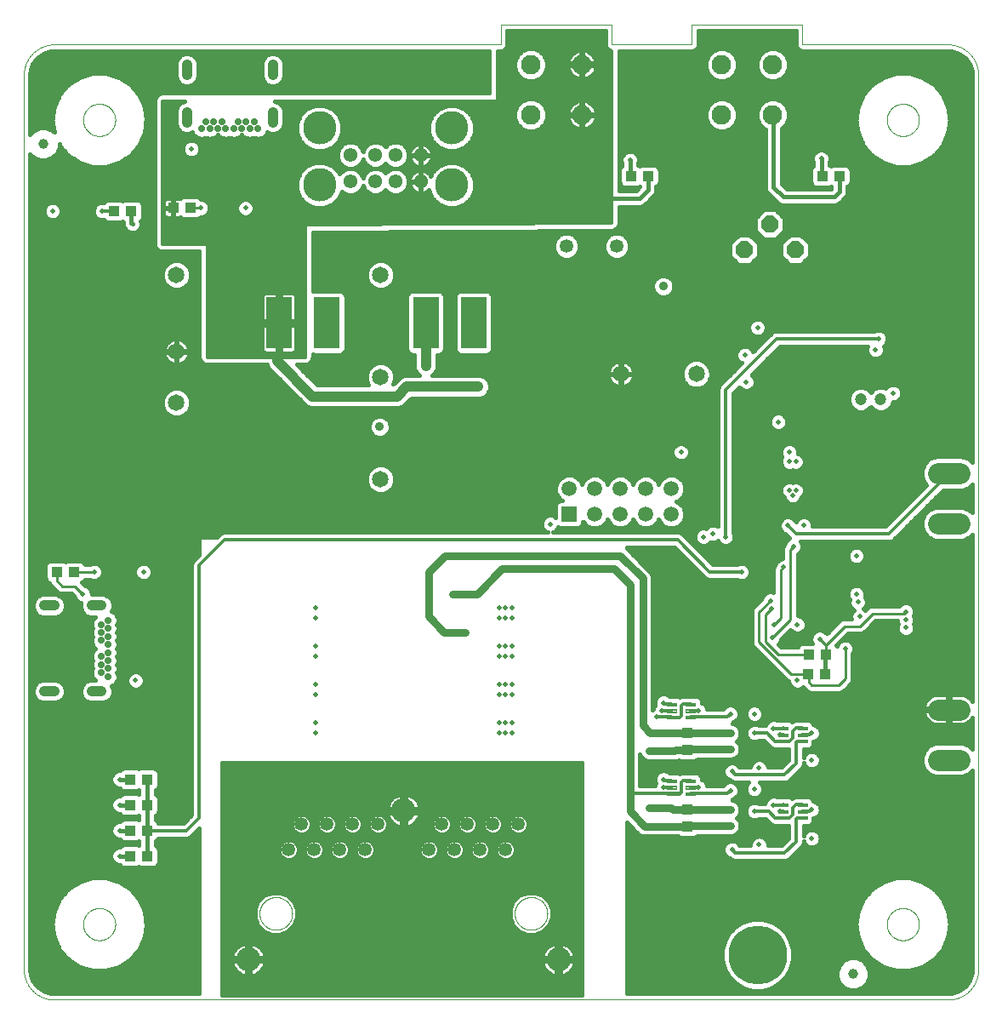
<source format=gbl>
G75*
%MOIN*%
%OFA0B0*%
%FSLAX25Y25*%
%IPPOS*%
%LPD*%
%AMOC8*
5,1,8,0,0,1.08239X$1,22.5*
%
%ADD10C,0.00000*%
%ADD11R,0.03937X0.04331*%
%ADD12C,0.00354*%
%ADD13R,0.04331X0.03937*%
%ADD14C,0.05315*%
%ADD15C,0.09449*%
%ADD16C,0.06496*%
%ADD17C,0.07677*%
%ADD18R,0.05906X0.05906*%
%ADD19C,0.05906*%
%ADD20C,0.02775*%
%ADD21C,0.03937*%
%ADD22C,0.08268*%
%ADD23OC8,0.06600*%
%ADD24C,0.23000*%
%ADD25R,0.10000X0.20000*%
%ADD26C,0.13055*%
%ADD27C,0.05433*%
%ADD28C,0.04724*%
%ADD29C,0.03937*%
%ADD30C,0.03000*%
%ADD31C,0.02020*%
%ADD32C,0.01200*%
%ADD33C,0.01600*%
%ADD34C,0.01000*%
%ADD35C,0.03543*%
%ADD36C,0.04000*%
%ADD37C,0.01220*%
D10*
X0056111Y0063050D02*
X0406505Y0063050D01*
X0406790Y0063053D01*
X0407076Y0063064D01*
X0407361Y0063081D01*
X0407645Y0063105D01*
X0407929Y0063136D01*
X0408212Y0063174D01*
X0408493Y0063219D01*
X0408774Y0063270D01*
X0409054Y0063328D01*
X0409332Y0063393D01*
X0409608Y0063465D01*
X0409882Y0063543D01*
X0410155Y0063628D01*
X0410425Y0063720D01*
X0410693Y0063818D01*
X0410959Y0063922D01*
X0411222Y0064033D01*
X0411482Y0064150D01*
X0411740Y0064273D01*
X0411994Y0064403D01*
X0412245Y0064539D01*
X0412493Y0064680D01*
X0412737Y0064828D01*
X0412978Y0064981D01*
X0413214Y0065141D01*
X0413447Y0065306D01*
X0413676Y0065476D01*
X0413901Y0065652D01*
X0414121Y0065834D01*
X0414337Y0066020D01*
X0414548Y0066212D01*
X0414755Y0066409D01*
X0414957Y0066611D01*
X0415154Y0066818D01*
X0415346Y0067029D01*
X0415532Y0067245D01*
X0415714Y0067465D01*
X0415890Y0067690D01*
X0416060Y0067919D01*
X0416225Y0068152D01*
X0416385Y0068388D01*
X0416538Y0068629D01*
X0416686Y0068873D01*
X0416827Y0069121D01*
X0416963Y0069372D01*
X0417093Y0069626D01*
X0417216Y0069884D01*
X0417333Y0070144D01*
X0417444Y0070407D01*
X0417548Y0070673D01*
X0417646Y0070941D01*
X0417738Y0071211D01*
X0417823Y0071484D01*
X0417901Y0071758D01*
X0417973Y0072034D01*
X0418038Y0072312D01*
X0418096Y0072592D01*
X0418147Y0072873D01*
X0418192Y0073154D01*
X0418230Y0073437D01*
X0418261Y0073721D01*
X0418285Y0074005D01*
X0418302Y0074290D01*
X0418313Y0074576D01*
X0418316Y0074861D01*
X0418316Y0425255D01*
X0418313Y0425540D01*
X0418302Y0425826D01*
X0418285Y0426111D01*
X0418261Y0426395D01*
X0418230Y0426679D01*
X0418192Y0426962D01*
X0418147Y0427243D01*
X0418096Y0427524D01*
X0418038Y0427804D01*
X0417973Y0428082D01*
X0417901Y0428358D01*
X0417823Y0428632D01*
X0417738Y0428905D01*
X0417646Y0429175D01*
X0417548Y0429443D01*
X0417444Y0429709D01*
X0417333Y0429972D01*
X0417216Y0430232D01*
X0417093Y0430490D01*
X0416963Y0430744D01*
X0416827Y0430995D01*
X0416686Y0431243D01*
X0416538Y0431487D01*
X0416385Y0431728D01*
X0416225Y0431964D01*
X0416060Y0432197D01*
X0415890Y0432426D01*
X0415714Y0432651D01*
X0415532Y0432871D01*
X0415346Y0433087D01*
X0415154Y0433298D01*
X0414957Y0433505D01*
X0414755Y0433707D01*
X0414548Y0433904D01*
X0414337Y0434096D01*
X0414121Y0434282D01*
X0413901Y0434464D01*
X0413676Y0434640D01*
X0413447Y0434810D01*
X0413214Y0434975D01*
X0412978Y0435135D01*
X0412737Y0435288D01*
X0412493Y0435436D01*
X0412245Y0435577D01*
X0411994Y0435713D01*
X0411740Y0435843D01*
X0411482Y0435966D01*
X0411222Y0436083D01*
X0410959Y0436194D01*
X0410693Y0436298D01*
X0410425Y0436396D01*
X0410155Y0436488D01*
X0409882Y0436573D01*
X0409608Y0436651D01*
X0409332Y0436723D01*
X0409054Y0436788D01*
X0408774Y0436846D01*
X0408493Y0436897D01*
X0408212Y0436942D01*
X0407929Y0436980D01*
X0407645Y0437011D01*
X0407361Y0437035D01*
X0407076Y0437052D01*
X0406790Y0437063D01*
X0406505Y0437066D01*
X0349418Y0437066D01*
X0349418Y0444940D01*
X0306111Y0444940D01*
X0306111Y0437066D01*
X0274615Y0437066D01*
X0274615Y0444940D01*
X0231308Y0444940D01*
X0231308Y0437066D01*
X0056111Y0437066D01*
X0055826Y0437063D01*
X0055540Y0437052D01*
X0055255Y0437035D01*
X0054971Y0437011D01*
X0054687Y0436980D01*
X0054404Y0436942D01*
X0054123Y0436897D01*
X0053842Y0436846D01*
X0053562Y0436788D01*
X0053284Y0436723D01*
X0053008Y0436651D01*
X0052734Y0436573D01*
X0052461Y0436488D01*
X0052191Y0436396D01*
X0051923Y0436298D01*
X0051657Y0436194D01*
X0051394Y0436083D01*
X0051134Y0435966D01*
X0050876Y0435843D01*
X0050622Y0435713D01*
X0050371Y0435577D01*
X0050123Y0435436D01*
X0049879Y0435288D01*
X0049638Y0435135D01*
X0049402Y0434975D01*
X0049169Y0434810D01*
X0048940Y0434640D01*
X0048715Y0434464D01*
X0048495Y0434282D01*
X0048279Y0434096D01*
X0048068Y0433904D01*
X0047861Y0433707D01*
X0047659Y0433505D01*
X0047462Y0433298D01*
X0047270Y0433087D01*
X0047084Y0432871D01*
X0046902Y0432651D01*
X0046726Y0432426D01*
X0046556Y0432197D01*
X0046391Y0431964D01*
X0046231Y0431728D01*
X0046078Y0431487D01*
X0045930Y0431243D01*
X0045789Y0430995D01*
X0045653Y0430744D01*
X0045523Y0430490D01*
X0045400Y0430232D01*
X0045283Y0429972D01*
X0045172Y0429709D01*
X0045068Y0429443D01*
X0044970Y0429175D01*
X0044878Y0428905D01*
X0044793Y0428632D01*
X0044715Y0428358D01*
X0044643Y0428082D01*
X0044578Y0427804D01*
X0044520Y0427524D01*
X0044469Y0427243D01*
X0044424Y0426962D01*
X0044386Y0426679D01*
X0044355Y0426395D01*
X0044331Y0426111D01*
X0044314Y0425826D01*
X0044303Y0425540D01*
X0044300Y0425255D01*
X0044300Y0074861D01*
X0044303Y0074576D01*
X0044314Y0074290D01*
X0044331Y0074005D01*
X0044355Y0073721D01*
X0044386Y0073437D01*
X0044424Y0073154D01*
X0044469Y0072873D01*
X0044520Y0072592D01*
X0044578Y0072312D01*
X0044643Y0072034D01*
X0044715Y0071758D01*
X0044793Y0071484D01*
X0044878Y0071211D01*
X0044970Y0070941D01*
X0045068Y0070673D01*
X0045172Y0070407D01*
X0045283Y0070144D01*
X0045400Y0069884D01*
X0045523Y0069626D01*
X0045653Y0069372D01*
X0045789Y0069121D01*
X0045930Y0068873D01*
X0046078Y0068629D01*
X0046231Y0068388D01*
X0046391Y0068152D01*
X0046556Y0067919D01*
X0046726Y0067690D01*
X0046902Y0067465D01*
X0047084Y0067245D01*
X0047270Y0067029D01*
X0047462Y0066818D01*
X0047659Y0066611D01*
X0047861Y0066409D01*
X0048068Y0066212D01*
X0048279Y0066020D01*
X0048495Y0065834D01*
X0048715Y0065652D01*
X0048940Y0065476D01*
X0049169Y0065306D01*
X0049402Y0065141D01*
X0049638Y0064981D01*
X0049879Y0064828D01*
X0050123Y0064680D01*
X0050371Y0064539D01*
X0050622Y0064403D01*
X0050876Y0064273D01*
X0051134Y0064150D01*
X0051394Y0064033D01*
X0051657Y0063922D01*
X0051923Y0063818D01*
X0052191Y0063720D01*
X0052461Y0063628D01*
X0052734Y0063543D01*
X0053008Y0063465D01*
X0053284Y0063393D01*
X0053562Y0063328D01*
X0053842Y0063270D01*
X0054123Y0063219D01*
X0054404Y0063174D01*
X0054687Y0063136D01*
X0054971Y0063105D01*
X0055255Y0063081D01*
X0055540Y0063064D01*
X0055826Y0063053D01*
X0056111Y0063050D01*
X0067529Y0092578D02*
X0067531Y0092736D01*
X0067537Y0092894D01*
X0067547Y0093052D01*
X0067561Y0093210D01*
X0067579Y0093367D01*
X0067600Y0093524D01*
X0067626Y0093680D01*
X0067656Y0093836D01*
X0067689Y0093991D01*
X0067727Y0094144D01*
X0067768Y0094297D01*
X0067813Y0094449D01*
X0067862Y0094600D01*
X0067915Y0094749D01*
X0067971Y0094897D01*
X0068031Y0095043D01*
X0068095Y0095188D01*
X0068163Y0095331D01*
X0068234Y0095473D01*
X0068308Y0095613D01*
X0068386Y0095750D01*
X0068468Y0095886D01*
X0068552Y0096020D01*
X0068641Y0096151D01*
X0068732Y0096280D01*
X0068827Y0096407D01*
X0068924Y0096532D01*
X0069025Y0096654D01*
X0069129Y0096773D01*
X0069236Y0096890D01*
X0069346Y0097004D01*
X0069459Y0097115D01*
X0069574Y0097224D01*
X0069692Y0097329D01*
X0069813Y0097431D01*
X0069936Y0097531D01*
X0070062Y0097627D01*
X0070190Y0097720D01*
X0070320Y0097810D01*
X0070453Y0097896D01*
X0070588Y0097980D01*
X0070724Y0098059D01*
X0070863Y0098136D01*
X0071004Y0098208D01*
X0071146Y0098278D01*
X0071290Y0098343D01*
X0071436Y0098405D01*
X0071583Y0098463D01*
X0071732Y0098518D01*
X0071882Y0098569D01*
X0072033Y0098616D01*
X0072185Y0098659D01*
X0072338Y0098698D01*
X0072493Y0098734D01*
X0072648Y0098765D01*
X0072804Y0098793D01*
X0072960Y0098817D01*
X0073117Y0098837D01*
X0073275Y0098853D01*
X0073432Y0098865D01*
X0073591Y0098873D01*
X0073749Y0098877D01*
X0073907Y0098877D01*
X0074065Y0098873D01*
X0074224Y0098865D01*
X0074381Y0098853D01*
X0074539Y0098837D01*
X0074696Y0098817D01*
X0074852Y0098793D01*
X0075008Y0098765D01*
X0075163Y0098734D01*
X0075318Y0098698D01*
X0075471Y0098659D01*
X0075623Y0098616D01*
X0075774Y0098569D01*
X0075924Y0098518D01*
X0076073Y0098463D01*
X0076220Y0098405D01*
X0076366Y0098343D01*
X0076510Y0098278D01*
X0076652Y0098208D01*
X0076793Y0098136D01*
X0076932Y0098059D01*
X0077068Y0097980D01*
X0077203Y0097896D01*
X0077336Y0097810D01*
X0077466Y0097720D01*
X0077594Y0097627D01*
X0077720Y0097531D01*
X0077843Y0097431D01*
X0077964Y0097329D01*
X0078082Y0097224D01*
X0078197Y0097115D01*
X0078310Y0097004D01*
X0078420Y0096890D01*
X0078527Y0096773D01*
X0078631Y0096654D01*
X0078732Y0096532D01*
X0078829Y0096407D01*
X0078924Y0096280D01*
X0079015Y0096151D01*
X0079104Y0096020D01*
X0079188Y0095886D01*
X0079270Y0095750D01*
X0079348Y0095613D01*
X0079422Y0095473D01*
X0079493Y0095331D01*
X0079561Y0095188D01*
X0079625Y0095043D01*
X0079685Y0094897D01*
X0079741Y0094749D01*
X0079794Y0094600D01*
X0079843Y0094449D01*
X0079888Y0094297D01*
X0079929Y0094144D01*
X0079967Y0093991D01*
X0080000Y0093836D01*
X0080030Y0093680D01*
X0080056Y0093524D01*
X0080077Y0093367D01*
X0080095Y0093210D01*
X0080109Y0093052D01*
X0080119Y0092894D01*
X0080125Y0092736D01*
X0080127Y0092578D01*
X0080125Y0092420D01*
X0080119Y0092262D01*
X0080109Y0092104D01*
X0080095Y0091946D01*
X0080077Y0091789D01*
X0080056Y0091632D01*
X0080030Y0091476D01*
X0080000Y0091320D01*
X0079967Y0091165D01*
X0079929Y0091012D01*
X0079888Y0090859D01*
X0079843Y0090707D01*
X0079794Y0090556D01*
X0079741Y0090407D01*
X0079685Y0090259D01*
X0079625Y0090113D01*
X0079561Y0089968D01*
X0079493Y0089825D01*
X0079422Y0089683D01*
X0079348Y0089543D01*
X0079270Y0089406D01*
X0079188Y0089270D01*
X0079104Y0089136D01*
X0079015Y0089005D01*
X0078924Y0088876D01*
X0078829Y0088749D01*
X0078732Y0088624D01*
X0078631Y0088502D01*
X0078527Y0088383D01*
X0078420Y0088266D01*
X0078310Y0088152D01*
X0078197Y0088041D01*
X0078082Y0087932D01*
X0077964Y0087827D01*
X0077843Y0087725D01*
X0077720Y0087625D01*
X0077594Y0087529D01*
X0077466Y0087436D01*
X0077336Y0087346D01*
X0077203Y0087260D01*
X0077068Y0087176D01*
X0076932Y0087097D01*
X0076793Y0087020D01*
X0076652Y0086948D01*
X0076510Y0086878D01*
X0076366Y0086813D01*
X0076220Y0086751D01*
X0076073Y0086693D01*
X0075924Y0086638D01*
X0075774Y0086587D01*
X0075623Y0086540D01*
X0075471Y0086497D01*
X0075318Y0086458D01*
X0075163Y0086422D01*
X0075008Y0086391D01*
X0074852Y0086363D01*
X0074696Y0086339D01*
X0074539Y0086319D01*
X0074381Y0086303D01*
X0074224Y0086291D01*
X0074065Y0086283D01*
X0073907Y0086279D01*
X0073749Y0086279D01*
X0073591Y0086283D01*
X0073432Y0086291D01*
X0073275Y0086303D01*
X0073117Y0086319D01*
X0072960Y0086339D01*
X0072804Y0086363D01*
X0072648Y0086391D01*
X0072493Y0086422D01*
X0072338Y0086458D01*
X0072185Y0086497D01*
X0072033Y0086540D01*
X0071882Y0086587D01*
X0071732Y0086638D01*
X0071583Y0086693D01*
X0071436Y0086751D01*
X0071290Y0086813D01*
X0071146Y0086878D01*
X0071004Y0086948D01*
X0070863Y0087020D01*
X0070724Y0087097D01*
X0070588Y0087176D01*
X0070453Y0087260D01*
X0070320Y0087346D01*
X0070190Y0087436D01*
X0070062Y0087529D01*
X0069936Y0087625D01*
X0069813Y0087725D01*
X0069692Y0087827D01*
X0069574Y0087932D01*
X0069459Y0088041D01*
X0069346Y0088152D01*
X0069236Y0088266D01*
X0069129Y0088383D01*
X0069025Y0088502D01*
X0068924Y0088624D01*
X0068827Y0088749D01*
X0068732Y0088876D01*
X0068641Y0089005D01*
X0068552Y0089136D01*
X0068468Y0089270D01*
X0068386Y0089406D01*
X0068308Y0089543D01*
X0068234Y0089683D01*
X0068163Y0089825D01*
X0068095Y0089968D01*
X0068031Y0090113D01*
X0067971Y0090259D01*
X0067915Y0090407D01*
X0067862Y0090556D01*
X0067813Y0090707D01*
X0067768Y0090859D01*
X0067727Y0091012D01*
X0067689Y0091165D01*
X0067656Y0091320D01*
X0067626Y0091476D01*
X0067600Y0091632D01*
X0067579Y0091789D01*
X0067561Y0091946D01*
X0067547Y0092104D01*
X0067537Y0092262D01*
X0067531Y0092420D01*
X0067529Y0092578D01*
X0136652Y0096770D02*
X0136654Y0096930D01*
X0136660Y0097089D01*
X0136670Y0097248D01*
X0136684Y0097407D01*
X0136702Y0097566D01*
X0136723Y0097724D01*
X0136749Y0097881D01*
X0136779Y0098038D01*
X0136812Y0098194D01*
X0136850Y0098349D01*
X0136891Y0098503D01*
X0136936Y0098656D01*
X0136985Y0098808D01*
X0137038Y0098958D01*
X0137094Y0099107D01*
X0137154Y0099255D01*
X0137218Y0099401D01*
X0137286Y0099546D01*
X0137357Y0099689D01*
X0137431Y0099830D01*
X0137509Y0099969D01*
X0137591Y0100106D01*
X0137676Y0100241D01*
X0137764Y0100374D01*
X0137855Y0100505D01*
X0137950Y0100633D01*
X0138048Y0100759D01*
X0138149Y0100883D01*
X0138253Y0101003D01*
X0138360Y0101122D01*
X0138470Y0101237D01*
X0138583Y0101350D01*
X0138698Y0101460D01*
X0138817Y0101567D01*
X0138937Y0101671D01*
X0139061Y0101772D01*
X0139187Y0101870D01*
X0139315Y0101965D01*
X0139446Y0102056D01*
X0139579Y0102144D01*
X0139714Y0102229D01*
X0139851Y0102311D01*
X0139990Y0102389D01*
X0140131Y0102463D01*
X0140274Y0102534D01*
X0140419Y0102602D01*
X0140565Y0102666D01*
X0140713Y0102726D01*
X0140862Y0102782D01*
X0141012Y0102835D01*
X0141164Y0102884D01*
X0141317Y0102929D01*
X0141471Y0102970D01*
X0141626Y0103008D01*
X0141782Y0103041D01*
X0141939Y0103071D01*
X0142096Y0103097D01*
X0142254Y0103118D01*
X0142413Y0103136D01*
X0142572Y0103150D01*
X0142731Y0103160D01*
X0142890Y0103166D01*
X0143050Y0103168D01*
X0143210Y0103166D01*
X0143369Y0103160D01*
X0143528Y0103150D01*
X0143687Y0103136D01*
X0143846Y0103118D01*
X0144004Y0103097D01*
X0144161Y0103071D01*
X0144318Y0103041D01*
X0144474Y0103008D01*
X0144629Y0102970D01*
X0144783Y0102929D01*
X0144936Y0102884D01*
X0145088Y0102835D01*
X0145238Y0102782D01*
X0145387Y0102726D01*
X0145535Y0102666D01*
X0145681Y0102602D01*
X0145826Y0102534D01*
X0145969Y0102463D01*
X0146110Y0102389D01*
X0146249Y0102311D01*
X0146386Y0102229D01*
X0146521Y0102144D01*
X0146654Y0102056D01*
X0146785Y0101965D01*
X0146913Y0101870D01*
X0147039Y0101772D01*
X0147163Y0101671D01*
X0147283Y0101567D01*
X0147402Y0101460D01*
X0147517Y0101350D01*
X0147630Y0101237D01*
X0147740Y0101122D01*
X0147847Y0101003D01*
X0147951Y0100883D01*
X0148052Y0100759D01*
X0148150Y0100633D01*
X0148245Y0100505D01*
X0148336Y0100374D01*
X0148424Y0100241D01*
X0148509Y0100106D01*
X0148591Y0099969D01*
X0148669Y0099830D01*
X0148743Y0099689D01*
X0148814Y0099546D01*
X0148882Y0099401D01*
X0148946Y0099255D01*
X0149006Y0099107D01*
X0149062Y0098958D01*
X0149115Y0098808D01*
X0149164Y0098656D01*
X0149209Y0098503D01*
X0149250Y0098349D01*
X0149288Y0098194D01*
X0149321Y0098038D01*
X0149351Y0097881D01*
X0149377Y0097724D01*
X0149398Y0097566D01*
X0149416Y0097407D01*
X0149430Y0097248D01*
X0149440Y0097089D01*
X0149446Y0096930D01*
X0149448Y0096770D01*
X0149446Y0096610D01*
X0149440Y0096451D01*
X0149430Y0096292D01*
X0149416Y0096133D01*
X0149398Y0095974D01*
X0149377Y0095816D01*
X0149351Y0095659D01*
X0149321Y0095502D01*
X0149288Y0095346D01*
X0149250Y0095191D01*
X0149209Y0095037D01*
X0149164Y0094884D01*
X0149115Y0094732D01*
X0149062Y0094582D01*
X0149006Y0094433D01*
X0148946Y0094285D01*
X0148882Y0094139D01*
X0148814Y0093994D01*
X0148743Y0093851D01*
X0148669Y0093710D01*
X0148591Y0093571D01*
X0148509Y0093434D01*
X0148424Y0093299D01*
X0148336Y0093166D01*
X0148245Y0093035D01*
X0148150Y0092907D01*
X0148052Y0092781D01*
X0147951Y0092657D01*
X0147847Y0092537D01*
X0147740Y0092418D01*
X0147630Y0092303D01*
X0147517Y0092190D01*
X0147402Y0092080D01*
X0147283Y0091973D01*
X0147163Y0091869D01*
X0147039Y0091768D01*
X0146913Y0091670D01*
X0146785Y0091575D01*
X0146654Y0091484D01*
X0146521Y0091396D01*
X0146386Y0091311D01*
X0146249Y0091229D01*
X0146110Y0091151D01*
X0145969Y0091077D01*
X0145826Y0091006D01*
X0145681Y0090938D01*
X0145535Y0090874D01*
X0145387Y0090814D01*
X0145238Y0090758D01*
X0145088Y0090705D01*
X0144936Y0090656D01*
X0144783Y0090611D01*
X0144629Y0090570D01*
X0144474Y0090532D01*
X0144318Y0090499D01*
X0144161Y0090469D01*
X0144004Y0090443D01*
X0143846Y0090422D01*
X0143687Y0090404D01*
X0143528Y0090390D01*
X0143369Y0090380D01*
X0143210Y0090374D01*
X0143050Y0090372D01*
X0142890Y0090374D01*
X0142731Y0090380D01*
X0142572Y0090390D01*
X0142413Y0090404D01*
X0142254Y0090422D01*
X0142096Y0090443D01*
X0141939Y0090469D01*
X0141782Y0090499D01*
X0141626Y0090532D01*
X0141471Y0090570D01*
X0141317Y0090611D01*
X0141164Y0090656D01*
X0141012Y0090705D01*
X0140862Y0090758D01*
X0140713Y0090814D01*
X0140565Y0090874D01*
X0140419Y0090938D01*
X0140274Y0091006D01*
X0140131Y0091077D01*
X0139990Y0091151D01*
X0139851Y0091229D01*
X0139714Y0091311D01*
X0139579Y0091396D01*
X0139446Y0091484D01*
X0139315Y0091575D01*
X0139187Y0091670D01*
X0139061Y0091768D01*
X0138937Y0091869D01*
X0138817Y0091973D01*
X0138698Y0092080D01*
X0138583Y0092190D01*
X0138470Y0092303D01*
X0138360Y0092418D01*
X0138253Y0092537D01*
X0138149Y0092657D01*
X0138048Y0092781D01*
X0137950Y0092907D01*
X0137855Y0093035D01*
X0137764Y0093166D01*
X0137676Y0093299D01*
X0137591Y0093434D01*
X0137509Y0093571D01*
X0137431Y0093710D01*
X0137357Y0093851D01*
X0137286Y0093994D01*
X0137218Y0094139D01*
X0137154Y0094285D01*
X0137094Y0094433D01*
X0137038Y0094582D01*
X0136985Y0094732D01*
X0136936Y0094884D01*
X0136891Y0095037D01*
X0136850Y0095191D01*
X0136812Y0095346D01*
X0136779Y0095502D01*
X0136749Y0095659D01*
X0136723Y0095816D01*
X0136702Y0095974D01*
X0136684Y0096133D01*
X0136670Y0096292D01*
X0136660Y0096451D01*
X0136654Y0096610D01*
X0136652Y0096770D01*
X0236652Y0096770D02*
X0236654Y0096930D01*
X0236660Y0097089D01*
X0236670Y0097248D01*
X0236684Y0097407D01*
X0236702Y0097566D01*
X0236723Y0097724D01*
X0236749Y0097881D01*
X0236779Y0098038D01*
X0236812Y0098194D01*
X0236850Y0098349D01*
X0236891Y0098503D01*
X0236936Y0098656D01*
X0236985Y0098808D01*
X0237038Y0098958D01*
X0237094Y0099107D01*
X0237154Y0099255D01*
X0237218Y0099401D01*
X0237286Y0099546D01*
X0237357Y0099689D01*
X0237431Y0099830D01*
X0237509Y0099969D01*
X0237591Y0100106D01*
X0237676Y0100241D01*
X0237764Y0100374D01*
X0237855Y0100505D01*
X0237950Y0100633D01*
X0238048Y0100759D01*
X0238149Y0100883D01*
X0238253Y0101003D01*
X0238360Y0101122D01*
X0238470Y0101237D01*
X0238583Y0101350D01*
X0238698Y0101460D01*
X0238817Y0101567D01*
X0238937Y0101671D01*
X0239061Y0101772D01*
X0239187Y0101870D01*
X0239315Y0101965D01*
X0239446Y0102056D01*
X0239579Y0102144D01*
X0239714Y0102229D01*
X0239851Y0102311D01*
X0239990Y0102389D01*
X0240131Y0102463D01*
X0240274Y0102534D01*
X0240419Y0102602D01*
X0240565Y0102666D01*
X0240713Y0102726D01*
X0240862Y0102782D01*
X0241012Y0102835D01*
X0241164Y0102884D01*
X0241317Y0102929D01*
X0241471Y0102970D01*
X0241626Y0103008D01*
X0241782Y0103041D01*
X0241939Y0103071D01*
X0242096Y0103097D01*
X0242254Y0103118D01*
X0242413Y0103136D01*
X0242572Y0103150D01*
X0242731Y0103160D01*
X0242890Y0103166D01*
X0243050Y0103168D01*
X0243210Y0103166D01*
X0243369Y0103160D01*
X0243528Y0103150D01*
X0243687Y0103136D01*
X0243846Y0103118D01*
X0244004Y0103097D01*
X0244161Y0103071D01*
X0244318Y0103041D01*
X0244474Y0103008D01*
X0244629Y0102970D01*
X0244783Y0102929D01*
X0244936Y0102884D01*
X0245088Y0102835D01*
X0245238Y0102782D01*
X0245387Y0102726D01*
X0245535Y0102666D01*
X0245681Y0102602D01*
X0245826Y0102534D01*
X0245969Y0102463D01*
X0246110Y0102389D01*
X0246249Y0102311D01*
X0246386Y0102229D01*
X0246521Y0102144D01*
X0246654Y0102056D01*
X0246785Y0101965D01*
X0246913Y0101870D01*
X0247039Y0101772D01*
X0247163Y0101671D01*
X0247283Y0101567D01*
X0247402Y0101460D01*
X0247517Y0101350D01*
X0247630Y0101237D01*
X0247740Y0101122D01*
X0247847Y0101003D01*
X0247951Y0100883D01*
X0248052Y0100759D01*
X0248150Y0100633D01*
X0248245Y0100505D01*
X0248336Y0100374D01*
X0248424Y0100241D01*
X0248509Y0100106D01*
X0248591Y0099969D01*
X0248669Y0099830D01*
X0248743Y0099689D01*
X0248814Y0099546D01*
X0248882Y0099401D01*
X0248946Y0099255D01*
X0249006Y0099107D01*
X0249062Y0098958D01*
X0249115Y0098808D01*
X0249164Y0098656D01*
X0249209Y0098503D01*
X0249250Y0098349D01*
X0249288Y0098194D01*
X0249321Y0098038D01*
X0249351Y0097881D01*
X0249377Y0097724D01*
X0249398Y0097566D01*
X0249416Y0097407D01*
X0249430Y0097248D01*
X0249440Y0097089D01*
X0249446Y0096930D01*
X0249448Y0096770D01*
X0249446Y0096610D01*
X0249440Y0096451D01*
X0249430Y0096292D01*
X0249416Y0096133D01*
X0249398Y0095974D01*
X0249377Y0095816D01*
X0249351Y0095659D01*
X0249321Y0095502D01*
X0249288Y0095346D01*
X0249250Y0095191D01*
X0249209Y0095037D01*
X0249164Y0094884D01*
X0249115Y0094732D01*
X0249062Y0094582D01*
X0249006Y0094433D01*
X0248946Y0094285D01*
X0248882Y0094139D01*
X0248814Y0093994D01*
X0248743Y0093851D01*
X0248669Y0093710D01*
X0248591Y0093571D01*
X0248509Y0093434D01*
X0248424Y0093299D01*
X0248336Y0093166D01*
X0248245Y0093035D01*
X0248150Y0092907D01*
X0248052Y0092781D01*
X0247951Y0092657D01*
X0247847Y0092537D01*
X0247740Y0092418D01*
X0247630Y0092303D01*
X0247517Y0092190D01*
X0247402Y0092080D01*
X0247283Y0091973D01*
X0247163Y0091869D01*
X0247039Y0091768D01*
X0246913Y0091670D01*
X0246785Y0091575D01*
X0246654Y0091484D01*
X0246521Y0091396D01*
X0246386Y0091311D01*
X0246249Y0091229D01*
X0246110Y0091151D01*
X0245969Y0091077D01*
X0245826Y0091006D01*
X0245681Y0090938D01*
X0245535Y0090874D01*
X0245387Y0090814D01*
X0245238Y0090758D01*
X0245088Y0090705D01*
X0244936Y0090656D01*
X0244783Y0090611D01*
X0244629Y0090570D01*
X0244474Y0090532D01*
X0244318Y0090499D01*
X0244161Y0090469D01*
X0244004Y0090443D01*
X0243846Y0090422D01*
X0243687Y0090404D01*
X0243528Y0090390D01*
X0243369Y0090380D01*
X0243210Y0090374D01*
X0243050Y0090372D01*
X0242890Y0090374D01*
X0242731Y0090380D01*
X0242572Y0090390D01*
X0242413Y0090404D01*
X0242254Y0090422D01*
X0242096Y0090443D01*
X0241939Y0090469D01*
X0241782Y0090499D01*
X0241626Y0090532D01*
X0241471Y0090570D01*
X0241317Y0090611D01*
X0241164Y0090656D01*
X0241012Y0090705D01*
X0240862Y0090758D01*
X0240713Y0090814D01*
X0240565Y0090874D01*
X0240419Y0090938D01*
X0240274Y0091006D01*
X0240131Y0091077D01*
X0239990Y0091151D01*
X0239851Y0091229D01*
X0239714Y0091311D01*
X0239579Y0091396D01*
X0239446Y0091484D01*
X0239315Y0091575D01*
X0239187Y0091670D01*
X0239061Y0091768D01*
X0238937Y0091869D01*
X0238817Y0091973D01*
X0238698Y0092080D01*
X0238583Y0092190D01*
X0238470Y0092303D01*
X0238360Y0092418D01*
X0238253Y0092537D01*
X0238149Y0092657D01*
X0238048Y0092781D01*
X0237950Y0092907D01*
X0237855Y0093035D01*
X0237764Y0093166D01*
X0237676Y0093299D01*
X0237591Y0093434D01*
X0237509Y0093571D01*
X0237431Y0093710D01*
X0237357Y0093851D01*
X0237286Y0093994D01*
X0237218Y0094139D01*
X0237154Y0094285D01*
X0237094Y0094433D01*
X0237038Y0094582D01*
X0236985Y0094732D01*
X0236936Y0094884D01*
X0236891Y0095037D01*
X0236850Y0095191D01*
X0236812Y0095346D01*
X0236779Y0095502D01*
X0236749Y0095659D01*
X0236723Y0095816D01*
X0236702Y0095974D01*
X0236684Y0096133D01*
X0236670Y0096292D01*
X0236660Y0096451D01*
X0236654Y0096610D01*
X0236652Y0096770D01*
X0382489Y0092578D02*
X0382491Y0092736D01*
X0382497Y0092894D01*
X0382507Y0093052D01*
X0382521Y0093210D01*
X0382539Y0093367D01*
X0382560Y0093524D01*
X0382586Y0093680D01*
X0382616Y0093836D01*
X0382649Y0093991D01*
X0382687Y0094144D01*
X0382728Y0094297D01*
X0382773Y0094449D01*
X0382822Y0094600D01*
X0382875Y0094749D01*
X0382931Y0094897D01*
X0382991Y0095043D01*
X0383055Y0095188D01*
X0383123Y0095331D01*
X0383194Y0095473D01*
X0383268Y0095613D01*
X0383346Y0095750D01*
X0383428Y0095886D01*
X0383512Y0096020D01*
X0383601Y0096151D01*
X0383692Y0096280D01*
X0383787Y0096407D01*
X0383884Y0096532D01*
X0383985Y0096654D01*
X0384089Y0096773D01*
X0384196Y0096890D01*
X0384306Y0097004D01*
X0384419Y0097115D01*
X0384534Y0097224D01*
X0384652Y0097329D01*
X0384773Y0097431D01*
X0384896Y0097531D01*
X0385022Y0097627D01*
X0385150Y0097720D01*
X0385280Y0097810D01*
X0385413Y0097896D01*
X0385548Y0097980D01*
X0385684Y0098059D01*
X0385823Y0098136D01*
X0385964Y0098208D01*
X0386106Y0098278D01*
X0386250Y0098343D01*
X0386396Y0098405D01*
X0386543Y0098463D01*
X0386692Y0098518D01*
X0386842Y0098569D01*
X0386993Y0098616D01*
X0387145Y0098659D01*
X0387298Y0098698D01*
X0387453Y0098734D01*
X0387608Y0098765D01*
X0387764Y0098793D01*
X0387920Y0098817D01*
X0388077Y0098837D01*
X0388235Y0098853D01*
X0388392Y0098865D01*
X0388551Y0098873D01*
X0388709Y0098877D01*
X0388867Y0098877D01*
X0389025Y0098873D01*
X0389184Y0098865D01*
X0389341Y0098853D01*
X0389499Y0098837D01*
X0389656Y0098817D01*
X0389812Y0098793D01*
X0389968Y0098765D01*
X0390123Y0098734D01*
X0390278Y0098698D01*
X0390431Y0098659D01*
X0390583Y0098616D01*
X0390734Y0098569D01*
X0390884Y0098518D01*
X0391033Y0098463D01*
X0391180Y0098405D01*
X0391326Y0098343D01*
X0391470Y0098278D01*
X0391612Y0098208D01*
X0391753Y0098136D01*
X0391892Y0098059D01*
X0392028Y0097980D01*
X0392163Y0097896D01*
X0392296Y0097810D01*
X0392426Y0097720D01*
X0392554Y0097627D01*
X0392680Y0097531D01*
X0392803Y0097431D01*
X0392924Y0097329D01*
X0393042Y0097224D01*
X0393157Y0097115D01*
X0393270Y0097004D01*
X0393380Y0096890D01*
X0393487Y0096773D01*
X0393591Y0096654D01*
X0393692Y0096532D01*
X0393789Y0096407D01*
X0393884Y0096280D01*
X0393975Y0096151D01*
X0394064Y0096020D01*
X0394148Y0095886D01*
X0394230Y0095750D01*
X0394308Y0095613D01*
X0394382Y0095473D01*
X0394453Y0095331D01*
X0394521Y0095188D01*
X0394585Y0095043D01*
X0394645Y0094897D01*
X0394701Y0094749D01*
X0394754Y0094600D01*
X0394803Y0094449D01*
X0394848Y0094297D01*
X0394889Y0094144D01*
X0394927Y0093991D01*
X0394960Y0093836D01*
X0394990Y0093680D01*
X0395016Y0093524D01*
X0395037Y0093367D01*
X0395055Y0093210D01*
X0395069Y0093052D01*
X0395079Y0092894D01*
X0395085Y0092736D01*
X0395087Y0092578D01*
X0395085Y0092420D01*
X0395079Y0092262D01*
X0395069Y0092104D01*
X0395055Y0091946D01*
X0395037Y0091789D01*
X0395016Y0091632D01*
X0394990Y0091476D01*
X0394960Y0091320D01*
X0394927Y0091165D01*
X0394889Y0091012D01*
X0394848Y0090859D01*
X0394803Y0090707D01*
X0394754Y0090556D01*
X0394701Y0090407D01*
X0394645Y0090259D01*
X0394585Y0090113D01*
X0394521Y0089968D01*
X0394453Y0089825D01*
X0394382Y0089683D01*
X0394308Y0089543D01*
X0394230Y0089406D01*
X0394148Y0089270D01*
X0394064Y0089136D01*
X0393975Y0089005D01*
X0393884Y0088876D01*
X0393789Y0088749D01*
X0393692Y0088624D01*
X0393591Y0088502D01*
X0393487Y0088383D01*
X0393380Y0088266D01*
X0393270Y0088152D01*
X0393157Y0088041D01*
X0393042Y0087932D01*
X0392924Y0087827D01*
X0392803Y0087725D01*
X0392680Y0087625D01*
X0392554Y0087529D01*
X0392426Y0087436D01*
X0392296Y0087346D01*
X0392163Y0087260D01*
X0392028Y0087176D01*
X0391892Y0087097D01*
X0391753Y0087020D01*
X0391612Y0086948D01*
X0391470Y0086878D01*
X0391326Y0086813D01*
X0391180Y0086751D01*
X0391033Y0086693D01*
X0390884Y0086638D01*
X0390734Y0086587D01*
X0390583Y0086540D01*
X0390431Y0086497D01*
X0390278Y0086458D01*
X0390123Y0086422D01*
X0389968Y0086391D01*
X0389812Y0086363D01*
X0389656Y0086339D01*
X0389499Y0086319D01*
X0389341Y0086303D01*
X0389184Y0086291D01*
X0389025Y0086283D01*
X0388867Y0086279D01*
X0388709Y0086279D01*
X0388551Y0086283D01*
X0388392Y0086291D01*
X0388235Y0086303D01*
X0388077Y0086319D01*
X0387920Y0086339D01*
X0387764Y0086363D01*
X0387608Y0086391D01*
X0387453Y0086422D01*
X0387298Y0086458D01*
X0387145Y0086497D01*
X0386993Y0086540D01*
X0386842Y0086587D01*
X0386692Y0086638D01*
X0386543Y0086693D01*
X0386396Y0086751D01*
X0386250Y0086813D01*
X0386106Y0086878D01*
X0385964Y0086948D01*
X0385823Y0087020D01*
X0385684Y0087097D01*
X0385548Y0087176D01*
X0385413Y0087260D01*
X0385280Y0087346D01*
X0385150Y0087436D01*
X0385022Y0087529D01*
X0384896Y0087625D01*
X0384773Y0087725D01*
X0384652Y0087827D01*
X0384534Y0087932D01*
X0384419Y0088041D01*
X0384306Y0088152D01*
X0384196Y0088266D01*
X0384089Y0088383D01*
X0383985Y0088502D01*
X0383884Y0088624D01*
X0383787Y0088749D01*
X0383692Y0088876D01*
X0383601Y0089005D01*
X0383512Y0089136D01*
X0383428Y0089270D01*
X0383346Y0089406D01*
X0383268Y0089543D01*
X0383194Y0089683D01*
X0383123Y0089825D01*
X0383055Y0089968D01*
X0382991Y0090113D01*
X0382931Y0090259D01*
X0382875Y0090407D01*
X0382822Y0090556D01*
X0382773Y0090707D01*
X0382728Y0090859D01*
X0382687Y0091012D01*
X0382649Y0091165D01*
X0382616Y0091320D01*
X0382586Y0091476D01*
X0382560Y0091632D01*
X0382539Y0091789D01*
X0382521Y0091946D01*
X0382507Y0092104D01*
X0382497Y0092262D01*
X0382491Y0092420D01*
X0382489Y0092578D01*
X0382489Y0407538D02*
X0382491Y0407696D01*
X0382497Y0407854D01*
X0382507Y0408012D01*
X0382521Y0408170D01*
X0382539Y0408327D01*
X0382560Y0408484D01*
X0382586Y0408640D01*
X0382616Y0408796D01*
X0382649Y0408951D01*
X0382687Y0409104D01*
X0382728Y0409257D01*
X0382773Y0409409D01*
X0382822Y0409560D01*
X0382875Y0409709D01*
X0382931Y0409857D01*
X0382991Y0410003D01*
X0383055Y0410148D01*
X0383123Y0410291D01*
X0383194Y0410433D01*
X0383268Y0410573D01*
X0383346Y0410710D01*
X0383428Y0410846D01*
X0383512Y0410980D01*
X0383601Y0411111D01*
X0383692Y0411240D01*
X0383787Y0411367D01*
X0383884Y0411492D01*
X0383985Y0411614D01*
X0384089Y0411733D01*
X0384196Y0411850D01*
X0384306Y0411964D01*
X0384419Y0412075D01*
X0384534Y0412184D01*
X0384652Y0412289D01*
X0384773Y0412391D01*
X0384896Y0412491D01*
X0385022Y0412587D01*
X0385150Y0412680D01*
X0385280Y0412770D01*
X0385413Y0412856D01*
X0385548Y0412940D01*
X0385684Y0413019D01*
X0385823Y0413096D01*
X0385964Y0413168D01*
X0386106Y0413238D01*
X0386250Y0413303D01*
X0386396Y0413365D01*
X0386543Y0413423D01*
X0386692Y0413478D01*
X0386842Y0413529D01*
X0386993Y0413576D01*
X0387145Y0413619D01*
X0387298Y0413658D01*
X0387453Y0413694D01*
X0387608Y0413725D01*
X0387764Y0413753D01*
X0387920Y0413777D01*
X0388077Y0413797D01*
X0388235Y0413813D01*
X0388392Y0413825D01*
X0388551Y0413833D01*
X0388709Y0413837D01*
X0388867Y0413837D01*
X0389025Y0413833D01*
X0389184Y0413825D01*
X0389341Y0413813D01*
X0389499Y0413797D01*
X0389656Y0413777D01*
X0389812Y0413753D01*
X0389968Y0413725D01*
X0390123Y0413694D01*
X0390278Y0413658D01*
X0390431Y0413619D01*
X0390583Y0413576D01*
X0390734Y0413529D01*
X0390884Y0413478D01*
X0391033Y0413423D01*
X0391180Y0413365D01*
X0391326Y0413303D01*
X0391470Y0413238D01*
X0391612Y0413168D01*
X0391753Y0413096D01*
X0391892Y0413019D01*
X0392028Y0412940D01*
X0392163Y0412856D01*
X0392296Y0412770D01*
X0392426Y0412680D01*
X0392554Y0412587D01*
X0392680Y0412491D01*
X0392803Y0412391D01*
X0392924Y0412289D01*
X0393042Y0412184D01*
X0393157Y0412075D01*
X0393270Y0411964D01*
X0393380Y0411850D01*
X0393487Y0411733D01*
X0393591Y0411614D01*
X0393692Y0411492D01*
X0393789Y0411367D01*
X0393884Y0411240D01*
X0393975Y0411111D01*
X0394064Y0410980D01*
X0394148Y0410846D01*
X0394230Y0410710D01*
X0394308Y0410573D01*
X0394382Y0410433D01*
X0394453Y0410291D01*
X0394521Y0410148D01*
X0394585Y0410003D01*
X0394645Y0409857D01*
X0394701Y0409709D01*
X0394754Y0409560D01*
X0394803Y0409409D01*
X0394848Y0409257D01*
X0394889Y0409104D01*
X0394927Y0408951D01*
X0394960Y0408796D01*
X0394990Y0408640D01*
X0395016Y0408484D01*
X0395037Y0408327D01*
X0395055Y0408170D01*
X0395069Y0408012D01*
X0395079Y0407854D01*
X0395085Y0407696D01*
X0395087Y0407538D01*
X0395085Y0407380D01*
X0395079Y0407222D01*
X0395069Y0407064D01*
X0395055Y0406906D01*
X0395037Y0406749D01*
X0395016Y0406592D01*
X0394990Y0406436D01*
X0394960Y0406280D01*
X0394927Y0406125D01*
X0394889Y0405972D01*
X0394848Y0405819D01*
X0394803Y0405667D01*
X0394754Y0405516D01*
X0394701Y0405367D01*
X0394645Y0405219D01*
X0394585Y0405073D01*
X0394521Y0404928D01*
X0394453Y0404785D01*
X0394382Y0404643D01*
X0394308Y0404503D01*
X0394230Y0404366D01*
X0394148Y0404230D01*
X0394064Y0404096D01*
X0393975Y0403965D01*
X0393884Y0403836D01*
X0393789Y0403709D01*
X0393692Y0403584D01*
X0393591Y0403462D01*
X0393487Y0403343D01*
X0393380Y0403226D01*
X0393270Y0403112D01*
X0393157Y0403001D01*
X0393042Y0402892D01*
X0392924Y0402787D01*
X0392803Y0402685D01*
X0392680Y0402585D01*
X0392554Y0402489D01*
X0392426Y0402396D01*
X0392296Y0402306D01*
X0392163Y0402220D01*
X0392028Y0402136D01*
X0391892Y0402057D01*
X0391753Y0401980D01*
X0391612Y0401908D01*
X0391470Y0401838D01*
X0391326Y0401773D01*
X0391180Y0401711D01*
X0391033Y0401653D01*
X0390884Y0401598D01*
X0390734Y0401547D01*
X0390583Y0401500D01*
X0390431Y0401457D01*
X0390278Y0401418D01*
X0390123Y0401382D01*
X0389968Y0401351D01*
X0389812Y0401323D01*
X0389656Y0401299D01*
X0389499Y0401279D01*
X0389341Y0401263D01*
X0389184Y0401251D01*
X0389025Y0401243D01*
X0388867Y0401239D01*
X0388709Y0401239D01*
X0388551Y0401243D01*
X0388392Y0401251D01*
X0388235Y0401263D01*
X0388077Y0401279D01*
X0387920Y0401299D01*
X0387764Y0401323D01*
X0387608Y0401351D01*
X0387453Y0401382D01*
X0387298Y0401418D01*
X0387145Y0401457D01*
X0386993Y0401500D01*
X0386842Y0401547D01*
X0386692Y0401598D01*
X0386543Y0401653D01*
X0386396Y0401711D01*
X0386250Y0401773D01*
X0386106Y0401838D01*
X0385964Y0401908D01*
X0385823Y0401980D01*
X0385684Y0402057D01*
X0385548Y0402136D01*
X0385413Y0402220D01*
X0385280Y0402306D01*
X0385150Y0402396D01*
X0385022Y0402489D01*
X0384896Y0402585D01*
X0384773Y0402685D01*
X0384652Y0402787D01*
X0384534Y0402892D01*
X0384419Y0403001D01*
X0384306Y0403112D01*
X0384196Y0403226D01*
X0384089Y0403343D01*
X0383985Y0403462D01*
X0383884Y0403584D01*
X0383787Y0403709D01*
X0383692Y0403836D01*
X0383601Y0403965D01*
X0383512Y0404096D01*
X0383428Y0404230D01*
X0383346Y0404366D01*
X0383268Y0404503D01*
X0383194Y0404643D01*
X0383123Y0404785D01*
X0383055Y0404928D01*
X0382991Y0405073D01*
X0382931Y0405219D01*
X0382875Y0405367D01*
X0382822Y0405516D01*
X0382773Y0405667D01*
X0382728Y0405819D01*
X0382687Y0405972D01*
X0382649Y0406125D01*
X0382616Y0406280D01*
X0382586Y0406436D01*
X0382560Y0406592D01*
X0382539Y0406749D01*
X0382521Y0406906D01*
X0382507Y0407064D01*
X0382497Y0407222D01*
X0382491Y0407380D01*
X0382489Y0407538D01*
X0067529Y0407538D02*
X0067531Y0407696D01*
X0067537Y0407854D01*
X0067547Y0408012D01*
X0067561Y0408170D01*
X0067579Y0408327D01*
X0067600Y0408484D01*
X0067626Y0408640D01*
X0067656Y0408796D01*
X0067689Y0408951D01*
X0067727Y0409104D01*
X0067768Y0409257D01*
X0067813Y0409409D01*
X0067862Y0409560D01*
X0067915Y0409709D01*
X0067971Y0409857D01*
X0068031Y0410003D01*
X0068095Y0410148D01*
X0068163Y0410291D01*
X0068234Y0410433D01*
X0068308Y0410573D01*
X0068386Y0410710D01*
X0068468Y0410846D01*
X0068552Y0410980D01*
X0068641Y0411111D01*
X0068732Y0411240D01*
X0068827Y0411367D01*
X0068924Y0411492D01*
X0069025Y0411614D01*
X0069129Y0411733D01*
X0069236Y0411850D01*
X0069346Y0411964D01*
X0069459Y0412075D01*
X0069574Y0412184D01*
X0069692Y0412289D01*
X0069813Y0412391D01*
X0069936Y0412491D01*
X0070062Y0412587D01*
X0070190Y0412680D01*
X0070320Y0412770D01*
X0070453Y0412856D01*
X0070588Y0412940D01*
X0070724Y0413019D01*
X0070863Y0413096D01*
X0071004Y0413168D01*
X0071146Y0413238D01*
X0071290Y0413303D01*
X0071436Y0413365D01*
X0071583Y0413423D01*
X0071732Y0413478D01*
X0071882Y0413529D01*
X0072033Y0413576D01*
X0072185Y0413619D01*
X0072338Y0413658D01*
X0072493Y0413694D01*
X0072648Y0413725D01*
X0072804Y0413753D01*
X0072960Y0413777D01*
X0073117Y0413797D01*
X0073275Y0413813D01*
X0073432Y0413825D01*
X0073591Y0413833D01*
X0073749Y0413837D01*
X0073907Y0413837D01*
X0074065Y0413833D01*
X0074224Y0413825D01*
X0074381Y0413813D01*
X0074539Y0413797D01*
X0074696Y0413777D01*
X0074852Y0413753D01*
X0075008Y0413725D01*
X0075163Y0413694D01*
X0075318Y0413658D01*
X0075471Y0413619D01*
X0075623Y0413576D01*
X0075774Y0413529D01*
X0075924Y0413478D01*
X0076073Y0413423D01*
X0076220Y0413365D01*
X0076366Y0413303D01*
X0076510Y0413238D01*
X0076652Y0413168D01*
X0076793Y0413096D01*
X0076932Y0413019D01*
X0077068Y0412940D01*
X0077203Y0412856D01*
X0077336Y0412770D01*
X0077466Y0412680D01*
X0077594Y0412587D01*
X0077720Y0412491D01*
X0077843Y0412391D01*
X0077964Y0412289D01*
X0078082Y0412184D01*
X0078197Y0412075D01*
X0078310Y0411964D01*
X0078420Y0411850D01*
X0078527Y0411733D01*
X0078631Y0411614D01*
X0078732Y0411492D01*
X0078829Y0411367D01*
X0078924Y0411240D01*
X0079015Y0411111D01*
X0079104Y0410980D01*
X0079188Y0410846D01*
X0079270Y0410710D01*
X0079348Y0410573D01*
X0079422Y0410433D01*
X0079493Y0410291D01*
X0079561Y0410148D01*
X0079625Y0410003D01*
X0079685Y0409857D01*
X0079741Y0409709D01*
X0079794Y0409560D01*
X0079843Y0409409D01*
X0079888Y0409257D01*
X0079929Y0409104D01*
X0079967Y0408951D01*
X0080000Y0408796D01*
X0080030Y0408640D01*
X0080056Y0408484D01*
X0080077Y0408327D01*
X0080095Y0408170D01*
X0080109Y0408012D01*
X0080119Y0407854D01*
X0080125Y0407696D01*
X0080127Y0407538D01*
X0080125Y0407380D01*
X0080119Y0407222D01*
X0080109Y0407064D01*
X0080095Y0406906D01*
X0080077Y0406749D01*
X0080056Y0406592D01*
X0080030Y0406436D01*
X0080000Y0406280D01*
X0079967Y0406125D01*
X0079929Y0405972D01*
X0079888Y0405819D01*
X0079843Y0405667D01*
X0079794Y0405516D01*
X0079741Y0405367D01*
X0079685Y0405219D01*
X0079625Y0405073D01*
X0079561Y0404928D01*
X0079493Y0404785D01*
X0079422Y0404643D01*
X0079348Y0404503D01*
X0079270Y0404366D01*
X0079188Y0404230D01*
X0079104Y0404096D01*
X0079015Y0403965D01*
X0078924Y0403836D01*
X0078829Y0403709D01*
X0078732Y0403584D01*
X0078631Y0403462D01*
X0078527Y0403343D01*
X0078420Y0403226D01*
X0078310Y0403112D01*
X0078197Y0403001D01*
X0078082Y0402892D01*
X0077964Y0402787D01*
X0077843Y0402685D01*
X0077720Y0402585D01*
X0077594Y0402489D01*
X0077466Y0402396D01*
X0077336Y0402306D01*
X0077203Y0402220D01*
X0077068Y0402136D01*
X0076932Y0402057D01*
X0076793Y0401980D01*
X0076652Y0401908D01*
X0076510Y0401838D01*
X0076366Y0401773D01*
X0076220Y0401711D01*
X0076073Y0401653D01*
X0075924Y0401598D01*
X0075774Y0401547D01*
X0075623Y0401500D01*
X0075471Y0401457D01*
X0075318Y0401418D01*
X0075163Y0401382D01*
X0075008Y0401351D01*
X0074852Y0401323D01*
X0074696Y0401299D01*
X0074539Y0401279D01*
X0074381Y0401263D01*
X0074224Y0401251D01*
X0074065Y0401243D01*
X0073907Y0401239D01*
X0073749Y0401239D01*
X0073591Y0401243D01*
X0073432Y0401251D01*
X0073275Y0401263D01*
X0073117Y0401279D01*
X0072960Y0401299D01*
X0072804Y0401323D01*
X0072648Y0401351D01*
X0072493Y0401382D01*
X0072338Y0401418D01*
X0072185Y0401457D01*
X0072033Y0401500D01*
X0071882Y0401547D01*
X0071732Y0401598D01*
X0071583Y0401653D01*
X0071436Y0401711D01*
X0071290Y0401773D01*
X0071146Y0401838D01*
X0071004Y0401908D01*
X0070863Y0401980D01*
X0070724Y0402057D01*
X0070588Y0402136D01*
X0070453Y0402220D01*
X0070320Y0402306D01*
X0070190Y0402396D01*
X0070062Y0402489D01*
X0069936Y0402585D01*
X0069813Y0402685D01*
X0069692Y0402787D01*
X0069574Y0402892D01*
X0069459Y0403001D01*
X0069346Y0403112D01*
X0069236Y0403226D01*
X0069129Y0403343D01*
X0069025Y0403462D01*
X0068924Y0403584D01*
X0068827Y0403709D01*
X0068732Y0403836D01*
X0068641Y0403965D01*
X0068552Y0404096D01*
X0068468Y0404230D01*
X0068386Y0404366D01*
X0068308Y0404503D01*
X0068234Y0404643D01*
X0068163Y0404785D01*
X0068095Y0404928D01*
X0068031Y0405073D01*
X0067971Y0405219D01*
X0067915Y0405367D01*
X0067862Y0405516D01*
X0067813Y0405667D01*
X0067768Y0405819D01*
X0067727Y0405972D01*
X0067689Y0406125D01*
X0067656Y0406280D01*
X0067626Y0406436D01*
X0067600Y0406592D01*
X0067579Y0406749D01*
X0067561Y0406906D01*
X0067547Y0407064D01*
X0067537Y0407222D01*
X0067531Y0407380D01*
X0067529Y0407538D01*
D11*
X0304300Y0167646D03*
X0304300Y0160954D03*
X0304300Y0137646D03*
X0304300Y0130954D03*
D12*
X0303729Y0144147D02*
X0307391Y0144147D01*
X0307391Y0143085D01*
X0303729Y0143085D01*
X0303729Y0144147D01*
X0303729Y0143438D02*
X0307391Y0143438D01*
X0307391Y0143791D02*
X0303729Y0143791D01*
X0303729Y0144144D02*
X0307391Y0144144D01*
X0307391Y0146706D02*
X0303729Y0146706D01*
X0307391Y0146706D02*
X0307391Y0145644D01*
X0303729Y0145644D01*
X0303729Y0146706D01*
X0303729Y0145997D02*
X0307391Y0145997D01*
X0307391Y0146350D02*
X0303729Y0146350D01*
X0303729Y0146703D02*
X0307391Y0146703D01*
X0307391Y0149265D02*
X0303729Y0149265D01*
X0307391Y0149265D02*
X0307391Y0148203D01*
X0303729Y0148203D01*
X0303729Y0149265D01*
X0303729Y0148556D02*
X0307391Y0148556D01*
X0307391Y0148909D02*
X0303729Y0148909D01*
X0303729Y0149262D02*
X0307391Y0149262D01*
X0299871Y0148203D02*
X0296209Y0148203D01*
X0296209Y0149265D01*
X0299871Y0149265D01*
X0299871Y0148203D01*
X0299871Y0148556D02*
X0296209Y0148556D01*
X0296209Y0148909D02*
X0299871Y0148909D01*
X0299871Y0149262D02*
X0296209Y0149262D01*
X0296209Y0145644D02*
X0299871Y0145644D01*
X0296209Y0145644D02*
X0296209Y0146706D01*
X0299871Y0146706D01*
X0299871Y0145644D01*
X0299871Y0145997D02*
X0296209Y0145997D01*
X0296209Y0146350D02*
X0299871Y0146350D01*
X0299871Y0146703D02*
X0296209Y0146703D01*
X0296209Y0143085D02*
X0299871Y0143085D01*
X0296209Y0143085D02*
X0296209Y0144147D01*
X0299871Y0144147D01*
X0299871Y0143085D01*
X0299871Y0143438D02*
X0296209Y0143438D01*
X0296209Y0143791D02*
X0299871Y0143791D01*
X0299871Y0144144D02*
X0296209Y0144144D01*
X0296209Y0173085D02*
X0299871Y0173085D01*
X0296209Y0173085D02*
X0296209Y0174147D01*
X0299871Y0174147D01*
X0299871Y0173085D01*
X0299871Y0173438D02*
X0296209Y0173438D01*
X0296209Y0173791D02*
X0299871Y0173791D01*
X0299871Y0174144D02*
X0296209Y0174144D01*
X0296209Y0175644D02*
X0299871Y0175644D01*
X0296209Y0175644D02*
X0296209Y0176706D01*
X0299871Y0176706D01*
X0299871Y0175644D01*
X0299871Y0175997D02*
X0296209Y0175997D01*
X0296209Y0176350D02*
X0299871Y0176350D01*
X0299871Y0176703D02*
X0296209Y0176703D01*
X0296209Y0178203D02*
X0299871Y0178203D01*
X0296209Y0178203D02*
X0296209Y0179265D01*
X0299871Y0179265D01*
X0299871Y0178203D01*
X0299871Y0178556D02*
X0296209Y0178556D01*
X0296209Y0178909D02*
X0299871Y0178909D01*
X0299871Y0179262D02*
X0296209Y0179262D01*
X0303729Y0179265D02*
X0307391Y0179265D01*
X0307391Y0178203D01*
X0303729Y0178203D01*
X0303729Y0179265D01*
X0303729Y0178556D02*
X0307391Y0178556D01*
X0307391Y0178909D02*
X0303729Y0178909D01*
X0303729Y0179262D02*
X0307391Y0179262D01*
X0307391Y0176706D02*
X0303729Y0176706D01*
X0307391Y0176706D02*
X0307391Y0175644D01*
X0303729Y0175644D01*
X0303729Y0176706D01*
X0303729Y0175997D02*
X0307391Y0175997D01*
X0307391Y0176350D02*
X0303729Y0176350D01*
X0303729Y0176703D02*
X0307391Y0176703D01*
X0307391Y0174147D02*
X0303729Y0174147D01*
X0307391Y0174147D02*
X0307391Y0173085D01*
X0303729Y0173085D01*
X0303729Y0174147D01*
X0303729Y0173438D02*
X0307391Y0173438D01*
X0307391Y0173791D02*
X0303729Y0173791D01*
X0303729Y0174144D02*
X0307391Y0174144D01*
X0339959Y0168828D02*
X0343621Y0168828D01*
X0339959Y0168828D02*
X0339959Y0169890D01*
X0343621Y0169890D01*
X0343621Y0168828D01*
X0343621Y0169181D02*
X0339959Y0169181D01*
X0339959Y0169534D02*
X0343621Y0169534D01*
X0343621Y0169887D02*
X0339959Y0169887D01*
X0339959Y0166269D02*
X0343621Y0166269D01*
X0339959Y0166269D02*
X0339959Y0167331D01*
X0343621Y0167331D01*
X0343621Y0166269D01*
X0343621Y0166622D02*
X0339959Y0166622D01*
X0339959Y0166975D02*
X0343621Y0166975D01*
X0343621Y0167328D02*
X0339959Y0167328D01*
X0339959Y0163710D02*
X0343621Y0163710D01*
X0339959Y0163710D02*
X0339959Y0164772D01*
X0343621Y0164772D01*
X0343621Y0163710D01*
X0343621Y0164063D02*
X0339959Y0164063D01*
X0339959Y0164416D02*
X0343621Y0164416D01*
X0343621Y0164769D02*
X0339959Y0164769D01*
X0347479Y0164772D02*
X0351141Y0164772D01*
X0351141Y0163710D01*
X0347479Y0163710D01*
X0347479Y0164772D01*
X0347479Y0164063D02*
X0351141Y0164063D01*
X0351141Y0164416D02*
X0347479Y0164416D01*
X0347479Y0164769D02*
X0351141Y0164769D01*
X0351141Y0167331D02*
X0347479Y0167331D01*
X0351141Y0167331D02*
X0351141Y0166269D01*
X0347479Y0166269D01*
X0347479Y0167331D01*
X0347479Y0166622D02*
X0351141Y0166622D01*
X0351141Y0166975D02*
X0347479Y0166975D01*
X0347479Y0167328D02*
X0351141Y0167328D01*
X0351141Y0169890D02*
X0347479Y0169890D01*
X0351141Y0169890D02*
X0351141Y0168828D01*
X0347479Y0168828D01*
X0347479Y0169890D01*
X0347479Y0169181D02*
X0351141Y0169181D01*
X0351141Y0169534D02*
X0347479Y0169534D01*
X0347479Y0169887D02*
X0351141Y0169887D01*
X0351141Y0139890D02*
X0347479Y0139890D01*
X0351141Y0139890D02*
X0351141Y0138828D01*
X0347479Y0138828D01*
X0347479Y0139890D01*
X0347479Y0139181D02*
X0351141Y0139181D01*
X0351141Y0139534D02*
X0347479Y0139534D01*
X0347479Y0139887D02*
X0351141Y0139887D01*
X0351141Y0137331D02*
X0347479Y0137331D01*
X0351141Y0137331D02*
X0351141Y0136269D01*
X0347479Y0136269D01*
X0347479Y0137331D01*
X0347479Y0136622D02*
X0351141Y0136622D01*
X0351141Y0136975D02*
X0347479Y0136975D01*
X0347479Y0137328D02*
X0351141Y0137328D01*
X0351141Y0134772D02*
X0347479Y0134772D01*
X0351141Y0134772D02*
X0351141Y0133710D01*
X0347479Y0133710D01*
X0347479Y0134772D01*
X0347479Y0134063D02*
X0351141Y0134063D01*
X0351141Y0134416D02*
X0347479Y0134416D01*
X0347479Y0134769D02*
X0351141Y0134769D01*
X0343621Y0133710D02*
X0339959Y0133710D01*
X0339959Y0134772D01*
X0343621Y0134772D01*
X0343621Y0133710D01*
X0343621Y0134063D02*
X0339959Y0134063D01*
X0339959Y0134416D02*
X0343621Y0134416D01*
X0343621Y0134769D02*
X0339959Y0134769D01*
X0339959Y0136269D02*
X0343621Y0136269D01*
X0339959Y0136269D02*
X0339959Y0137331D01*
X0343621Y0137331D01*
X0343621Y0136269D01*
X0343621Y0136622D02*
X0339959Y0136622D01*
X0339959Y0136975D02*
X0343621Y0136975D01*
X0343621Y0137328D02*
X0339959Y0137328D01*
X0339959Y0138828D02*
X0343621Y0138828D01*
X0339959Y0138828D02*
X0339959Y0139890D01*
X0343621Y0139890D01*
X0343621Y0138828D01*
X0343621Y0139181D02*
X0339959Y0139181D01*
X0339959Y0139534D02*
X0343621Y0139534D01*
X0343621Y0139887D02*
X0339959Y0139887D01*
D13*
X0351574Y0190530D03*
X0358267Y0190530D03*
X0358581Y0198148D03*
X0351889Y0198148D03*
X0357204Y0385550D03*
X0363896Y0385550D03*
X0288896Y0385550D03*
X0282204Y0385550D03*
X0109521Y0373050D03*
X0102829Y0373050D03*
X0086396Y0371800D03*
X0079704Y0371800D03*
X0063896Y0230550D03*
X0057204Y0230550D03*
X0085954Y0149300D03*
X0092646Y0149300D03*
X0092646Y0139300D03*
X0085954Y0139300D03*
X0085954Y0129300D03*
X0092646Y0129300D03*
X0092646Y0119300D03*
X0085954Y0119300D03*
D14*
X0148050Y0121770D03*
X0158050Y0121770D03*
X0168050Y0121770D03*
X0178050Y0121770D03*
X0173050Y0131770D03*
X0163050Y0131770D03*
X0153050Y0131770D03*
X0183050Y0131770D03*
X0203050Y0121770D03*
X0213050Y0121770D03*
X0223050Y0121770D03*
X0233050Y0121770D03*
X0228050Y0131770D03*
X0218050Y0131770D03*
X0208050Y0131770D03*
X0238050Y0131770D03*
X0256957Y0358050D03*
X0276643Y0358050D03*
D15*
X0193050Y0137085D03*
X0132282Y0078778D03*
X0253818Y0078778D03*
D16*
X0184113Y0266800D03*
X0184113Y0306800D03*
X0184113Y0346800D03*
X0104113Y0346800D03*
X0104113Y0316800D03*
X0104113Y0296800D03*
X0278286Y0308050D03*
X0307814Y0308050D03*
D17*
X0317765Y0409507D03*
X0317765Y0429192D03*
X0337765Y0429192D03*
X0337765Y0409507D03*
X0262961Y0409507D03*
X0262961Y0429192D03*
X0242961Y0429192D03*
X0242961Y0409507D03*
D18*
X0258050Y0253050D03*
D19*
X0258050Y0263050D03*
X0268050Y0263050D03*
X0268050Y0253050D03*
X0278050Y0253050D03*
X0278050Y0263050D03*
X0288050Y0263050D03*
X0288050Y0253050D03*
X0298050Y0253050D03*
X0298050Y0263050D03*
D20*
X0136032Y0404074D03*
X0132883Y0404074D03*
X0129733Y0404074D03*
X0126583Y0404074D03*
X0123434Y0404074D03*
X0120284Y0404074D03*
X0117135Y0404074D03*
X0113985Y0404074D03*
X0115560Y0406830D03*
X0118709Y0406830D03*
X0121859Y0406830D03*
X0128158Y0406830D03*
X0131308Y0406830D03*
X0134457Y0406830D03*
X0077331Y0211574D03*
X0077331Y0208424D03*
X0077331Y0205274D03*
X0077331Y0202125D03*
X0077331Y0198975D03*
X0077331Y0195826D03*
X0077331Y0192676D03*
X0077331Y0189526D03*
X0074576Y0191101D03*
X0074576Y0194251D03*
X0074576Y0197400D03*
X0074576Y0203700D03*
X0074576Y0206849D03*
X0074576Y0209999D03*
D21*
X0074772Y0217361D02*
X0070835Y0217361D01*
X0056150Y0217361D02*
X0052213Y0217361D01*
X0052213Y0183739D02*
X0056150Y0183739D01*
X0070835Y0183739D02*
X0074772Y0183739D01*
X0108198Y0406633D02*
X0108198Y0410570D01*
X0108198Y0425255D02*
X0108198Y0429192D01*
X0141820Y0429192D02*
X0141820Y0425255D01*
X0141820Y0410570D02*
X0141820Y0406633D01*
D22*
X0402666Y0269143D02*
X0410934Y0269143D01*
X0410934Y0249457D02*
X0402666Y0249457D01*
X0402666Y0176643D02*
X0410934Y0176643D01*
X0410934Y0156957D02*
X0402666Y0156957D01*
D23*
X0346574Y0356682D03*
X0336574Y0366682D03*
X0326574Y0356682D03*
D24*
X0331800Y0080550D03*
D25*
X0220550Y0328050D03*
X0201800Y0328050D03*
X0163050Y0328050D03*
X0144300Y0328050D03*
D26*
X0160166Y0382026D03*
X0160166Y0404389D03*
X0211898Y0404389D03*
X0211898Y0382026D03*
D27*
X0199812Y0383404D03*
X0189969Y0383404D03*
X0182095Y0383404D03*
X0172253Y0383404D03*
X0172253Y0393719D03*
X0182095Y0393719D03*
X0189969Y0393719D03*
X0199812Y0393719D03*
D28*
X0372238Y0298050D03*
X0380112Y0298050D03*
D29*
X0369300Y0073050D03*
X0051800Y0398050D03*
D30*
X0209300Y0236800D02*
X0203050Y0230550D01*
X0203050Y0213050D01*
X0209113Y0206987D01*
X0212425Y0206987D01*
X0214925Y0206987D01*
X0217425Y0206987D01*
X0217425Y0221987D02*
X0212425Y0221987D01*
X0221800Y0221987D01*
X0231613Y0231800D01*
X0275550Y0231800D01*
X0281800Y0225550D01*
X0281800Y0143675D01*
X0281800Y0136800D01*
X0287646Y0130954D01*
X0304300Y0130954D01*
X0304521Y0131175D01*
X0321175Y0131175D01*
X0321175Y0137425D02*
X0304521Y0137425D01*
X0304300Y0137646D01*
X0298454Y0137646D01*
X0298050Y0138050D01*
X0294300Y0138050D01*
X0291800Y0138050D01*
X0289300Y0138050D01*
X0289300Y0160550D02*
X0291800Y0160550D01*
X0294300Y0160550D01*
X0299300Y0160550D01*
X0299704Y0160954D01*
X0304300Y0160954D01*
X0304521Y0161175D01*
X0321175Y0161175D01*
X0321175Y0167425D02*
X0304521Y0167425D01*
X0304300Y0167646D01*
X0289704Y0167646D01*
X0286800Y0170550D01*
X0286800Y0228050D01*
X0278050Y0236800D01*
X0209300Y0236800D01*
D31*
X0212425Y0221987D03*
X0214925Y0221987D03*
X0217425Y0221987D03*
X0230550Y0216362D03*
X0233050Y0216362D03*
X0235550Y0216362D03*
X0235550Y0212612D03*
X0233050Y0212612D03*
X0230550Y0212612D03*
X0230550Y0201362D03*
X0233050Y0201362D03*
X0235550Y0201362D03*
X0235550Y0197612D03*
X0233050Y0197612D03*
X0230550Y0197612D03*
X0230550Y0186362D03*
X0233050Y0186362D03*
X0235550Y0186362D03*
X0235550Y0182612D03*
X0233050Y0182612D03*
X0230550Y0182612D03*
X0230550Y0171362D03*
X0233050Y0171362D03*
X0235550Y0171362D03*
X0235550Y0167612D03*
X0233050Y0167612D03*
X0230550Y0167612D03*
X0217425Y0206987D03*
X0214925Y0206987D03*
X0212425Y0206987D03*
X0250550Y0249300D03*
X0301800Y0277425D03*
X0327425Y0304925D03*
X0326800Y0315550D03*
X0331800Y0326175D03*
X0339925Y0289300D03*
X0344300Y0277425D03*
X0344300Y0273675D03*
X0346800Y0273675D03*
X0350550Y0277425D03*
X0346800Y0262425D03*
X0345550Y0260550D03*
X0344300Y0262425D03*
X0343675Y0248675D03*
X0349925Y0248675D03*
X0345801Y0240550D03*
X0342051Y0232425D03*
X0336800Y0219300D03*
X0337425Y0216175D03*
X0338301Y0209925D03*
X0337676Y0204925D03*
X0347425Y0209925D03*
X0352051Y0211175D03*
X0355176Y0211175D03*
X0358301Y0211175D03*
X0358301Y0214300D03*
X0358301Y0217425D03*
X0355176Y0217425D03*
X0355176Y0214300D03*
X0352051Y0214300D03*
X0352051Y0217425D03*
X0356175Y0204300D03*
X0352425Y0198050D03*
X0347425Y0188050D03*
X0366175Y0200550D03*
X0371800Y0213050D03*
X0371175Y0218675D03*
X0370550Y0221800D03*
X0370550Y0236800D03*
X0389925Y0214925D03*
X0389925Y0211800D03*
X0389925Y0208675D03*
X0353050Y0167425D03*
X0353050Y0156800D03*
X0340550Y0166800D03*
X0338050Y0169300D03*
X0330550Y0167425D03*
X0330550Y0174925D03*
X0321175Y0174925D03*
X0321175Y0167425D03*
X0318675Y0167425D03*
X0316175Y0167425D03*
X0308675Y0176175D03*
X0294925Y0179300D03*
X0294300Y0176175D03*
X0292425Y0173675D03*
X0291800Y0160550D03*
X0289300Y0160550D03*
X0294300Y0160550D03*
X0294925Y0149300D03*
X0294925Y0146175D03*
X0294300Y0138050D03*
X0291800Y0138050D03*
X0289300Y0138050D03*
X0308675Y0146175D03*
X0316175Y0137425D03*
X0318675Y0137425D03*
X0321175Y0137425D03*
X0321175Y0131175D03*
X0318675Y0131175D03*
X0316175Y0131175D03*
X0321800Y0121800D03*
X0332425Y0123675D03*
X0330550Y0136800D03*
X0338050Y0139300D03*
X0340550Y0136800D03*
X0330550Y0145550D03*
X0332425Y0153675D03*
X0321800Y0152425D03*
X0321175Y0144925D03*
X0321175Y0161175D03*
X0318675Y0161175D03*
X0316175Y0161175D03*
X0353050Y0137425D03*
X0353050Y0126175D03*
X0325550Y0230550D03*
X0319300Y0244300D03*
X0314300Y0245550D03*
X0310550Y0244300D03*
X0384925Y0300550D03*
X0378050Y0317425D03*
X0379300Y0321800D03*
X0408675Y0312425D03*
X0356800Y0392425D03*
X0281800Y0391800D03*
X0223675Y0335550D03*
X0223675Y0332425D03*
X0220550Y0332425D03*
X0220550Y0335550D03*
X0217425Y0335550D03*
X0217425Y0332425D03*
X0201800Y0316175D03*
X0201800Y0313675D03*
X0201800Y0311175D03*
X0216175Y0303050D03*
X0219300Y0303050D03*
X0222425Y0303050D03*
X0166175Y0332425D03*
X0166175Y0335550D03*
X0163050Y0335550D03*
X0159925Y0335550D03*
X0159925Y0332425D03*
X0163050Y0332425D03*
X0131175Y0373050D03*
X0113675Y0373050D03*
X0121175Y0392425D03*
X0123675Y0392425D03*
X0126175Y0392425D03*
X0128675Y0392425D03*
X0109925Y0396175D03*
X0086800Y0366800D03*
X0074925Y0371800D03*
X0055550Y0371800D03*
X0071800Y0230550D03*
X0067425Y0221800D03*
X0091175Y0230550D03*
X0088050Y0188050D03*
X0081800Y0149300D03*
X0081800Y0139300D03*
X0081800Y0129300D03*
X0081800Y0119300D03*
X0158675Y0167612D03*
X0158675Y0171362D03*
X0158675Y0182612D03*
X0158675Y0186362D03*
X0158675Y0197612D03*
X0158675Y0201362D03*
X0158675Y0212612D03*
X0158675Y0216362D03*
D32*
X0123050Y0243050D02*
X0300550Y0243050D01*
X0313050Y0230550D01*
X0325550Y0230550D01*
X0319300Y0244300D02*
X0319300Y0301800D01*
X0339300Y0321800D01*
X0379300Y0321800D01*
X0305560Y0178734D02*
X0302484Y0178734D01*
X0301800Y0178050D01*
X0301800Y0174300D01*
X0301116Y0173616D01*
X0298040Y0173616D01*
X0297981Y0173675D01*
X0292425Y0173675D01*
X0294300Y0176175D02*
X0298040Y0176175D01*
X0297981Y0178675D02*
X0295550Y0178675D01*
X0294925Y0179300D01*
X0297981Y0178675D02*
X0298040Y0178734D01*
X0305560Y0176175D02*
X0308675Y0176175D01*
X0305619Y0173675D02*
X0319925Y0173675D01*
X0321175Y0174925D01*
X0330550Y0167425D02*
X0335550Y0167425D01*
X0338675Y0164300D01*
X0341731Y0164300D01*
X0341790Y0164241D01*
X0344241Y0164241D01*
X0345550Y0165550D01*
X0345550Y0168050D01*
X0346859Y0169359D01*
X0349310Y0169359D01*
X0349310Y0166800D02*
X0352425Y0166800D01*
X0353050Y0167425D01*
X0349310Y0164241D02*
X0347366Y0164241D01*
X0346800Y0163675D01*
X0346800Y0155550D01*
X0342425Y0151175D01*
X0323050Y0151175D01*
X0321800Y0152425D01*
X0321175Y0144925D02*
X0319925Y0143675D01*
X0305619Y0143675D01*
X0305560Y0143616D01*
X0305560Y0146175D02*
X0308675Y0146175D01*
X0305560Y0148734D02*
X0302484Y0148734D01*
X0301800Y0148050D01*
X0301800Y0144300D01*
X0301116Y0143616D01*
X0301057Y0143675D01*
X0281800Y0143675D01*
X0294925Y0146175D02*
X0298040Y0146175D01*
X0297981Y0148675D02*
X0295550Y0148675D01*
X0294925Y0149300D01*
X0297981Y0148675D02*
X0298040Y0148734D01*
X0298040Y0143616D02*
X0301116Y0143616D01*
X0321800Y0121800D02*
X0323050Y0120550D01*
X0342425Y0120550D01*
X0346800Y0124925D01*
X0346800Y0133675D01*
X0347366Y0134241D01*
X0349310Y0134241D01*
X0349310Y0136800D02*
X0352425Y0136800D01*
X0353050Y0137425D01*
X0349310Y0139359D02*
X0346859Y0139359D01*
X0345550Y0138050D01*
X0345550Y0135550D01*
X0344241Y0134241D01*
X0341790Y0134241D01*
X0341731Y0134300D01*
X0338675Y0134300D01*
X0336175Y0136800D01*
X0330550Y0136800D01*
X0338050Y0139300D02*
X0341731Y0139300D01*
X0341790Y0139359D01*
X0341790Y0136800D02*
X0340550Y0136800D01*
X0340550Y0166800D02*
X0341790Y0166800D01*
X0341731Y0169300D02*
X0338050Y0169300D01*
X0341731Y0169300D02*
X0341790Y0169359D01*
X0305619Y0173675D02*
X0305560Y0173616D01*
X0220550Y0328050D02*
X0220550Y0332425D01*
X0163050Y0332425D02*
X0163050Y0328050D01*
X0079704Y0371800D02*
X0074925Y0371800D01*
X0123050Y0243050D02*
X0113050Y0233050D01*
X0113050Y0134300D01*
X0108050Y0129300D01*
X0092646Y0129300D01*
D33*
X0049456Y0068206D02*
X0051838Y0066476D01*
X0054639Y0065566D01*
X0056111Y0065450D01*
X0113050Y0065450D01*
X0113050Y0130057D01*
X0109749Y0126757D01*
X0108647Y0126300D01*
X0096982Y0126300D01*
X0096846Y0125972D01*
X0096171Y0125297D01*
X0095846Y0125162D01*
X0095846Y0123438D01*
X0096171Y0123303D01*
X0096846Y0122628D01*
X0097212Y0121746D01*
X0097212Y0116854D01*
X0096846Y0115972D01*
X0096171Y0115297D01*
X0095289Y0114931D01*
X0090004Y0114931D01*
X0089300Y0115223D01*
X0088596Y0114931D01*
X0083311Y0114931D01*
X0082429Y0115297D01*
X0081836Y0115890D01*
X0081122Y0115890D01*
X0079868Y0116409D01*
X0078909Y0117368D01*
X0078390Y0118622D01*
X0078390Y0119978D01*
X0078909Y0121232D01*
X0079868Y0122191D01*
X0081122Y0122710D01*
X0081836Y0122710D01*
X0082429Y0123303D01*
X0083311Y0123668D01*
X0088596Y0123668D01*
X0089300Y0123377D01*
X0089446Y0123438D01*
X0089446Y0125162D01*
X0089300Y0125223D01*
X0088596Y0124931D01*
X0083311Y0124931D01*
X0082429Y0125297D01*
X0081836Y0125890D01*
X0081122Y0125890D01*
X0079868Y0126409D01*
X0078909Y0127368D01*
X0078390Y0128622D01*
X0078390Y0129978D01*
X0078909Y0131232D01*
X0079868Y0132191D01*
X0081122Y0132710D01*
X0081836Y0132710D01*
X0082429Y0133303D01*
X0083311Y0133668D01*
X0088596Y0133668D01*
X0089300Y0133377D01*
X0089446Y0133438D01*
X0089446Y0135162D01*
X0089300Y0135223D01*
X0088596Y0134931D01*
X0083311Y0134931D01*
X0082429Y0135297D01*
X0081836Y0135890D01*
X0081122Y0135890D01*
X0079868Y0136409D01*
X0078909Y0137368D01*
X0078390Y0138622D01*
X0078390Y0139978D01*
X0078909Y0141232D01*
X0079868Y0142191D01*
X0081122Y0142710D01*
X0081836Y0142710D01*
X0082429Y0143303D01*
X0083311Y0143668D01*
X0088596Y0143668D01*
X0089300Y0143377D01*
X0089446Y0143438D01*
X0089446Y0145162D01*
X0089300Y0145223D01*
X0088596Y0144931D01*
X0083311Y0144931D01*
X0082429Y0145297D01*
X0081836Y0145890D01*
X0081122Y0145890D01*
X0079868Y0146409D01*
X0078909Y0147368D01*
X0078390Y0148622D01*
X0078390Y0149978D01*
X0078909Y0151232D01*
X0079868Y0152191D01*
X0081122Y0152710D01*
X0081836Y0152710D01*
X0082429Y0153303D01*
X0083311Y0153668D01*
X0088596Y0153668D01*
X0089300Y0153377D01*
X0090004Y0153668D01*
X0095289Y0153668D01*
X0096171Y0153303D01*
X0096846Y0152628D01*
X0097212Y0151746D01*
X0097212Y0146854D01*
X0096846Y0145972D01*
X0096171Y0145297D01*
X0095846Y0145162D01*
X0095846Y0143438D01*
X0096171Y0143303D01*
X0096846Y0142628D01*
X0097212Y0141746D01*
X0097212Y0136854D01*
X0096846Y0135972D01*
X0096171Y0135297D01*
X0095846Y0135162D01*
X0095846Y0133438D01*
X0096171Y0133303D01*
X0096846Y0132628D01*
X0096982Y0132300D01*
X0106807Y0132300D01*
X0110050Y0135543D01*
X0110050Y0233647D01*
X0110507Y0234749D01*
X0113050Y0237293D01*
X0113050Y0244300D01*
X0120057Y0244300D01*
X0121351Y0245593D01*
X0122453Y0246050D01*
X0249485Y0246050D01*
X0248618Y0246409D01*
X0247659Y0247368D01*
X0247140Y0248622D01*
X0247140Y0249978D01*
X0247659Y0251232D01*
X0248618Y0252191D01*
X0249872Y0252710D01*
X0251228Y0252710D01*
X0252482Y0252191D01*
X0252697Y0251976D01*
X0252697Y0256480D01*
X0253063Y0257362D01*
X0253738Y0258037D01*
X0254620Y0258403D01*
X0255282Y0258403D01*
X0255018Y0258512D01*
X0253512Y0260018D01*
X0252697Y0261985D01*
X0252697Y0264115D01*
X0253512Y0266082D01*
X0255018Y0267588D01*
X0256985Y0268403D01*
X0259115Y0268403D01*
X0261082Y0267588D01*
X0262588Y0266082D01*
X0263050Y0264966D01*
X0263512Y0266082D01*
X0265018Y0267588D01*
X0266985Y0268403D01*
X0269115Y0268403D01*
X0271082Y0267588D01*
X0272588Y0266082D01*
X0273050Y0264966D01*
X0273512Y0266082D01*
X0275018Y0267588D01*
X0276985Y0268403D01*
X0279115Y0268403D01*
X0281082Y0267588D01*
X0282588Y0266082D01*
X0283050Y0264966D01*
X0283512Y0266082D01*
X0285018Y0267588D01*
X0286985Y0268403D01*
X0289115Y0268403D01*
X0291082Y0267588D01*
X0292588Y0266082D01*
X0293050Y0264966D01*
X0293512Y0266082D01*
X0295018Y0267588D01*
X0296985Y0268403D01*
X0299115Y0268403D01*
X0301082Y0267588D01*
X0302588Y0266082D01*
X0303403Y0264115D01*
X0303403Y0261985D01*
X0302588Y0260018D01*
X0301082Y0258512D01*
X0299966Y0258050D01*
X0301082Y0257588D01*
X0302588Y0256082D01*
X0303403Y0254115D01*
X0303403Y0251985D01*
X0302588Y0250018D01*
X0301082Y0248512D01*
X0299115Y0247697D01*
X0296985Y0247697D01*
X0295018Y0248512D01*
X0293512Y0250018D01*
X0293050Y0251134D01*
X0292588Y0250018D01*
X0291082Y0248512D01*
X0289115Y0247697D01*
X0286985Y0247697D01*
X0285018Y0248512D01*
X0283512Y0250018D01*
X0283050Y0251134D01*
X0282588Y0250018D01*
X0281082Y0248512D01*
X0279115Y0247697D01*
X0276985Y0247697D01*
X0275018Y0248512D01*
X0273512Y0250018D01*
X0273050Y0251134D01*
X0272588Y0250018D01*
X0271082Y0248512D01*
X0269115Y0247697D01*
X0266985Y0247697D01*
X0265018Y0248512D01*
X0263512Y0250018D01*
X0263403Y0250282D01*
X0263403Y0249620D01*
X0263037Y0248738D01*
X0262362Y0248063D01*
X0261480Y0247697D01*
X0254620Y0247697D01*
X0253738Y0248063D01*
X0253731Y0248069D01*
X0253441Y0247368D01*
X0252482Y0246409D01*
X0251615Y0246050D01*
X0301147Y0246050D01*
X0302249Y0245593D01*
X0314293Y0233550D01*
X0323881Y0233550D01*
X0324872Y0233960D01*
X0326228Y0233960D01*
X0327482Y0233441D01*
X0328441Y0232482D01*
X0328960Y0231228D01*
X0328960Y0229872D01*
X0328441Y0228618D01*
X0327482Y0227659D01*
X0326228Y0227140D01*
X0324872Y0227140D01*
X0323881Y0227550D01*
X0312453Y0227550D01*
X0311351Y0228007D01*
X0310507Y0228851D01*
X0310507Y0228851D01*
X0299307Y0240050D01*
X0280550Y0240050D01*
X0280550Y0239815D01*
X0281356Y0239009D01*
X0290106Y0230259D01*
X0290700Y0228826D01*
X0290700Y0176652D01*
X0290890Y0176730D01*
X0290890Y0176853D01*
X0291409Y0178107D01*
X0291635Y0178332D01*
X0291515Y0178622D01*
X0291515Y0179978D01*
X0292034Y0181232D01*
X0292993Y0182191D01*
X0294247Y0182710D01*
X0295603Y0182710D01*
X0296857Y0182191D01*
X0297205Y0181843D01*
X0300383Y0181843D01*
X0301267Y0181477D01*
X0301887Y0181734D01*
X0302954Y0181734D01*
X0303216Y0181843D01*
X0307903Y0181843D01*
X0308850Y0181450D01*
X0309575Y0180725D01*
X0309968Y0179778D01*
X0309968Y0179331D01*
X0310607Y0179066D01*
X0311566Y0178107D01*
X0312085Y0176853D01*
X0312085Y0176675D01*
X0318209Y0176675D01*
X0318284Y0176857D01*
X0319243Y0177816D01*
X0320497Y0178335D01*
X0321853Y0178335D01*
X0323107Y0177816D01*
X0324066Y0176857D01*
X0324585Y0175603D01*
X0324585Y0174247D01*
X0324066Y0172993D01*
X0323107Y0172034D01*
X0322116Y0171624D01*
X0321818Y0171325D01*
X0321951Y0171325D01*
X0323384Y0170731D01*
X0324481Y0169634D01*
X0325075Y0168201D01*
X0325075Y0166649D01*
X0324481Y0165216D01*
X0323565Y0164300D01*
X0324481Y0163384D01*
X0325075Y0161951D01*
X0325075Y0160399D01*
X0324481Y0158966D01*
X0323384Y0157869D01*
X0321951Y0157275D01*
X0308149Y0157275D01*
X0307628Y0156754D01*
X0306746Y0156388D01*
X0301854Y0156388D01*
X0300972Y0156754D01*
X0300783Y0156943D01*
X0300076Y0156650D01*
X0288524Y0156650D01*
X0287091Y0157244D01*
X0285994Y0158341D01*
X0285700Y0159050D01*
X0285700Y0146675D01*
X0291515Y0146675D01*
X0291515Y0146853D01*
X0291881Y0147738D01*
X0291515Y0148622D01*
X0291515Y0149978D01*
X0292034Y0151232D01*
X0292993Y0152191D01*
X0294247Y0152710D01*
X0295603Y0152710D01*
X0296857Y0152191D01*
X0297205Y0151843D01*
X0300383Y0151843D01*
X0301267Y0151477D01*
X0301887Y0151734D01*
X0302954Y0151734D01*
X0303216Y0151843D01*
X0307903Y0151843D01*
X0308850Y0151450D01*
X0309575Y0150725D01*
X0309968Y0149778D01*
X0309968Y0149331D01*
X0310607Y0149066D01*
X0311566Y0148107D01*
X0312085Y0146853D01*
X0312085Y0146675D01*
X0318209Y0146675D01*
X0318284Y0146857D01*
X0319243Y0147816D01*
X0320497Y0148335D01*
X0321853Y0148335D01*
X0323107Y0147816D01*
X0324066Y0146857D01*
X0324585Y0145603D01*
X0324585Y0144247D01*
X0324066Y0142993D01*
X0323107Y0142034D01*
X0322116Y0141624D01*
X0321818Y0141325D01*
X0321951Y0141325D01*
X0323384Y0140731D01*
X0324481Y0139634D01*
X0325075Y0138201D01*
X0325075Y0136649D01*
X0324481Y0135216D01*
X0323565Y0134300D01*
X0324481Y0133384D01*
X0325075Y0131951D01*
X0325075Y0130399D01*
X0324481Y0128966D01*
X0323384Y0127869D01*
X0321951Y0127275D01*
X0308149Y0127275D01*
X0307628Y0126754D01*
X0306746Y0126388D01*
X0301854Y0126388D01*
X0300972Y0126754D01*
X0300672Y0127054D01*
X0286871Y0127054D01*
X0285437Y0127647D01*
X0280550Y0132535D01*
X0280550Y0065450D01*
X0406505Y0065450D01*
X0407977Y0065566D01*
X0410777Y0066476D01*
X0413159Y0068206D01*
X0414890Y0070589D01*
X0415800Y0073389D01*
X0415916Y0074861D01*
X0415916Y0152699D01*
X0414635Y0151418D01*
X0412234Y0150424D01*
X0401366Y0150424D01*
X0398965Y0151418D01*
X0397127Y0153256D01*
X0396132Y0155658D01*
X0396132Y0158257D01*
X0397127Y0160659D01*
X0398965Y0162497D01*
X0401366Y0163491D01*
X0412234Y0163491D01*
X0414635Y0162497D01*
X0415916Y0161216D01*
X0415916Y0173404D01*
X0415460Y0172777D01*
X0414799Y0172116D01*
X0414044Y0171567D01*
X0413212Y0171143D01*
X0412323Y0170855D01*
X0411401Y0170709D01*
X0407378Y0170709D01*
X0407378Y0176064D01*
X0406222Y0176064D01*
X0406222Y0170709D01*
X0402199Y0170709D01*
X0401277Y0170855D01*
X0400388Y0171143D01*
X0399556Y0171567D01*
X0398800Y0172116D01*
X0398140Y0172777D01*
X0397591Y0173532D01*
X0397167Y0174365D01*
X0396878Y0175253D01*
X0396750Y0176065D01*
X0406222Y0176065D01*
X0406222Y0177220D01*
X0396750Y0177220D01*
X0396878Y0178032D01*
X0397167Y0178920D01*
X0397591Y0179753D01*
X0398140Y0180508D01*
X0398800Y0181169D01*
X0399556Y0181718D01*
X0400388Y0182142D01*
X0401277Y0182430D01*
X0402199Y0182576D01*
X0406222Y0182576D01*
X0406222Y0177221D01*
X0407378Y0177221D01*
X0407378Y0182576D01*
X0411401Y0182576D01*
X0412323Y0182430D01*
X0413212Y0182142D01*
X0414044Y0181718D01*
X0414799Y0181169D01*
X0415460Y0180508D01*
X0415916Y0179881D01*
X0415916Y0245199D01*
X0414635Y0243918D01*
X0412234Y0242924D01*
X0401366Y0242924D01*
X0398965Y0243918D01*
X0397127Y0245756D01*
X0396132Y0248158D01*
X0396132Y0250757D01*
X0397127Y0253159D01*
X0398965Y0254997D01*
X0401366Y0255991D01*
X0412234Y0255991D01*
X0414635Y0254997D01*
X0415916Y0253716D01*
X0415916Y0264884D01*
X0414635Y0263603D01*
X0412234Y0262609D01*
X0404523Y0262609D01*
X0384913Y0242998D01*
X0383806Y0242540D01*
X0348634Y0242540D01*
X0348692Y0242482D01*
X0349211Y0241228D01*
X0349211Y0239872D01*
X0348692Y0238618D01*
X0347733Y0237659D01*
X0347451Y0237542D01*
X0347451Y0213335D01*
X0348103Y0213335D01*
X0349357Y0212816D01*
X0350316Y0211857D01*
X0350835Y0210603D01*
X0350835Y0209247D01*
X0350316Y0207993D01*
X0349357Y0207034D01*
X0348103Y0206515D01*
X0346747Y0206515D01*
X0345493Y0207034D01*
X0344690Y0207837D01*
X0341077Y0204225D01*
X0340567Y0202993D01*
X0339825Y0202251D01*
X0341028Y0201048D01*
X0347511Y0201048D01*
X0347689Y0201476D01*
X0348364Y0202152D01*
X0349246Y0202517D01*
X0353222Y0202517D01*
X0352765Y0203622D01*
X0352765Y0204978D01*
X0353284Y0206232D01*
X0354243Y0207191D01*
X0355497Y0207710D01*
X0356853Y0207710D01*
X0358107Y0207191D01*
X0358942Y0206355D01*
X0364345Y0211758D01*
X0365411Y0212200D01*
X0368461Y0212200D01*
X0368390Y0212372D01*
X0368390Y0213728D01*
X0368909Y0214982D01*
X0369574Y0215647D01*
X0369243Y0215784D01*
X0368284Y0216743D01*
X0367765Y0217997D01*
X0367765Y0219353D01*
X0367885Y0219643D01*
X0367659Y0219868D01*
X0367140Y0221122D01*
X0367140Y0222478D01*
X0367659Y0223732D01*
X0368618Y0224691D01*
X0369872Y0225210D01*
X0371228Y0225210D01*
X0372482Y0224691D01*
X0373441Y0223732D01*
X0373960Y0222478D01*
X0373960Y0221122D01*
X0373840Y0220832D01*
X0374066Y0220607D01*
X0374585Y0219353D01*
X0374585Y0217997D01*
X0374066Y0216743D01*
X0373401Y0216078D01*
X0373732Y0215941D01*
X0374036Y0215637D01*
X0375157Y0216758D01*
X0376223Y0217200D01*
X0387377Y0217200D01*
X0387993Y0217816D01*
X0389247Y0218335D01*
X0390603Y0218335D01*
X0391857Y0217816D01*
X0392816Y0216857D01*
X0393335Y0215603D01*
X0393335Y0214247D01*
X0392969Y0213362D01*
X0393335Y0212478D01*
X0393335Y0211122D01*
X0392969Y0210237D01*
X0393335Y0209353D01*
X0393335Y0207997D01*
X0392816Y0206743D01*
X0391857Y0205784D01*
X0390603Y0205265D01*
X0389247Y0205265D01*
X0387993Y0205784D01*
X0387034Y0206743D01*
X0386515Y0207997D01*
X0386515Y0209353D01*
X0386881Y0210237D01*
X0386515Y0211122D01*
X0386515Y0211400D01*
X0378001Y0211400D01*
X0374258Y0207657D01*
X0373443Y0206841D01*
X0372377Y0206400D01*
X0367189Y0206400D01*
X0362524Y0201734D01*
X0362781Y0201476D01*
X0362824Y0201373D01*
X0363284Y0202482D01*
X0364243Y0203441D01*
X0365497Y0203960D01*
X0366853Y0203960D01*
X0368107Y0203441D01*
X0369066Y0202482D01*
X0369585Y0201228D01*
X0369585Y0199872D01*
X0369075Y0198640D01*
X0369075Y0188098D01*
X0368633Y0187032D01*
X0366133Y0184532D01*
X0365318Y0183716D01*
X0364252Y0183275D01*
X0352473Y0183275D01*
X0351407Y0183716D01*
X0350157Y0184966D01*
X0349661Y0185463D01*
X0349357Y0185159D01*
X0348103Y0184640D01*
X0346747Y0184640D01*
X0345493Y0185159D01*
X0344534Y0186118D01*
X0344015Y0187372D01*
X0344015Y0187788D01*
X0343282Y0188091D01*
X0342466Y0188907D01*
X0329966Y0201407D01*
X0329525Y0202473D01*
X0329525Y0215502D01*
X0329966Y0216568D01*
X0330782Y0217383D01*
X0333399Y0220000D01*
X0333909Y0221232D01*
X0334868Y0222191D01*
X0336122Y0222710D01*
X0337478Y0222710D01*
X0337901Y0222535D01*
X0337901Y0231752D01*
X0338342Y0232818D01*
X0338650Y0233125D01*
X0339160Y0234357D01*
X0340119Y0235316D01*
X0341373Y0235835D01*
X0341651Y0235835D01*
X0341651Y0239877D01*
X0342092Y0240943D01*
X0342400Y0241250D01*
X0342910Y0242482D01*
X0343869Y0243441D01*
X0344423Y0243670D01*
X0344248Y0243845D01*
X0342709Y0245384D01*
X0341743Y0245784D01*
X0340784Y0246743D01*
X0340265Y0247997D01*
X0340265Y0249353D01*
X0340784Y0250607D01*
X0341743Y0251566D01*
X0342997Y0252085D01*
X0344353Y0252085D01*
X0345607Y0251566D01*
X0346566Y0250607D01*
X0346800Y0250042D01*
X0347034Y0250607D01*
X0347993Y0251566D01*
X0349247Y0252085D01*
X0350603Y0252085D01*
X0351857Y0251566D01*
X0352816Y0250607D01*
X0353335Y0249353D01*
X0353335Y0248560D01*
X0381961Y0248560D01*
X0397984Y0264584D01*
X0397127Y0265441D01*
X0396132Y0267843D01*
X0396132Y0270442D01*
X0397127Y0272844D01*
X0398965Y0274682D01*
X0401366Y0275676D01*
X0412234Y0275676D01*
X0414635Y0274682D01*
X0415916Y0273401D01*
X0415916Y0425255D01*
X0415800Y0426727D01*
X0414890Y0429527D01*
X0413159Y0431909D01*
X0410777Y0433640D01*
X0407977Y0434550D01*
X0406505Y0434666D01*
X0348941Y0434666D01*
X0348059Y0435031D01*
X0347383Y0435706D01*
X0347018Y0436588D01*
X0347018Y0442540D01*
X0308511Y0442540D01*
X0308511Y0436588D01*
X0308146Y0435706D01*
X0307471Y0435031D01*
X0306588Y0434666D01*
X0277500Y0434666D01*
X0277500Y0380000D01*
X0284225Y0380000D01*
X0285654Y0381430D01*
X0285550Y0381473D01*
X0284846Y0381181D01*
X0279561Y0381181D01*
X0278679Y0381547D01*
X0278004Y0382222D01*
X0277638Y0383104D01*
X0277638Y0387996D01*
X0278004Y0388878D01*
X0278600Y0389474D01*
X0278600Y0390614D01*
X0278390Y0391122D01*
X0278390Y0392478D01*
X0278909Y0393732D01*
X0279868Y0394691D01*
X0281122Y0395210D01*
X0282478Y0395210D01*
X0283732Y0394691D01*
X0284691Y0393732D01*
X0285210Y0392478D01*
X0285210Y0391122D01*
X0285000Y0390614D01*
X0285000Y0389855D01*
X0285550Y0389627D01*
X0286254Y0389918D01*
X0291539Y0389918D01*
X0292421Y0389553D01*
X0293096Y0388878D01*
X0293462Y0387996D01*
X0293462Y0383104D01*
X0293096Y0382222D01*
X0292421Y0381547D01*
X0292096Y0381412D01*
X0292096Y0379510D01*
X0291609Y0378334D01*
X0288263Y0374987D01*
X0287363Y0374087D01*
X0286187Y0373600D01*
X0277500Y0373600D01*
X0277500Y0367433D01*
X0277503Y0366805D01*
X0277500Y0366797D01*
X0277500Y0366788D01*
X0277260Y0366208D01*
X0277022Y0365626D01*
X0277016Y0365620D01*
X0277013Y0365612D01*
X0276569Y0365168D01*
X0276127Y0364722D01*
X0276119Y0364718D01*
X0276113Y0364712D01*
X0275532Y0364472D01*
X0274953Y0364228D01*
X0274945Y0364228D01*
X0274937Y0364225D01*
X0274308Y0364225D01*
X0157500Y0363617D01*
X0157500Y0340420D01*
X0157573Y0340450D01*
X0168527Y0340450D01*
X0169409Y0340085D01*
X0170085Y0339409D01*
X0170450Y0338527D01*
X0170450Y0317573D01*
X0170085Y0316691D01*
X0169409Y0316015D01*
X0168527Y0315650D01*
X0157573Y0315650D01*
X0157500Y0315680D01*
X0157500Y0314288D01*
X0157013Y0313112D01*
X0156113Y0312212D01*
X0154937Y0311725D01*
X0151223Y0311725D01*
X0159248Y0303700D01*
X0179284Y0303700D01*
X0178465Y0305677D01*
X0178465Y0307923D01*
X0179325Y0309999D01*
X0180914Y0311588D01*
X0182990Y0312448D01*
X0185236Y0312448D01*
X0187312Y0311588D01*
X0188901Y0309999D01*
X0189761Y0307923D01*
X0189761Y0305677D01*
X0189094Y0304067D01*
X0190570Y0305542D01*
X0190570Y0305542D01*
X0191808Y0306780D01*
X0193425Y0307450D01*
X0199302Y0307450D01*
X0198070Y0308683D01*
X0197400Y0310300D01*
X0197400Y0315650D01*
X0196323Y0315650D01*
X0195441Y0316015D01*
X0194765Y0316691D01*
X0194400Y0317573D01*
X0194400Y0338527D01*
X0194765Y0339409D01*
X0195441Y0340085D01*
X0196323Y0340450D01*
X0207277Y0340450D01*
X0208159Y0340085D01*
X0208835Y0339409D01*
X0209200Y0338527D01*
X0209200Y0317573D01*
X0208835Y0316691D01*
X0208159Y0316015D01*
X0207277Y0315650D01*
X0206200Y0315650D01*
X0206200Y0310300D01*
X0205530Y0308683D01*
X0204298Y0307450D01*
X0223300Y0307450D01*
X0224917Y0306780D01*
X0226155Y0305542D01*
X0226825Y0303925D01*
X0226825Y0302175D01*
X0226155Y0300558D01*
X0224917Y0299320D01*
X0223300Y0298650D01*
X0196123Y0298650D01*
X0194280Y0296808D01*
X0193042Y0295570D01*
X0191425Y0294900D01*
X0156550Y0294900D01*
X0154933Y0295570D01*
X0141183Y0309320D01*
X0141183Y0309320D01*
X0139945Y0310558D01*
X0139461Y0311725D01*
X0115538Y0311725D01*
X0114362Y0312212D01*
X0113462Y0313112D01*
X0112975Y0314288D01*
X0112975Y0356100D01*
X0098038Y0356100D01*
X0096862Y0356587D01*
X0095962Y0357487D01*
X0095475Y0358663D01*
X0095475Y0415562D01*
X0095962Y0416738D01*
X0096862Y0417638D01*
X0098038Y0418125D01*
X0226725Y0418125D01*
X0226725Y0434666D01*
X0056111Y0434666D01*
X0054639Y0434550D01*
X0051839Y0433640D01*
X0049456Y0431909D01*
X0047726Y0429527D01*
X0046816Y0426727D01*
X0046700Y0425255D01*
X0046700Y0401912D01*
X0048210Y0403422D01*
X0048210Y0403422D01*
X0050539Y0404387D01*
X0053061Y0404387D01*
X0055390Y0403422D01*
X0055390Y0403422D01*
X0056125Y0402687D01*
X0055428Y0407538D01*
X0055428Y0407538D01*
X0056173Y0412722D01*
X0056173Y0412722D01*
X0058348Y0417486D01*
X0058348Y0417486D01*
X0061778Y0421444D01*
X0061778Y0421444D01*
X0061778Y0421444D01*
X0066184Y0424275D01*
X0066184Y0424275D01*
X0071209Y0425751D01*
X0076446Y0425751D01*
X0081471Y0424275D01*
X0081471Y0424275D01*
X0085877Y0421444D01*
X0085877Y0421444D01*
X0089307Y0417486D01*
X0089307Y0417486D01*
X0091482Y0412722D01*
X0091482Y0412722D01*
X0092228Y0407538D01*
X0091482Y0402354D01*
X0091482Y0402354D01*
X0089307Y0397590D01*
X0089307Y0397590D01*
X0085877Y0393632D01*
X0085877Y0393632D01*
X0081471Y0390801D01*
X0076446Y0389325D01*
X0071209Y0389325D01*
X0066184Y0390801D01*
X0066184Y0390801D01*
X0061778Y0393632D01*
X0061778Y0393632D01*
X0058348Y0397590D01*
X0058348Y0397590D01*
X0058137Y0398054D01*
X0058137Y0396789D01*
X0057172Y0394460D01*
X0057172Y0394460D01*
X0055390Y0392678D01*
X0053060Y0391713D01*
X0050539Y0391713D01*
X0048210Y0392678D01*
X0048210Y0392678D01*
X0046700Y0394188D01*
X0046700Y0074861D01*
X0046816Y0073389D01*
X0047726Y0070589D01*
X0049456Y0068206D01*
X0049953Y0067846D02*
X0113050Y0067846D01*
X0113050Y0069444D02*
X0048557Y0069444D01*
X0047578Y0071043D02*
X0113050Y0071043D01*
X0113050Y0072641D02*
X0047059Y0072641D01*
X0046749Y0074240D02*
X0113050Y0074240D01*
X0113050Y0075838D02*
X0081464Y0075838D01*
X0081471Y0075840D02*
X0081471Y0075840D01*
X0085877Y0078672D01*
X0089307Y0082630D01*
X0091482Y0087394D01*
X0092228Y0092578D01*
X0091482Y0097761D01*
X0091482Y0097761D01*
X0089307Y0102525D01*
X0085877Y0106483D01*
X0081471Y0109315D01*
X0076446Y0110790D01*
X0071209Y0110790D01*
X0066184Y0109315D01*
X0066184Y0109315D01*
X0061778Y0106483D01*
X0058348Y0102525D01*
X0056173Y0097761D01*
X0055428Y0092578D01*
X0055428Y0092578D01*
X0056173Y0087394D01*
X0056173Y0087394D01*
X0058348Y0082630D01*
X0058348Y0082630D01*
X0061778Y0078672D01*
X0066184Y0075840D01*
X0071209Y0074365D01*
X0076446Y0074365D01*
X0081471Y0075840D01*
X0083955Y0077437D02*
X0113050Y0077437D01*
X0113050Y0079035D02*
X0086192Y0079035D01*
X0085877Y0078672D02*
X0085877Y0078672D01*
X0085877Y0078672D01*
X0087577Y0080634D02*
X0113050Y0080634D01*
X0113050Y0082232D02*
X0088962Y0082232D01*
X0089307Y0082630D02*
X0089307Y0082630D01*
X0089855Y0083831D02*
X0113050Y0083831D01*
X0113050Y0085429D02*
X0090585Y0085429D01*
X0091315Y0087028D02*
X0113050Y0087028D01*
X0113050Y0088626D02*
X0091659Y0088626D01*
X0091482Y0087394D02*
X0091482Y0087394D01*
X0091889Y0090225D02*
X0113050Y0090225D01*
X0113050Y0091823D02*
X0092119Y0091823D01*
X0092106Y0093422D02*
X0113050Y0093422D01*
X0113050Y0095020D02*
X0091876Y0095020D01*
X0091647Y0096619D02*
X0113050Y0096619D01*
X0113050Y0098217D02*
X0091274Y0098217D01*
X0090544Y0099816D02*
X0113050Y0099816D01*
X0113050Y0101414D02*
X0089814Y0101414D01*
X0089307Y0102525D02*
X0089307Y0102525D01*
X0088884Y0103013D02*
X0113050Y0103013D01*
X0113050Y0104611D02*
X0087499Y0104611D01*
X0086114Y0106210D02*
X0113050Y0106210D01*
X0113050Y0107808D02*
X0083815Y0107808D01*
X0085877Y0106483D02*
X0085877Y0106483D01*
X0081471Y0109315D02*
X0081471Y0109315D01*
X0081158Y0109407D02*
X0113050Y0109407D01*
X0113050Y0111005D02*
X0046700Y0111005D01*
X0046700Y0109407D02*
X0066497Y0109407D01*
X0063840Y0107808D02*
X0046700Y0107808D01*
X0046700Y0106210D02*
X0061541Y0106210D01*
X0061778Y0106483D02*
X0061778Y0106483D01*
X0061778Y0106483D01*
X0060156Y0104611D02*
X0046700Y0104611D01*
X0046700Y0103013D02*
X0058771Y0103013D01*
X0058348Y0102525D02*
X0058348Y0102525D01*
X0057841Y0101414D02*
X0046700Y0101414D01*
X0046700Y0099816D02*
X0057111Y0099816D01*
X0056381Y0098217D02*
X0046700Y0098217D01*
X0046700Y0096619D02*
X0056009Y0096619D01*
X0056173Y0097761D02*
X0056173Y0097761D01*
X0055779Y0095020D02*
X0046700Y0095020D01*
X0046700Y0093422D02*
X0055549Y0093422D01*
X0055536Y0091823D02*
X0046700Y0091823D01*
X0046700Y0090225D02*
X0055766Y0090225D01*
X0055996Y0088626D02*
X0046700Y0088626D01*
X0046700Y0087028D02*
X0056340Y0087028D01*
X0057070Y0085429D02*
X0046700Y0085429D01*
X0046700Y0083831D02*
X0057800Y0083831D01*
X0058693Y0082232D02*
X0046700Y0082232D01*
X0046700Y0080634D02*
X0060078Y0080634D01*
X0061463Y0079035D02*
X0046700Y0079035D01*
X0046700Y0077437D02*
X0063700Y0077437D01*
X0061778Y0078672D02*
X0061778Y0078672D01*
X0066184Y0075840D02*
X0066184Y0075840D01*
X0066192Y0075838D02*
X0046700Y0075838D01*
X0052542Y0066247D02*
X0113050Y0066247D01*
X0121800Y0066247D02*
X0263050Y0066247D01*
X0263050Y0064850D02*
X0121800Y0064850D01*
X0121800Y0155924D01*
X0263050Y0155924D01*
X0263050Y0064850D01*
X0263050Y0067846D02*
X0121800Y0067846D01*
X0121800Y0069444D02*
X0263050Y0069444D01*
X0263050Y0071043D02*
X0121800Y0071043D01*
X0121800Y0072641D02*
X0130050Y0072641D01*
X0130181Y0072587D02*
X0131007Y0072366D01*
X0131507Y0072300D01*
X0131507Y0078003D01*
X0133057Y0078003D01*
X0133057Y0072300D01*
X0133558Y0072366D01*
X0134384Y0072587D01*
X0135174Y0072914D01*
X0135915Y0073342D01*
X0136593Y0073863D01*
X0137198Y0074467D01*
X0137719Y0075146D01*
X0138146Y0075886D01*
X0138474Y0076677D01*
X0138695Y0077503D01*
X0138761Y0078004D01*
X0133057Y0078004D01*
X0133057Y0079553D01*
X0138761Y0079553D01*
X0138695Y0080054D01*
X0138474Y0080880D01*
X0138146Y0081670D01*
X0137719Y0082411D01*
X0137198Y0083089D01*
X0136593Y0083694D01*
X0135915Y0084215D01*
X0135174Y0084642D01*
X0134384Y0084970D01*
X0133558Y0085191D01*
X0133057Y0085257D01*
X0133057Y0079553D01*
X0131507Y0079553D01*
X0131507Y0078004D01*
X0125804Y0078004D01*
X0125870Y0077503D01*
X0126091Y0076677D01*
X0126418Y0075886D01*
X0126846Y0075146D01*
X0127366Y0074467D01*
X0127971Y0073863D01*
X0128650Y0073342D01*
X0129390Y0072914D01*
X0130181Y0072587D01*
X0131507Y0072641D02*
X0133057Y0072641D01*
X0134515Y0072641D02*
X0251585Y0072641D01*
X0251716Y0072587D02*
X0252542Y0072366D01*
X0253043Y0072300D01*
X0253043Y0078003D01*
X0254593Y0078003D01*
X0254593Y0078004D02*
X0254593Y0079553D01*
X0260296Y0079553D01*
X0260230Y0080054D01*
X0260009Y0080880D01*
X0259682Y0081670D01*
X0259254Y0082411D01*
X0258734Y0083089D01*
X0258129Y0083694D01*
X0257450Y0084215D01*
X0256710Y0084642D01*
X0255919Y0084970D01*
X0255093Y0085191D01*
X0254593Y0085257D01*
X0254593Y0079553D01*
X0253043Y0079553D01*
X0253043Y0078004D01*
X0247339Y0078004D01*
X0247405Y0077503D01*
X0247626Y0076677D01*
X0247954Y0075886D01*
X0248381Y0075146D01*
X0248902Y0074467D01*
X0249507Y0073863D01*
X0250185Y0073342D01*
X0250926Y0072914D01*
X0251716Y0072587D01*
X0253043Y0072641D02*
X0254593Y0072641D01*
X0254593Y0072300D02*
X0255093Y0072366D01*
X0255919Y0072587D01*
X0256710Y0072914D01*
X0257450Y0073342D01*
X0258129Y0073863D01*
X0258734Y0074467D01*
X0259254Y0075146D01*
X0259682Y0075886D01*
X0260009Y0076677D01*
X0260230Y0077503D01*
X0260296Y0078004D01*
X0254593Y0078004D01*
X0254593Y0078003D02*
X0254593Y0072300D01*
X0256050Y0072641D02*
X0263050Y0072641D01*
X0263050Y0074240D02*
X0258506Y0074240D01*
X0259654Y0075838D02*
X0263050Y0075838D01*
X0263050Y0077437D02*
X0260213Y0077437D01*
X0260075Y0080634D02*
X0263050Y0080634D01*
X0263050Y0082232D02*
X0259357Y0082232D01*
X0257951Y0083831D02*
X0263050Y0083831D01*
X0263050Y0085429D02*
X0121800Y0085429D01*
X0121800Y0083831D02*
X0128149Y0083831D01*
X0127971Y0083694D02*
X0127366Y0083089D01*
X0126846Y0082411D01*
X0126418Y0081670D01*
X0126091Y0080880D01*
X0125870Y0080054D01*
X0125804Y0079553D01*
X0131507Y0079553D01*
X0131507Y0085257D01*
X0131007Y0085191D01*
X0130181Y0084970D01*
X0129390Y0084642D01*
X0128650Y0084215D01*
X0127971Y0083694D01*
X0126743Y0082232D02*
X0121800Y0082232D01*
X0121800Y0080634D02*
X0126025Y0080634D01*
X0125887Y0077437D02*
X0121800Y0077437D01*
X0121800Y0079035D02*
X0131507Y0079035D01*
X0133057Y0079035D02*
X0253043Y0079035D01*
X0253043Y0079553D02*
X0247339Y0079553D01*
X0247405Y0080054D01*
X0247626Y0080880D01*
X0247954Y0081670D01*
X0248381Y0082411D01*
X0248902Y0083089D01*
X0249507Y0083694D01*
X0250185Y0084215D01*
X0250926Y0084642D01*
X0251716Y0084970D01*
X0252542Y0085191D01*
X0253043Y0085257D01*
X0253043Y0079553D01*
X0253043Y0080634D02*
X0254593Y0080634D01*
X0254593Y0082232D02*
X0253043Y0082232D01*
X0253043Y0083831D02*
X0254593Y0083831D01*
X0254593Y0079035D02*
X0263050Y0079035D01*
X0263050Y0087028D02*
X0121800Y0087028D01*
X0121800Y0088626D02*
X0141291Y0088626D01*
X0141419Y0088573D02*
X0144681Y0088573D01*
X0147694Y0089821D01*
X0150000Y0092127D01*
X0151248Y0095140D01*
X0151248Y0098401D01*
X0150000Y0101414D01*
X0147694Y0103720D01*
X0144681Y0104968D01*
X0141419Y0104968D01*
X0138406Y0103720D01*
X0136100Y0101414D01*
X0134852Y0098401D01*
X0134852Y0095140D01*
X0136100Y0092127D01*
X0138406Y0089821D01*
X0141419Y0088573D01*
X0144809Y0088626D02*
X0241291Y0088626D01*
X0241419Y0088573D02*
X0244681Y0088573D01*
X0247694Y0089821D01*
X0250000Y0092127D01*
X0251248Y0095140D01*
X0251248Y0098401D01*
X0250000Y0101414D01*
X0247694Y0103720D01*
X0244681Y0104968D01*
X0241419Y0104968D01*
X0238406Y0103720D01*
X0236100Y0101414D01*
X0234852Y0098401D01*
X0234852Y0095140D01*
X0236100Y0092127D01*
X0238406Y0089821D01*
X0241419Y0088573D01*
X0244809Y0088626D02*
X0263050Y0088626D01*
X0263050Y0090225D02*
X0248097Y0090225D01*
X0249696Y0091823D02*
X0263050Y0091823D01*
X0263050Y0093422D02*
X0250536Y0093422D01*
X0251198Y0095020D02*
X0263050Y0095020D01*
X0263050Y0096619D02*
X0251248Y0096619D01*
X0251248Y0098217D02*
X0263050Y0098217D01*
X0263050Y0099816D02*
X0250662Y0099816D01*
X0249999Y0101414D02*
X0263050Y0101414D01*
X0263050Y0103013D02*
X0248401Y0103013D01*
X0245542Y0104611D02*
X0263050Y0104611D01*
X0263050Y0106210D02*
X0121800Y0106210D01*
X0121800Y0107808D02*
X0263050Y0107808D01*
X0263050Y0109407D02*
X0121800Y0109407D01*
X0121800Y0111005D02*
X0263050Y0111005D01*
X0263050Y0112604D02*
X0121800Y0112604D01*
X0121800Y0114202D02*
X0263050Y0114202D01*
X0263050Y0115801D02*
X0121800Y0115801D01*
X0121800Y0117399D02*
X0263050Y0117399D01*
X0263050Y0118998D02*
X0235733Y0118998D01*
X0235235Y0118500D02*
X0236320Y0119585D01*
X0236907Y0121003D01*
X0236907Y0122538D01*
X0236320Y0123956D01*
X0235235Y0125041D01*
X0233817Y0125628D01*
X0232283Y0125628D01*
X0230865Y0125041D01*
X0229780Y0123956D01*
X0229193Y0122538D01*
X0229193Y0121003D01*
X0229780Y0119585D01*
X0230865Y0118500D01*
X0232283Y0117913D01*
X0233817Y0117913D01*
X0235235Y0118500D01*
X0236739Y0120596D02*
X0263050Y0120596D01*
X0263050Y0122195D02*
X0236907Y0122195D01*
X0236387Y0123793D02*
X0263050Y0123793D01*
X0263050Y0125392D02*
X0234387Y0125392D01*
X0231713Y0125392D02*
X0224387Y0125392D01*
X0223817Y0125628D02*
X0222283Y0125628D01*
X0220865Y0125041D01*
X0219780Y0123956D01*
X0219193Y0122538D01*
X0219193Y0121003D01*
X0219780Y0119585D01*
X0220865Y0118500D01*
X0222283Y0117913D01*
X0223817Y0117913D01*
X0225235Y0118500D01*
X0226320Y0119585D01*
X0226907Y0121003D01*
X0226907Y0122538D01*
X0226320Y0123956D01*
X0225235Y0125041D01*
X0223817Y0125628D01*
X0221713Y0125392D02*
X0214387Y0125392D01*
X0213817Y0125628D02*
X0212283Y0125628D01*
X0210865Y0125041D01*
X0209780Y0123956D01*
X0209193Y0122538D01*
X0209193Y0121003D01*
X0209780Y0119585D01*
X0210865Y0118500D01*
X0212283Y0117913D01*
X0213817Y0117913D01*
X0215235Y0118500D01*
X0216320Y0119585D01*
X0216907Y0121003D01*
X0216907Y0122538D01*
X0216320Y0123956D01*
X0215235Y0125041D01*
X0213817Y0125628D01*
X0211713Y0125392D02*
X0204387Y0125392D01*
X0203817Y0125628D02*
X0202283Y0125628D01*
X0200865Y0125041D01*
X0199780Y0123956D01*
X0199193Y0122538D01*
X0199193Y0121003D01*
X0199780Y0119585D01*
X0200865Y0118500D01*
X0202283Y0117913D01*
X0203817Y0117913D01*
X0205235Y0118500D01*
X0206320Y0119585D01*
X0206907Y0121003D01*
X0206907Y0122538D01*
X0206320Y0123956D01*
X0205235Y0125041D01*
X0203817Y0125628D01*
X0201713Y0125392D02*
X0179387Y0125392D01*
X0178817Y0125628D02*
X0177283Y0125628D01*
X0175865Y0125041D01*
X0174780Y0123956D01*
X0174193Y0122538D01*
X0174193Y0121003D01*
X0174780Y0119585D01*
X0175865Y0118500D01*
X0177283Y0117913D01*
X0178817Y0117913D01*
X0180235Y0118500D01*
X0181320Y0119585D01*
X0181907Y0121003D01*
X0181907Y0122538D01*
X0181320Y0123956D01*
X0180235Y0125041D01*
X0178817Y0125628D01*
X0176713Y0125392D02*
X0169387Y0125392D01*
X0168817Y0125628D02*
X0167283Y0125628D01*
X0165865Y0125041D01*
X0164780Y0123956D01*
X0164193Y0122538D01*
X0164193Y0121003D01*
X0164780Y0119585D01*
X0165865Y0118500D01*
X0167283Y0117913D01*
X0168817Y0117913D01*
X0170235Y0118500D01*
X0171320Y0119585D01*
X0171907Y0121003D01*
X0171907Y0122538D01*
X0171320Y0123956D01*
X0170235Y0125041D01*
X0168817Y0125628D01*
X0166713Y0125392D02*
X0159387Y0125392D01*
X0158817Y0125628D02*
X0157283Y0125628D01*
X0155865Y0125041D01*
X0154780Y0123956D01*
X0154193Y0122538D01*
X0154193Y0121003D01*
X0154780Y0119585D01*
X0155865Y0118500D01*
X0157283Y0117913D01*
X0158817Y0117913D01*
X0160235Y0118500D01*
X0161320Y0119585D01*
X0161907Y0121003D01*
X0161907Y0122538D01*
X0161320Y0123956D01*
X0160235Y0125041D01*
X0158817Y0125628D01*
X0156713Y0125392D02*
X0149387Y0125392D01*
X0148817Y0125628D02*
X0150235Y0125041D01*
X0151320Y0123956D01*
X0151907Y0122538D01*
X0151907Y0121003D01*
X0151320Y0119585D01*
X0150235Y0118500D01*
X0148817Y0117913D01*
X0147283Y0117913D01*
X0145865Y0118500D01*
X0144780Y0119585D01*
X0144193Y0121003D01*
X0144193Y0122538D01*
X0144780Y0123956D01*
X0145865Y0125041D01*
X0147283Y0125628D01*
X0148817Y0125628D01*
X0146713Y0125392D02*
X0121800Y0125392D01*
X0121800Y0126990D02*
X0263050Y0126990D01*
X0263050Y0128589D02*
X0240324Y0128589D01*
X0240235Y0128500D02*
X0241320Y0129585D01*
X0241907Y0131003D01*
X0241907Y0132538D01*
X0241320Y0133956D01*
X0240235Y0135041D01*
X0238817Y0135628D01*
X0237283Y0135628D01*
X0235865Y0135041D01*
X0234780Y0133956D01*
X0234193Y0132538D01*
X0234193Y0131003D01*
X0234780Y0129585D01*
X0235865Y0128500D01*
X0237283Y0127913D01*
X0238817Y0127913D01*
X0240235Y0128500D01*
X0241570Y0130187D02*
X0263050Y0130187D01*
X0263050Y0131786D02*
X0241907Y0131786D01*
X0241557Y0133384D02*
X0263050Y0133384D01*
X0263050Y0134983D02*
X0240293Y0134983D01*
X0235807Y0134983D02*
X0230293Y0134983D01*
X0230235Y0135041D02*
X0228817Y0135628D01*
X0227283Y0135628D01*
X0225865Y0135041D01*
X0224780Y0133956D01*
X0224193Y0132538D01*
X0224193Y0131003D01*
X0224780Y0129585D01*
X0225865Y0128500D01*
X0227283Y0127913D01*
X0228817Y0127913D01*
X0230235Y0128500D01*
X0231320Y0129585D01*
X0231907Y0131003D01*
X0231907Y0132538D01*
X0231320Y0133956D01*
X0230235Y0135041D01*
X0231557Y0133384D02*
X0234543Y0133384D01*
X0234193Y0131786D02*
X0231907Y0131786D01*
X0231570Y0130187D02*
X0234530Y0130187D01*
X0235776Y0128589D02*
X0230324Y0128589D01*
X0225776Y0128589D02*
X0220324Y0128589D01*
X0220235Y0128500D02*
X0221320Y0129585D01*
X0221907Y0131003D01*
X0221907Y0132538D01*
X0221320Y0133956D01*
X0220235Y0135041D01*
X0218817Y0135628D01*
X0217283Y0135628D01*
X0215865Y0135041D01*
X0214780Y0133956D01*
X0214193Y0132538D01*
X0214193Y0131003D01*
X0214780Y0129585D01*
X0215865Y0128500D01*
X0217283Y0127913D01*
X0218817Y0127913D01*
X0220235Y0128500D01*
X0221570Y0130187D02*
X0224530Y0130187D01*
X0224193Y0131786D02*
X0221907Y0131786D01*
X0221557Y0133384D02*
X0224543Y0133384D01*
X0225807Y0134983D02*
X0220293Y0134983D01*
X0215807Y0134983D02*
X0210293Y0134983D01*
X0210235Y0135041D02*
X0208817Y0135628D01*
X0207283Y0135628D01*
X0205865Y0135041D01*
X0204780Y0133956D01*
X0204193Y0132538D01*
X0204193Y0131003D01*
X0204780Y0129585D01*
X0205865Y0128500D01*
X0207283Y0127913D01*
X0208817Y0127913D01*
X0210235Y0128500D01*
X0211320Y0129585D01*
X0211907Y0131003D01*
X0211907Y0132538D01*
X0211320Y0133956D01*
X0210235Y0135041D01*
X0211557Y0133384D02*
X0214543Y0133384D01*
X0214193Y0131786D02*
X0211907Y0131786D01*
X0211570Y0130187D02*
X0214530Y0130187D01*
X0215776Y0128589D02*
X0210324Y0128589D01*
X0205776Y0128589D02*
X0185324Y0128589D01*
X0185235Y0128500D02*
X0186320Y0129585D01*
X0186907Y0131003D01*
X0186907Y0132538D01*
X0186320Y0133956D01*
X0185235Y0135041D01*
X0183817Y0135628D01*
X0182283Y0135628D01*
X0180865Y0135041D01*
X0179780Y0133956D01*
X0179193Y0132538D01*
X0179193Y0131003D01*
X0179780Y0129585D01*
X0180865Y0128500D01*
X0182283Y0127913D01*
X0183817Y0127913D01*
X0185235Y0128500D01*
X0186570Y0130187D02*
X0204530Y0130187D01*
X0204193Y0131786D02*
X0196861Y0131786D01*
X0196683Y0131649D02*
X0197361Y0132170D01*
X0197966Y0132774D01*
X0198486Y0133453D01*
X0198914Y0134194D01*
X0199241Y0134984D01*
X0199463Y0135810D01*
X0199529Y0136311D01*
X0193825Y0136311D01*
X0193825Y0137860D01*
X0199529Y0137860D01*
X0199463Y0138361D01*
X0199241Y0139187D01*
X0198914Y0139977D01*
X0198486Y0140718D01*
X0197966Y0141396D01*
X0197361Y0142001D01*
X0196683Y0142522D01*
X0195942Y0142950D01*
X0195152Y0143277D01*
X0194326Y0143498D01*
X0193825Y0143564D01*
X0193825Y0137860D01*
X0192275Y0137860D01*
X0192275Y0136311D01*
X0186571Y0136311D01*
X0186637Y0135810D01*
X0186859Y0134984D01*
X0187186Y0134194D01*
X0187614Y0133453D01*
X0188134Y0132774D01*
X0188739Y0132170D01*
X0189417Y0131649D01*
X0190158Y0131221D01*
X0190948Y0130894D01*
X0191774Y0130673D01*
X0192275Y0130607D01*
X0192275Y0136311D01*
X0193825Y0136311D01*
X0193825Y0130607D01*
X0194326Y0130673D01*
X0195152Y0130894D01*
X0195942Y0131221D01*
X0196683Y0131649D01*
X0198434Y0133384D02*
X0204543Y0133384D01*
X0205807Y0134983D02*
X0199241Y0134983D01*
X0199487Y0138180D02*
X0263050Y0138180D01*
X0263050Y0136582D02*
X0193825Y0136582D01*
X0192275Y0136582D02*
X0121800Y0136582D01*
X0121800Y0138180D02*
X0186613Y0138180D01*
X0186637Y0138361D02*
X0186571Y0137860D01*
X0192275Y0137860D01*
X0192275Y0143564D01*
X0191774Y0143498D01*
X0190948Y0143277D01*
X0190158Y0142950D01*
X0189417Y0142522D01*
X0188739Y0142001D01*
X0188134Y0141396D01*
X0187614Y0140718D01*
X0187186Y0139977D01*
X0186859Y0139187D01*
X0186637Y0138361D01*
X0187104Y0139779D02*
X0121800Y0139779D01*
X0121800Y0141377D02*
X0188119Y0141377D01*
X0190221Y0142976D02*
X0121800Y0142976D01*
X0121800Y0144574D02*
X0263050Y0144574D01*
X0263050Y0142976D02*
X0195879Y0142976D01*
X0193825Y0142976D02*
X0192275Y0142976D01*
X0192275Y0141377D02*
X0193825Y0141377D01*
X0193825Y0139779D02*
X0192275Y0139779D01*
X0192275Y0138180D02*
X0193825Y0138180D01*
X0193825Y0134983D02*
X0192275Y0134983D01*
X0192275Y0133384D02*
X0193825Y0133384D01*
X0193825Y0131786D02*
X0192275Y0131786D01*
X0189239Y0131786D02*
X0186907Y0131786D01*
X0186557Y0133384D02*
X0187666Y0133384D01*
X0186859Y0134983D02*
X0185293Y0134983D01*
X0180807Y0134983D02*
X0175293Y0134983D01*
X0175235Y0135041D02*
X0173817Y0135628D01*
X0172283Y0135628D01*
X0170865Y0135041D01*
X0169780Y0133956D01*
X0169193Y0132538D01*
X0169193Y0131003D01*
X0169780Y0129585D01*
X0170865Y0128500D01*
X0172283Y0127913D01*
X0173817Y0127913D01*
X0175235Y0128500D01*
X0176320Y0129585D01*
X0176907Y0131003D01*
X0176907Y0132538D01*
X0176320Y0133956D01*
X0175235Y0135041D01*
X0176557Y0133384D02*
X0179543Y0133384D01*
X0179193Y0131786D02*
X0176907Y0131786D01*
X0176570Y0130187D02*
X0179530Y0130187D01*
X0180776Y0128589D02*
X0175324Y0128589D01*
X0170776Y0128589D02*
X0165324Y0128589D01*
X0165235Y0128500D02*
X0166320Y0129585D01*
X0166907Y0131003D01*
X0166907Y0132538D01*
X0166320Y0133956D01*
X0165235Y0135041D01*
X0163817Y0135628D01*
X0162283Y0135628D01*
X0160865Y0135041D01*
X0159780Y0133956D01*
X0159193Y0132538D01*
X0159193Y0131003D01*
X0159780Y0129585D01*
X0160865Y0128500D01*
X0162283Y0127913D01*
X0163817Y0127913D01*
X0165235Y0128500D01*
X0166570Y0130187D02*
X0169530Y0130187D01*
X0169193Y0131786D02*
X0166907Y0131786D01*
X0166557Y0133384D02*
X0169543Y0133384D01*
X0170807Y0134983D02*
X0165293Y0134983D01*
X0160807Y0134983D02*
X0155293Y0134983D01*
X0155235Y0135041D02*
X0153817Y0135628D01*
X0152283Y0135628D01*
X0150865Y0135041D01*
X0149780Y0133956D01*
X0149193Y0132538D01*
X0149193Y0131003D01*
X0149780Y0129585D01*
X0150865Y0128500D01*
X0152283Y0127913D01*
X0153817Y0127913D01*
X0155235Y0128500D01*
X0156320Y0129585D01*
X0156907Y0131003D01*
X0156907Y0132538D01*
X0156320Y0133956D01*
X0155235Y0135041D01*
X0156557Y0133384D02*
X0159543Y0133384D01*
X0159193Y0131786D02*
X0156907Y0131786D01*
X0156570Y0130187D02*
X0159530Y0130187D01*
X0160776Y0128589D02*
X0155324Y0128589D01*
X0150776Y0128589D02*
X0121800Y0128589D01*
X0121800Y0130187D02*
X0149530Y0130187D01*
X0149193Y0131786D02*
X0121800Y0131786D01*
X0121800Y0133384D02*
X0149543Y0133384D01*
X0150807Y0134983D02*
X0121800Y0134983D01*
X0113050Y0128589D02*
X0111582Y0128589D01*
X0113050Y0126990D02*
X0109983Y0126990D01*
X0113050Y0125392D02*
X0096266Y0125392D01*
X0095846Y0123793D02*
X0113050Y0123793D01*
X0113050Y0122195D02*
X0097026Y0122195D01*
X0097212Y0120596D02*
X0113050Y0120596D01*
X0113050Y0118998D02*
X0097212Y0118998D01*
X0097212Y0117399D02*
X0113050Y0117399D01*
X0113050Y0115801D02*
X0096675Y0115801D01*
X0092646Y0119300D02*
X0092646Y0129300D01*
X0092646Y0139300D01*
X0092646Y0149300D01*
X0097212Y0149370D02*
X0110050Y0149370D01*
X0110050Y0150968D02*
X0097212Y0150968D01*
X0096872Y0152567D02*
X0110050Y0152567D01*
X0110050Y0154165D02*
X0046700Y0154165D01*
X0046700Y0152567D02*
X0080775Y0152567D01*
X0078800Y0150968D02*
X0046700Y0150968D01*
X0046700Y0149370D02*
X0078390Y0149370D01*
X0078742Y0147771D02*
X0046700Y0147771D01*
X0046700Y0146173D02*
X0080439Y0146173D01*
X0081800Y0149300D02*
X0085954Y0149300D01*
X0089446Y0144574D02*
X0046700Y0144574D01*
X0046700Y0142976D02*
X0082101Y0142976D01*
X0079054Y0141377D02*
X0046700Y0141377D01*
X0046700Y0139779D02*
X0078390Y0139779D01*
X0078573Y0138180D02*
X0046700Y0138180D01*
X0046700Y0136582D02*
X0079696Y0136582D01*
X0081800Y0139300D02*
X0085954Y0139300D01*
X0088721Y0134983D02*
X0089446Y0134983D01*
X0089318Y0133384D02*
X0089282Y0133384D01*
X0085954Y0129300D02*
X0081800Y0129300D01*
X0079463Y0131786D02*
X0046700Y0131786D01*
X0046700Y0133384D02*
X0082625Y0133384D01*
X0083186Y0134983D02*
X0046700Y0134983D01*
X0046700Y0130187D02*
X0078476Y0130187D01*
X0078403Y0128589D02*
X0046700Y0128589D01*
X0046700Y0126990D02*
X0079287Y0126990D01*
X0082334Y0125392D02*
X0046700Y0125392D01*
X0046700Y0123793D02*
X0089446Y0123793D01*
X0085954Y0119300D02*
X0081800Y0119300D01*
X0078646Y0120596D02*
X0046700Y0120596D01*
X0046700Y0118998D02*
X0078390Y0118998D01*
X0078896Y0117399D02*
X0046700Y0117399D01*
X0046700Y0115801D02*
X0081925Y0115801D01*
X0079878Y0122195D02*
X0046700Y0122195D01*
X0046700Y0114202D02*
X0113050Y0114202D01*
X0113050Y0112604D02*
X0046700Y0112604D01*
X0046700Y0155764D02*
X0110050Y0155764D01*
X0110050Y0157362D02*
X0046700Y0157362D01*
X0046700Y0158961D02*
X0110050Y0158961D01*
X0110050Y0160559D02*
X0046700Y0160559D01*
X0046700Y0162158D02*
X0110050Y0162158D01*
X0110050Y0163756D02*
X0046700Y0163756D01*
X0046700Y0165355D02*
X0110050Y0165355D01*
X0110050Y0166953D02*
X0046700Y0166953D01*
X0046700Y0168552D02*
X0110050Y0168552D01*
X0110050Y0170150D02*
X0046700Y0170150D01*
X0046700Y0171749D02*
X0110050Y0171749D01*
X0110050Y0173347D02*
X0046700Y0173347D01*
X0046700Y0174946D02*
X0110050Y0174946D01*
X0110050Y0176544D02*
X0046700Y0176544D01*
X0046700Y0178143D02*
X0110050Y0178143D01*
X0110050Y0179741D02*
X0076537Y0179741D01*
X0077247Y0180036D02*
X0078476Y0181264D01*
X0079141Y0182870D01*
X0079141Y0184608D01*
X0078586Y0185947D01*
X0079477Y0186316D01*
X0080542Y0187381D01*
X0081119Y0188773D01*
X0081119Y0190280D01*
X0080779Y0191101D01*
X0081119Y0191923D01*
X0081119Y0193429D01*
X0080779Y0194251D01*
X0081119Y0195072D01*
X0081119Y0196579D01*
X0080779Y0197400D01*
X0081119Y0198222D01*
X0081119Y0199729D01*
X0080779Y0200550D01*
X0081119Y0201371D01*
X0081119Y0202878D01*
X0080779Y0203700D01*
X0081119Y0204521D01*
X0081119Y0206028D01*
X0080779Y0206849D01*
X0081119Y0207671D01*
X0081119Y0209177D01*
X0080779Y0209999D01*
X0081119Y0210820D01*
X0081119Y0212327D01*
X0080542Y0213719D01*
X0079477Y0214784D01*
X0078586Y0215153D01*
X0079141Y0216492D01*
X0079141Y0218230D01*
X0078476Y0219836D01*
X0077247Y0221064D01*
X0075641Y0221730D01*
X0070835Y0221730D01*
X0070835Y0222478D01*
X0070316Y0223732D01*
X0069357Y0224691D01*
X0068125Y0225201D01*
X0066967Y0226359D01*
X0067421Y0226547D01*
X0068096Y0227222D01*
X0068274Y0227650D01*
X0069890Y0227650D01*
X0071122Y0227140D01*
X0072478Y0227140D01*
X0073732Y0227659D01*
X0074691Y0228618D01*
X0075210Y0229872D01*
X0075210Y0231228D01*
X0074691Y0232482D01*
X0073732Y0233441D01*
X0072478Y0233960D01*
X0071122Y0233960D01*
X0069890Y0233450D01*
X0068274Y0233450D01*
X0068096Y0233878D01*
X0067421Y0234553D01*
X0066539Y0234918D01*
X0061254Y0234918D01*
X0060550Y0234627D01*
X0059846Y0234918D01*
X0054561Y0234918D01*
X0053679Y0234553D01*
X0053004Y0233878D01*
X0052638Y0232996D01*
X0052638Y0228104D01*
X0053004Y0227222D01*
X0053679Y0226547D01*
X0054382Y0226256D01*
X0054745Y0225379D01*
X0056841Y0223282D01*
X0057657Y0222466D01*
X0058723Y0222025D01*
X0063099Y0222025D01*
X0064024Y0221100D01*
X0064534Y0219868D01*
X0065493Y0218909D01*
X0066564Y0218465D01*
X0066467Y0218230D01*
X0066467Y0216492D01*
X0067132Y0214886D01*
X0068361Y0213658D01*
X0069966Y0212993D01*
X0072213Y0212993D01*
X0071365Y0212144D01*
X0070788Y0210752D01*
X0070788Y0209245D01*
X0071128Y0208424D01*
X0070788Y0207603D01*
X0070788Y0206096D01*
X0071128Y0205274D01*
X0070788Y0204453D01*
X0070788Y0202946D01*
X0071365Y0201554D01*
X0072369Y0200550D01*
X0071365Y0199546D01*
X0070788Y0198154D01*
X0070788Y0196647D01*
X0071128Y0195826D01*
X0070788Y0195004D01*
X0070788Y0193497D01*
X0071128Y0192676D01*
X0070788Y0191855D01*
X0070788Y0190348D01*
X0071365Y0188956D01*
X0072213Y0188107D01*
X0069966Y0188107D01*
X0068361Y0187442D01*
X0067132Y0186214D01*
X0066467Y0184608D01*
X0066467Y0182870D01*
X0067132Y0181264D01*
X0068361Y0180036D01*
X0069966Y0179370D01*
X0075641Y0179370D01*
X0077247Y0180036D01*
X0078507Y0181340D02*
X0110050Y0181340D01*
X0110050Y0182938D02*
X0079141Y0182938D01*
X0079141Y0184537D02*
X0110050Y0184537D01*
X0110050Y0186135D02*
X0090948Y0186135D01*
X0090941Y0186118D02*
X0091460Y0187372D01*
X0091460Y0188728D01*
X0090941Y0189982D01*
X0089982Y0190941D01*
X0088728Y0191460D01*
X0087372Y0191460D01*
X0086118Y0190941D01*
X0085159Y0189982D01*
X0084640Y0188728D01*
X0084640Y0187372D01*
X0085159Y0186118D01*
X0086118Y0185159D01*
X0087372Y0184640D01*
X0088728Y0184640D01*
X0089982Y0185159D01*
X0090941Y0186118D01*
X0091460Y0187734D02*
X0110050Y0187734D01*
X0110050Y0189332D02*
X0091210Y0189332D01*
X0089992Y0190931D02*
X0110050Y0190931D01*
X0110050Y0192529D02*
X0081119Y0192529D01*
X0080849Y0190931D02*
X0086108Y0190931D01*
X0084890Y0189332D02*
X0081119Y0189332D01*
X0080688Y0187734D02*
X0084640Y0187734D01*
X0085152Y0186135D02*
X0079042Y0186135D01*
X0071209Y0189332D02*
X0046700Y0189332D01*
X0046700Y0187734D02*
X0050443Y0187734D01*
X0049739Y0187442D02*
X0048510Y0186214D01*
X0047845Y0184608D01*
X0047845Y0182870D01*
X0048510Y0181264D01*
X0049739Y0180036D01*
X0051344Y0179370D01*
X0057019Y0179370D01*
X0058625Y0180036D01*
X0059854Y0181264D01*
X0060519Y0182870D01*
X0060519Y0184608D01*
X0059854Y0186214D01*
X0058625Y0187442D01*
X0057019Y0188107D01*
X0051344Y0188107D01*
X0049739Y0187442D01*
X0048478Y0186135D02*
X0046700Y0186135D01*
X0046700Y0184537D02*
X0047845Y0184537D01*
X0047845Y0182938D02*
X0046700Y0182938D01*
X0046700Y0181340D02*
X0048479Y0181340D01*
X0046700Y0179741D02*
X0050449Y0179741D01*
X0057915Y0179741D02*
X0069071Y0179741D01*
X0067101Y0181340D02*
X0059885Y0181340D01*
X0060519Y0182938D02*
X0066467Y0182938D01*
X0066467Y0184537D02*
X0060519Y0184537D01*
X0059886Y0186135D02*
X0067100Y0186135D01*
X0069065Y0187734D02*
X0057921Y0187734D01*
X0046700Y0190931D02*
X0070788Y0190931D01*
X0071068Y0192529D02*
X0046700Y0192529D01*
X0046700Y0194128D02*
X0070788Y0194128D01*
X0071087Y0195726D02*
X0046700Y0195726D01*
X0046700Y0197325D02*
X0070788Y0197325D01*
X0071107Y0198923D02*
X0046700Y0198923D01*
X0046700Y0200522D02*
X0072341Y0200522D01*
X0071130Y0202120D02*
X0046700Y0202120D01*
X0046700Y0203719D02*
X0070788Y0203719D01*
X0071111Y0205318D02*
X0046700Y0205318D01*
X0046700Y0206916D02*
X0070788Y0206916D01*
X0071091Y0208515D02*
X0046700Y0208515D01*
X0046700Y0210113D02*
X0070788Y0210113D01*
X0071186Y0211712D02*
X0046700Y0211712D01*
X0046700Y0213310D02*
X0050578Y0213310D01*
X0051344Y0212993D02*
X0057019Y0212993D01*
X0058625Y0213658D01*
X0059854Y0214886D01*
X0060519Y0216492D01*
X0060519Y0218230D01*
X0059854Y0219836D01*
X0058625Y0221064D01*
X0057019Y0221730D01*
X0051344Y0221730D01*
X0049739Y0221064D01*
X0048510Y0219836D01*
X0047845Y0218230D01*
X0047845Y0216492D01*
X0048510Y0214886D01*
X0049739Y0213658D01*
X0051344Y0212993D01*
X0048501Y0214909D02*
X0046700Y0214909D01*
X0046700Y0216507D02*
X0047845Y0216507D01*
X0047845Y0218106D02*
X0046700Y0218106D01*
X0046700Y0219704D02*
X0048455Y0219704D01*
X0046700Y0221303D02*
X0050314Y0221303D01*
X0046700Y0222901D02*
X0057223Y0222901D01*
X0058050Y0221303D02*
X0063821Y0221303D01*
X0064698Y0219704D02*
X0059908Y0219704D01*
X0060519Y0218106D02*
X0066467Y0218106D01*
X0066467Y0216507D02*
X0060519Y0216507D01*
X0059863Y0214909D02*
X0067123Y0214909D01*
X0069200Y0213310D02*
X0057786Y0213310D01*
X0055624Y0224500D02*
X0046700Y0224500D01*
X0046700Y0226098D02*
X0054447Y0226098D01*
X0052807Y0227697D02*
X0046700Y0227697D01*
X0046700Y0229295D02*
X0052638Y0229295D01*
X0052638Y0230894D02*
X0046700Y0230894D01*
X0046700Y0232492D02*
X0052638Y0232492D01*
X0053216Y0234091D02*
X0046700Y0234091D01*
X0046700Y0235689D02*
X0111447Y0235689D01*
X0110234Y0234091D02*
X0067884Y0234091D01*
X0074681Y0232492D02*
X0088294Y0232492D01*
X0088284Y0232482D02*
X0087765Y0231228D01*
X0087765Y0229872D01*
X0088284Y0228618D01*
X0089243Y0227659D01*
X0090497Y0227140D01*
X0091853Y0227140D01*
X0093107Y0227659D01*
X0094066Y0228618D01*
X0094585Y0229872D01*
X0094585Y0231228D01*
X0094066Y0232482D01*
X0093107Y0233441D01*
X0091853Y0233960D01*
X0090497Y0233960D01*
X0089243Y0233441D01*
X0088284Y0232482D01*
X0087765Y0230894D02*
X0075210Y0230894D01*
X0074971Y0229295D02*
X0088004Y0229295D01*
X0089206Y0227697D02*
X0073769Y0227697D01*
X0069548Y0224500D02*
X0110050Y0224500D01*
X0110050Y0226098D02*
X0067228Y0226098D01*
X0070660Y0222901D02*
X0110050Y0222901D01*
X0110050Y0221303D02*
X0076672Y0221303D01*
X0078530Y0219704D02*
X0110050Y0219704D01*
X0110050Y0218106D02*
X0079141Y0218106D01*
X0079141Y0216507D02*
X0110050Y0216507D01*
X0110050Y0214909D02*
X0079177Y0214909D01*
X0080712Y0213310D02*
X0110050Y0213310D01*
X0110050Y0211712D02*
X0081119Y0211712D01*
X0080826Y0210113D02*
X0110050Y0210113D01*
X0110050Y0208515D02*
X0081119Y0208515D01*
X0080806Y0206916D02*
X0110050Y0206916D01*
X0110050Y0205318D02*
X0081119Y0205318D01*
X0080787Y0203719D02*
X0110050Y0203719D01*
X0110050Y0202120D02*
X0081119Y0202120D01*
X0080790Y0200522D02*
X0110050Y0200522D01*
X0110050Y0198923D02*
X0081119Y0198923D01*
X0080810Y0197325D02*
X0110050Y0197325D01*
X0110050Y0195726D02*
X0081119Y0195726D01*
X0080830Y0194128D02*
X0110050Y0194128D01*
X0110050Y0227697D02*
X0093144Y0227697D01*
X0094346Y0229295D02*
X0110050Y0229295D01*
X0110050Y0230894D02*
X0094585Y0230894D01*
X0094056Y0232492D02*
X0110050Y0232492D01*
X0113045Y0237288D02*
X0046700Y0237288D01*
X0046700Y0238886D02*
X0113050Y0238886D01*
X0113050Y0240485D02*
X0046700Y0240485D01*
X0046700Y0242083D02*
X0113050Y0242083D01*
X0113050Y0243682D02*
X0046700Y0243682D01*
X0046700Y0245280D02*
X0121038Y0245280D01*
X0105236Y0291152D02*
X0102990Y0291152D01*
X0100914Y0292012D01*
X0099325Y0293601D01*
X0098465Y0295677D01*
X0098465Y0297923D01*
X0099325Y0299999D01*
X0100914Y0301588D01*
X0102990Y0302448D01*
X0105236Y0302448D01*
X0107312Y0301588D01*
X0108901Y0299999D01*
X0109761Y0297923D01*
X0109761Y0295677D01*
X0108901Y0293601D01*
X0107312Y0292012D01*
X0105236Y0291152D01*
X0106408Y0291637D02*
X0316300Y0291637D01*
X0316300Y0290039D02*
X0186961Y0290039D01*
X0187212Y0289788D02*
X0186038Y0290962D01*
X0184505Y0291597D01*
X0182845Y0291597D01*
X0181312Y0290962D01*
X0180138Y0289788D01*
X0179503Y0288255D01*
X0179503Y0286595D01*
X0180138Y0285062D01*
X0181312Y0283888D01*
X0182845Y0283253D01*
X0184505Y0283253D01*
X0186038Y0283888D01*
X0187212Y0285062D01*
X0187847Y0286595D01*
X0187847Y0288255D01*
X0187212Y0289788D01*
X0187770Y0288440D02*
X0316300Y0288440D01*
X0316300Y0286842D02*
X0187847Y0286842D01*
X0187287Y0285243D02*
X0316300Y0285243D01*
X0316300Y0283645D02*
X0185449Y0283645D01*
X0181901Y0283645D02*
X0046700Y0283645D01*
X0046700Y0285243D02*
X0180063Y0285243D01*
X0179503Y0286842D02*
X0046700Y0286842D01*
X0046700Y0288440D02*
X0179580Y0288440D01*
X0180389Y0290039D02*
X0046700Y0290039D01*
X0046700Y0291637D02*
X0101818Y0291637D01*
X0099690Y0293236D02*
X0046700Y0293236D01*
X0046700Y0294834D02*
X0098814Y0294834D01*
X0098465Y0296433D02*
X0046700Y0296433D01*
X0046700Y0298031D02*
X0098510Y0298031D01*
X0099172Y0299630D02*
X0046700Y0299630D01*
X0046700Y0301228D02*
X0100554Y0301228D01*
X0107672Y0301228D02*
X0149274Y0301228D01*
X0147676Y0302827D02*
X0046700Y0302827D01*
X0046700Y0304425D02*
X0146077Y0304425D01*
X0144479Y0306024D02*
X0046700Y0306024D01*
X0046700Y0307622D02*
X0142880Y0307622D01*
X0141282Y0309221D02*
X0046700Y0309221D01*
X0046700Y0310819D02*
X0139836Y0310819D01*
X0139063Y0316250D02*
X0138605Y0316373D01*
X0138195Y0316610D01*
X0137860Y0316945D01*
X0137623Y0317355D01*
X0137500Y0317813D01*
X0137500Y0327250D01*
X0143500Y0327250D01*
X0143500Y0328850D01*
X0143500Y0339850D01*
X0139063Y0339850D01*
X0138605Y0339727D01*
X0138195Y0339490D01*
X0137860Y0339155D01*
X0137623Y0338745D01*
X0137500Y0338287D01*
X0137500Y0328850D01*
X0143500Y0328850D01*
X0145100Y0328850D01*
X0145100Y0339850D01*
X0149537Y0339850D01*
X0149995Y0339727D01*
X0150405Y0339490D01*
X0150740Y0339155D01*
X0150977Y0338745D01*
X0151100Y0338287D01*
X0151100Y0328850D01*
X0145100Y0328850D01*
X0145100Y0327250D01*
X0151100Y0327250D01*
X0151100Y0317813D01*
X0150977Y0317355D01*
X0150740Y0316945D01*
X0150405Y0316610D01*
X0149995Y0316373D01*
X0149537Y0316250D01*
X0145100Y0316250D01*
X0145100Y0327250D01*
X0143500Y0327250D01*
X0143500Y0316250D01*
X0139063Y0316250D01*
X0137705Y0317213D02*
X0116175Y0317213D01*
X0116175Y0315615D02*
X0154300Y0315615D01*
X0154300Y0314925D02*
X0116175Y0314925D01*
X0116175Y0359300D01*
X0098675Y0359300D01*
X0098675Y0414925D01*
X0107297Y0414925D01*
X0105723Y0414273D01*
X0104494Y0413044D01*
X0103829Y0411439D01*
X0103829Y0405764D01*
X0104494Y0404158D01*
X0105723Y0402929D01*
X0107329Y0402264D01*
X0109067Y0402264D01*
X0110405Y0402819D01*
X0110774Y0401928D01*
X0111840Y0400863D01*
X0113232Y0400286D01*
X0114738Y0400286D01*
X0115560Y0400626D01*
X0116381Y0400286D01*
X0117888Y0400286D01*
X0119280Y0400863D01*
X0119414Y0400997D01*
X0119970Y0400886D01*
X0120284Y0400886D01*
X0120284Y0401867D01*
X0120284Y0401867D01*
X0120284Y0401867D01*
X0120284Y0400886D01*
X0120598Y0400886D01*
X0121154Y0400997D01*
X0121288Y0400863D01*
X0122680Y0400286D01*
X0124187Y0400286D01*
X0125009Y0400626D01*
X0125830Y0400286D01*
X0127337Y0400286D01*
X0128729Y0400863D01*
X0128863Y0400997D01*
X0129419Y0400886D01*
X0129733Y0400886D01*
X0129733Y0401867D01*
X0129733Y0401867D01*
X0129733Y0401867D01*
X0129733Y0400886D01*
X0130047Y0400886D01*
X0130603Y0400997D01*
X0130737Y0400863D01*
X0132129Y0400286D01*
X0133636Y0400286D01*
X0134457Y0400626D01*
X0135279Y0400286D01*
X0136786Y0400286D01*
X0138178Y0400863D01*
X0139243Y0401928D01*
X0139612Y0402819D01*
X0140951Y0402264D01*
X0142689Y0402264D01*
X0144294Y0402929D01*
X0145523Y0404158D01*
X0146188Y0405764D01*
X0146188Y0411439D01*
X0145523Y0413044D01*
X0144294Y0414273D01*
X0142720Y0414925D01*
X0229925Y0414925D01*
X0229925Y0434666D01*
X0231785Y0434666D01*
X0232667Y0435031D01*
X0233342Y0435706D01*
X0233708Y0436588D01*
X0233708Y0442540D01*
X0272215Y0442540D01*
X0272215Y0436588D01*
X0272580Y0435706D01*
X0273255Y0435031D01*
X0274138Y0434666D01*
X0274300Y0434666D01*
X0274300Y0367425D01*
X0154300Y0366800D01*
X0154300Y0314925D01*
X0154300Y0317213D02*
X0150895Y0317213D01*
X0151100Y0318812D02*
X0154300Y0318812D01*
X0154300Y0320410D02*
X0151100Y0320410D01*
X0151100Y0322009D02*
X0154300Y0322009D01*
X0154300Y0323607D02*
X0151100Y0323607D01*
X0151100Y0325206D02*
X0154300Y0325206D01*
X0154300Y0326804D02*
X0151100Y0326804D01*
X0151100Y0330001D02*
X0154300Y0330001D01*
X0154300Y0328403D02*
X0145100Y0328403D01*
X0145100Y0330001D02*
X0143500Y0330001D01*
X0143500Y0328403D02*
X0116175Y0328403D01*
X0116175Y0330001D02*
X0137500Y0330001D01*
X0137500Y0331600D02*
X0116175Y0331600D01*
X0116175Y0333198D02*
X0137500Y0333198D01*
X0137500Y0334797D02*
X0116175Y0334797D01*
X0116175Y0336395D02*
X0137500Y0336395D01*
X0137500Y0337994D02*
X0116175Y0337994D01*
X0116175Y0339592D02*
X0138372Y0339592D01*
X0143500Y0339592D02*
X0145100Y0339592D01*
X0145100Y0337994D02*
X0143500Y0337994D01*
X0143500Y0336395D02*
X0145100Y0336395D01*
X0145100Y0334797D02*
X0143500Y0334797D01*
X0143500Y0333198D02*
X0145100Y0333198D01*
X0145100Y0331600D02*
X0143500Y0331600D01*
X0143500Y0326804D02*
X0145100Y0326804D01*
X0145100Y0325206D02*
X0143500Y0325206D01*
X0143500Y0323607D02*
X0145100Y0323607D01*
X0145100Y0322009D02*
X0143500Y0322009D01*
X0143500Y0320410D02*
X0145100Y0320410D01*
X0145100Y0318812D02*
X0143500Y0318812D01*
X0143500Y0317213D02*
X0145100Y0317213D01*
X0152128Y0310819D02*
X0180145Y0310819D01*
X0179002Y0309221D02*
X0153727Y0309221D01*
X0155325Y0307622D02*
X0178465Y0307622D01*
X0178465Y0306024D02*
X0156924Y0306024D01*
X0158522Y0304425D02*
X0178983Y0304425D01*
X0182916Y0312418D02*
X0156318Y0312418D01*
X0157387Y0314016D02*
X0197400Y0314016D01*
X0197400Y0312418D02*
X0185309Y0312418D01*
X0188081Y0310819D02*
X0197400Y0310819D01*
X0197847Y0309221D02*
X0189224Y0309221D01*
X0189761Y0307622D02*
X0199130Y0307622D01*
X0204470Y0307622D02*
X0273243Y0307622D01*
X0273238Y0307653D02*
X0273362Y0306868D01*
X0273608Y0306112D01*
X0273969Y0305404D01*
X0274436Y0304761D01*
X0274998Y0304200D01*
X0275640Y0303733D01*
X0276348Y0303372D01*
X0277104Y0303126D01*
X0277889Y0303002D01*
X0278004Y0303002D01*
X0278004Y0307767D01*
X0278569Y0307767D01*
X0278569Y0303002D01*
X0278684Y0303002D01*
X0279468Y0303126D01*
X0280224Y0303372D01*
X0280932Y0303733D01*
X0281575Y0304200D01*
X0282137Y0304761D01*
X0282604Y0305404D01*
X0282964Y0306112D01*
X0283210Y0306868D01*
X0283334Y0307653D01*
X0283334Y0307767D01*
X0278569Y0307767D01*
X0278569Y0308333D01*
X0278004Y0308333D01*
X0278004Y0313098D01*
X0277889Y0313098D01*
X0277104Y0312974D01*
X0276348Y0312728D01*
X0275640Y0312367D01*
X0274998Y0311900D01*
X0274436Y0311339D01*
X0273969Y0310696D01*
X0273608Y0309988D01*
X0273362Y0309232D01*
X0273238Y0308447D01*
X0273238Y0308333D01*
X0278003Y0308333D01*
X0278003Y0307767D01*
X0273238Y0307767D01*
X0273238Y0307653D01*
X0273361Y0309221D02*
X0205753Y0309221D01*
X0206200Y0310819D02*
X0274058Y0310819D01*
X0275739Y0312418D02*
X0206200Y0312418D01*
X0206200Y0314016D02*
X0323744Y0314016D01*
X0323909Y0313618D02*
X0324868Y0312659D01*
X0325609Y0312352D01*
X0316757Y0303499D01*
X0316300Y0302397D01*
X0316300Y0248373D01*
X0316232Y0248441D01*
X0314978Y0248960D01*
X0313622Y0248960D01*
X0312368Y0248441D01*
X0311518Y0247590D01*
X0311228Y0247710D01*
X0309872Y0247710D01*
X0308618Y0247191D01*
X0307659Y0246232D01*
X0307140Y0244978D01*
X0307140Y0243622D01*
X0307659Y0242368D01*
X0308618Y0241409D01*
X0309872Y0240890D01*
X0311228Y0240890D01*
X0312482Y0241409D01*
X0313332Y0242260D01*
X0313622Y0242140D01*
X0314978Y0242140D01*
X0316232Y0242659D01*
X0316272Y0242699D01*
X0316409Y0242368D01*
X0317368Y0241409D01*
X0318622Y0240890D01*
X0319978Y0240890D01*
X0321232Y0241409D01*
X0322191Y0242368D01*
X0322710Y0243622D01*
X0322710Y0244978D01*
X0322300Y0245969D01*
X0322300Y0300557D01*
X0324635Y0302892D01*
X0325493Y0302034D01*
X0326747Y0301515D01*
X0328103Y0301515D01*
X0329357Y0302034D01*
X0330316Y0302993D01*
X0330835Y0304247D01*
X0330835Y0305603D01*
X0330316Y0306857D01*
X0329458Y0307715D01*
X0340543Y0318800D01*
X0374928Y0318800D01*
X0374640Y0318103D01*
X0374640Y0316747D01*
X0375159Y0315493D01*
X0376118Y0314534D01*
X0377372Y0314015D01*
X0378728Y0314015D01*
X0379982Y0314534D01*
X0380941Y0315493D01*
X0381460Y0316747D01*
X0381460Y0318103D01*
X0381142Y0318872D01*
X0381232Y0318909D01*
X0382191Y0319868D01*
X0382710Y0321122D01*
X0382710Y0322478D01*
X0382191Y0323732D01*
X0381232Y0324691D01*
X0379978Y0325210D01*
X0378622Y0325210D01*
X0377631Y0324800D01*
X0338703Y0324800D01*
X0337601Y0324343D01*
X0336757Y0323499D01*
X0329998Y0316741D01*
X0329691Y0317482D01*
X0328732Y0318441D01*
X0327478Y0318960D01*
X0326122Y0318960D01*
X0324868Y0318441D01*
X0323909Y0317482D01*
X0323390Y0316228D01*
X0323390Y0314872D01*
X0323909Y0313618D01*
X0325451Y0312418D02*
X0311434Y0312418D01*
X0311013Y0312838D02*
X0308937Y0313698D01*
X0306690Y0313698D01*
X0304614Y0312838D01*
X0303026Y0311249D01*
X0302166Y0309173D01*
X0302166Y0306927D01*
X0303026Y0304851D01*
X0304614Y0303262D01*
X0306690Y0302402D01*
X0308937Y0302402D01*
X0311013Y0303262D01*
X0312602Y0304851D01*
X0313462Y0306927D01*
X0313462Y0309173D01*
X0312602Y0311249D01*
X0311013Y0312838D01*
X0312780Y0310819D02*
X0324077Y0310819D01*
X0322478Y0309221D02*
X0313442Y0309221D01*
X0313462Y0307622D02*
X0320880Y0307622D01*
X0319281Y0306024D02*
X0313088Y0306024D01*
X0312177Y0304425D02*
X0317683Y0304425D01*
X0316478Y0302827D02*
X0309963Y0302827D01*
X0305665Y0302827D02*
X0226825Y0302827D01*
X0226618Y0304425D02*
X0274772Y0304425D01*
X0273653Y0306024D02*
X0225674Y0306024D01*
X0226433Y0301228D02*
X0316300Y0301228D01*
X0316300Y0299630D02*
X0225227Y0299630D01*
X0226027Y0315650D02*
X0215073Y0315650D01*
X0214191Y0316015D01*
X0213515Y0316691D01*
X0213150Y0317573D01*
X0213150Y0338527D01*
X0213515Y0339409D01*
X0214191Y0340085D01*
X0215073Y0340450D01*
X0226027Y0340450D01*
X0226909Y0340085D01*
X0227585Y0339409D01*
X0227950Y0338527D01*
X0227950Y0317573D01*
X0227585Y0316691D01*
X0226909Y0316015D01*
X0226027Y0315650D01*
X0227801Y0317213D02*
X0323798Y0317213D01*
X0323390Y0315615D02*
X0206200Y0315615D01*
X0209051Y0317213D02*
X0213299Y0317213D01*
X0213150Y0318812D02*
X0209200Y0318812D01*
X0209200Y0320410D02*
X0213150Y0320410D01*
X0213150Y0322009D02*
X0209200Y0322009D01*
X0209200Y0323607D02*
X0213150Y0323607D01*
X0213150Y0325206D02*
X0209200Y0325206D01*
X0209200Y0326804D02*
X0213150Y0326804D01*
X0213150Y0328403D02*
X0209200Y0328403D01*
X0209200Y0330001D02*
X0213150Y0330001D01*
X0213150Y0331600D02*
X0209200Y0331600D01*
X0209200Y0333198D02*
X0213150Y0333198D01*
X0213150Y0334797D02*
X0209200Y0334797D01*
X0209200Y0336395D02*
X0213150Y0336395D01*
X0213150Y0337994D02*
X0209200Y0337994D01*
X0208652Y0339592D02*
X0213698Y0339592D01*
X0227402Y0339592D02*
X0291858Y0339592D01*
X0291388Y0340062D02*
X0292562Y0338888D01*
X0294095Y0338253D01*
X0295755Y0338253D01*
X0297288Y0338888D01*
X0298462Y0340062D01*
X0299097Y0341595D01*
X0299097Y0343255D01*
X0298462Y0344788D01*
X0297288Y0345962D01*
X0295755Y0346597D01*
X0294095Y0346597D01*
X0292562Y0345962D01*
X0291388Y0344788D01*
X0290753Y0343255D01*
X0290753Y0341595D01*
X0291388Y0340062D01*
X0290921Y0341191D02*
X0185331Y0341191D01*
X0185236Y0341152D02*
X0187312Y0342012D01*
X0188901Y0343601D01*
X0189761Y0345677D01*
X0189761Y0347923D01*
X0188901Y0349999D01*
X0187312Y0351588D01*
X0185236Y0352448D01*
X0182990Y0352448D01*
X0180914Y0351588D01*
X0179325Y0349999D01*
X0178465Y0347923D01*
X0178465Y0345677D01*
X0179325Y0343601D01*
X0180914Y0342012D01*
X0182990Y0341152D01*
X0185236Y0341152D01*
X0182895Y0341191D02*
X0157500Y0341191D01*
X0157500Y0342789D02*
X0180136Y0342789D01*
X0178999Y0344388D02*
X0157500Y0344388D01*
X0157500Y0345987D02*
X0178465Y0345987D01*
X0178465Y0347585D02*
X0157500Y0347585D01*
X0157500Y0349184D02*
X0178987Y0349184D01*
X0180108Y0350782D02*
X0157500Y0350782D01*
X0157500Y0352381D02*
X0182827Y0352381D01*
X0185399Y0352381D02*
X0322814Y0352381D01*
X0324213Y0350982D02*
X0328935Y0350982D01*
X0332274Y0354321D01*
X0332274Y0359043D01*
X0328935Y0362382D01*
X0324213Y0362382D01*
X0320874Y0359043D01*
X0320874Y0354321D01*
X0324213Y0350982D01*
X0321215Y0353979D02*
X0279724Y0353979D01*
X0279507Y0353762D02*
X0280930Y0355185D01*
X0281700Y0357044D01*
X0281700Y0359056D01*
X0280930Y0360915D01*
X0279507Y0362338D01*
X0277649Y0363107D01*
X0275637Y0363107D01*
X0273778Y0362338D01*
X0272355Y0360915D01*
X0271585Y0359056D01*
X0271585Y0357044D01*
X0272355Y0355185D01*
X0273778Y0353762D01*
X0275637Y0352993D01*
X0277649Y0352993D01*
X0279507Y0353762D01*
X0281093Y0355578D02*
X0320874Y0355578D01*
X0320874Y0357176D02*
X0281700Y0357176D01*
X0281700Y0358775D02*
X0320874Y0358775D01*
X0322204Y0360373D02*
X0281154Y0360373D01*
X0279873Y0361972D02*
X0323802Y0361972D01*
X0329345Y0361972D02*
X0333223Y0361972D01*
X0334213Y0360982D02*
X0338935Y0360982D01*
X0342274Y0364321D01*
X0342274Y0369043D01*
X0338935Y0372382D01*
X0334213Y0372382D01*
X0330874Y0369043D01*
X0330874Y0364321D01*
X0334213Y0360982D01*
X0332274Y0358775D02*
X0340874Y0358775D01*
X0340874Y0359043D02*
X0340874Y0354321D01*
X0344213Y0350982D01*
X0348935Y0350982D01*
X0352274Y0354321D01*
X0352274Y0359043D01*
X0348935Y0362382D01*
X0344213Y0362382D01*
X0340874Y0359043D01*
X0340874Y0357176D02*
X0332274Y0357176D01*
X0332274Y0355578D02*
X0340874Y0355578D01*
X0341215Y0353979D02*
X0331932Y0353979D01*
X0330333Y0352381D02*
X0342814Y0352381D01*
X0350333Y0352381D02*
X0415916Y0352381D01*
X0415916Y0353979D02*
X0351932Y0353979D01*
X0352274Y0355578D02*
X0415916Y0355578D01*
X0415916Y0357176D02*
X0352274Y0357176D01*
X0352274Y0358775D02*
X0415916Y0358775D01*
X0415916Y0360373D02*
X0350943Y0360373D01*
X0349345Y0361972D02*
X0415916Y0361972D01*
X0415916Y0363570D02*
X0341523Y0363570D01*
X0342274Y0365169D02*
X0415916Y0365169D01*
X0415916Y0366767D02*
X0342274Y0366767D01*
X0342274Y0368366D02*
X0415916Y0368366D01*
X0415916Y0369964D02*
X0341352Y0369964D01*
X0339754Y0371563D02*
X0415916Y0371563D01*
X0415916Y0373161D02*
X0277500Y0373161D01*
X0277500Y0371563D02*
X0333393Y0371563D01*
X0331795Y0369964D02*
X0277500Y0369964D01*
X0277500Y0368366D02*
X0330874Y0368366D01*
X0330874Y0366767D02*
X0277491Y0366767D01*
X0276569Y0365169D02*
X0330874Y0365169D01*
X0331624Y0363570D02*
X0157500Y0363570D01*
X0157500Y0361972D02*
X0253727Y0361972D01*
X0254093Y0362338D02*
X0252670Y0360915D01*
X0251900Y0359056D01*
X0251900Y0357044D01*
X0252670Y0355185D01*
X0254093Y0353762D01*
X0255951Y0352993D01*
X0257963Y0352993D01*
X0259822Y0353762D01*
X0261245Y0355185D01*
X0262015Y0357044D01*
X0262015Y0359056D01*
X0261245Y0360915D01*
X0259822Y0362338D01*
X0257963Y0363107D01*
X0255951Y0363107D01*
X0254093Y0362338D01*
X0252446Y0360373D02*
X0157500Y0360373D01*
X0157500Y0358775D02*
X0251900Y0358775D01*
X0251900Y0357176D02*
X0157500Y0357176D01*
X0157500Y0355578D02*
X0252507Y0355578D01*
X0253876Y0353979D02*
X0157500Y0353979D01*
X0154300Y0353979D02*
X0116175Y0353979D01*
X0116175Y0352381D02*
X0154300Y0352381D01*
X0154300Y0350782D02*
X0116175Y0350782D01*
X0116175Y0349184D02*
X0154300Y0349184D01*
X0154300Y0347585D02*
X0116175Y0347585D01*
X0116175Y0345987D02*
X0154300Y0345987D01*
X0154300Y0344388D02*
X0116175Y0344388D01*
X0116175Y0342789D02*
X0154300Y0342789D01*
X0154300Y0341191D02*
X0116175Y0341191D01*
X0112975Y0341191D02*
X0105331Y0341191D01*
X0105236Y0341152D02*
X0107312Y0342012D01*
X0108901Y0343601D01*
X0109761Y0345677D01*
X0109761Y0347923D01*
X0108901Y0349999D01*
X0107312Y0351588D01*
X0105236Y0352448D01*
X0102990Y0352448D01*
X0100914Y0351588D01*
X0099325Y0349999D01*
X0098465Y0347923D01*
X0098465Y0345677D01*
X0099325Y0343601D01*
X0100914Y0342012D01*
X0102990Y0341152D01*
X0105236Y0341152D01*
X0102895Y0341191D02*
X0046700Y0341191D01*
X0046700Y0342789D02*
X0100136Y0342789D01*
X0098999Y0344388D02*
X0046700Y0344388D01*
X0046700Y0345987D02*
X0098465Y0345987D01*
X0098465Y0347585D02*
X0046700Y0347585D01*
X0046700Y0349184D02*
X0098987Y0349184D01*
X0100108Y0350782D02*
X0046700Y0350782D01*
X0046700Y0352381D02*
X0102827Y0352381D01*
X0105399Y0352381D02*
X0112975Y0352381D01*
X0112975Y0353979D02*
X0046700Y0353979D01*
X0046700Y0355578D02*
X0112975Y0355578D01*
X0116175Y0355578D02*
X0154300Y0355578D01*
X0154300Y0357176D02*
X0116175Y0357176D01*
X0116175Y0358775D02*
X0154300Y0358775D01*
X0154300Y0360373D02*
X0098675Y0360373D01*
X0098675Y0361972D02*
X0154300Y0361972D01*
X0154300Y0363570D02*
X0098675Y0363570D01*
X0098675Y0365169D02*
X0154300Y0365169D01*
X0154300Y0366767D02*
X0098675Y0366767D01*
X0098675Y0368366D02*
X0274300Y0368366D01*
X0274300Y0369964D02*
X0132637Y0369964D01*
X0133107Y0370159D02*
X0134066Y0371118D01*
X0134585Y0372372D01*
X0134585Y0373728D01*
X0134066Y0374982D01*
X0133107Y0375941D01*
X0131853Y0376460D01*
X0130497Y0376460D01*
X0129243Y0375941D01*
X0128284Y0374982D01*
X0127765Y0373728D01*
X0127765Y0372372D01*
X0128284Y0371118D01*
X0129243Y0370159D01*
X0130497Y0369640D01*
X0131853Y0369640D01*
X0133107Y0370159D01*
X0134250Y0371563D02*
X0274300Y0371563D01*
X0274300Y0373161D02*
X0213825Y0373161D01*
X0213674Y0373099D02*
X0216955Y0374458D01*
X0219467Y0376969D01*
X0220826Y0380251D01*
X0220826Y0383802D01*
X0219467Y0387083D01*
X0216955Y0389595D01*
X0213674Y0390954D01*
X0210123Y0390954D01*
X0206841Y0389595D01*
X0204330Y0387083D01*
X0203736Y0385650D01*
X0203675Y0385772D01*
X0203257Y0386347D01*
X0202754Y0386849D01*
X0202179Y0387267D01*
X0201546Y0387590D01*
X0200869Y0387810D01*
X0200167Y0387921D01*
X0199917Y0387921D01*
X0199917Y0383510D01*
X0199706Y0383510D01*
X0199706Y0383299D01*
X0195295Y0383299D01*
X0195295Y0383049D01*
X0195406Y0382347D01*
X0195626Y0381671D01*
X0195949Y0381037D01*
X0196367Y0380462D01*
X0196869Y0379959D01*
X0197445Y0379541D01*
X0198078Y0379219D01*
X0198754Y0378999D01*
X0199456Y0378888D01*
X0199706Y0378888D01*
X0199706Y0383299D01*
X0199917Y0383299D01*
X0199917Y0378888D01*
X0200167Y0378888D01*
X0200869Y0378999D01*
X0201546Y0379219D01*
X0202179Y0379541D01*
X0202754Y0379959D01*
X0202993Y0380198D01*
X0204330Y0376969D01*
X0206841Y0374458D01*
X0210123Y0373099D01*
X0213674Y0373099D01*
X0209972Y0373161D02*
X0162093Y0373161D01*
X0161942Y0373099D02*
X0165223Y0374458D01*
X0167735Y0376969D01*
X0168823Y0379598D01*
X0169354Y0379067D01*
X0171235Y0378288D01*
X0173270Y0378288D01*
X0175151Y0379067D01*
X0176590Y0380506D01*
X0177174Y0381915D01*
X0177758Y0380506D01*
X0179197Y0379067D01*
X0181078Y0378288D01*
X0183113Y0378288D01*
X0184994Y0379067D01*
X0186032Y0380105D01*
X0187071Y0379067D01*
X0188952Y0378288D01*
X0190987Y0378288D01*
X0192868Y0379067D01*
X0194307Y0380506D01*
X0195086Y0382387D01*
X0195086Y0384422D01*
X0194307Y0386303D01*
X0192868Y0387742D01*
X0190987Y0388521D01*
X0188952Y0388521D01*
X0187071Y0387742D01*
X0186032Y0386703D01*
X0184994Y0387742D01*
X0183113Y0388521D01*
X0181078Y0388521D01*
X0179197Y0387742D01*
X0177758Y0386303D01*
X0177174Y0384893D01*
X0176590Y0386303D01*
X0175151Y0387742D01*
X0173270Y0388521D01*
X0171235Y0388521D01*
X0169354Y0387742D01*
X0168016Y0386404D01*
X0167735Y0387083D01*
X0165223Y0389595D01*
X0161942Y0390954D01*
X0158390Y0390954D01*
X0155109Y0389595D01*
X0152598Y0387083D01*
X0151239Y0383802D01*
X0151239Y0380251D01*
X0152598Y0376969D01*
X0155109Y0374458D01*
X0158390Y0373099D01*
X0161942Y0373099D01*
X0158240Y0373161D02*
X0134585Y0373161D01*
X0134158Y0374760D02*
X0154807Y0374760D01*
X0153209Y0376358D02*
X0132100Y0376358D01*
X0130250Y0376358D02*
X0114600Y0376358D01*
X0114353Y0376460D02*
X0113639Y0376460D01*
X0113046Y0377053D01*
X0112164Y0377418D01*
X0106879Y0377418D01*
X0105997Y0377053D01*
X0105650Y0376706D01*
X0105231Y0376818D01*
X0103013Y0376818D01*
X0103013Y0373234D01*
X0102644Y0373234D01*
X0102644Y0372866D01*
X0098863Y0372866D01*
X0098863Y0370845D01*
X0098986Y0370387D01*
X0099223Y0369976D01*
X0099558Y0369641D01*
X0099968Y0369404D01*
X0100426Y0369281D01*
X0102644Y0369281D01*
X0102644Y0372866D01*
X0103013Y0372866D01*
X0103013Y0369281D01*
X0105231Y0369281D01*
X0105650Y0369394D01*
X0105997Y0369047D01*
X0106879Y0368681D01*
X0112164Y0368681D01*
X0113046Y0369047D01*
X0113639Y0369640D01*
X0114353Y0369640D01*
X0115607Y0370159D01*
X0116566Y0371118D01*
X0117085Y0372372D01*
X0117085Y0373728D01*
X0116566Y0374982D01*
X0115607Y0375941D01*
X0114353Y0376460D01*
X0116658Y0374760D02*
X0128192Y0374760D01*
X0127765Y0373161D02*
X0117085Y0373161D01*
X0116750Y0371563D02*
X0128100Y0371563D01*
X0129713Y0369964D02*
X0115137Y0369964D01*
X0103013Y0369964D02*
X0102644Y0369964D01*
X0102644Y0371563D02*
X0103013Y0371563D01*
X0102644Y0373161D02*
X0098675Y0373161D01*
X0098863Y0373234D02*
X0102644Y0373234D01*
X0102644Y0376818D01*
X0100426Y0376818D01*
X0099968Y0376696D01*
X0099558Y0376459D01*
X0099223Y0376124D01*
X0098986Y0375713D01*
X0098863Y0375255D01*
X0098863Y0373234D01*
X0098863Y0374760D02*
X0098675Y0374760D01*
X0098675Y0376358D02*
X0099457Y0376358D01*
X0098675Y0377957D02*
X0152189Y0377957D01*
X0151527Y0379555D02*
X0098675Y0379555D01*
X0098675Y0381154D02*
X0151239Y0381154D01*
X0151239Y0382752D02*
X0098675Y0382752D01*
X0098675Y0384351D02*
X0151466Y0384351D01*
X0152128Y0385949D02*
X0098675Y0385949D01*
X0098675Y0387548D02*
X0153062Y0387548D01*
X0154661Y0389146D02*
X0098675Y0389146D01*
X0098675Y0390745D02*
X0157886Y0390745D01*
X0162447Y0390745D02*
X0167991Y0390745D01*
X0167915Y0390821D02*
X0169354Y0389382D01*
X0171235Y0388603D01*
X0173270Y0388603D01*
X0175151Y0389382D01*
X0176590Y0390821D01*
X0177174Y0392230D01*
X0177758Y0390821D01*
X0179197Y0389382D01*
X0181078Y0388603D01*
X0183113Y0388603D01*
X0184994Y0389382D01*
X0186032Y0390420D01*
X0187071Y0389382D01*
X0188952Y0388603D01*
X0190987Y0388603D01*
X0192868Y0389382D01*
X0194307Y0390821D01*
X0195086Y0392702D01*
X0195086Y0394737D01*
X0194307Y0396618D01*
X0192868Y0398057D01*
X0190987Y0398836D01*
X0188952Y0398836D01*
X0187071Y0398057D01*
X0186032Y0397018D01*
X0184994Y0398057D01*
X0183113Y0398836D01*
X0181078Y0398836D01*
X0179197Y0398057D01*
X0177758Y0396618D01*
X0177174Y0395208D01*
X0176590Y0396618D01*
X0175151Y0398057D01*
X0173270Y0398836D01*
X0171235Y0398836D01*
X0169354Y0398057D01*
X0167915Y0396618D01*
X0167136Y0394737D01*
X0167136Y0392702D01*
X0167915Y0390821D01*
X0167285Y0392343D02*
X0098675Y0392343D01*
X0098675Y0393942D02*
X0107335Y0393942D01*
X0107034Y0394243D02*
X0107993Y0393284D01*
X0109247Y0392765D01*
X0110603Y0392765D01*
X0111857Y0393284D01*
X0112816Y0394243D01*
X0113335Y0395497D01*
X0113335Y0396853D01*
X0112816Y0398107D01*
X0111857Y0399066D01*
X0110603Y0399585D01*
X0109247Y0399585D01*
X0107993Y0399066D01*
X0107034Y0398107D01*
X0106515Y0396853D01*
X0106515Y0395497D01*
X0107034Y0394243D01*
X0106515Y0395540D02*
X0098675Y0395540D01*
X0098675Y0397139D02*
X0106633Y0397139D01*
X0107665Y0398737D02*
X0098675Y0398737D01*
X0098675Y0400336D02*
X0113112Y0400336D01*
X0114858Y0400336D02*
X0116261Y0400336D01*
X0118008Y0400336D02*
X0122561Y0400336D01*
X0124307Y0400336D02*
X0125710Y0400336D01*
X0127457Y0400336D02*
X0132009Y0400336D01*
X0133756Y0400336D02*
X0135159Y0400336D01*
X0136906Y0400336D02*
X0152182Y0400336D01*
X0152598Y0399332D02*
X0155109Y0396820D01*
X0158390Y0395461D01*
X0161942Y0395461D01*
X0165223Y0396820D01*
X0167735Y0399332D01*
X0169094Y0402613D01*
X0169094Y0406164D01*
X0167735Y0409446D01*
X0165223Y0411957D01*
X0161942Y0413316D01*
X0158390Y0413316D01*
X0155109Y0411957D01*
X0152598Y0409446D01*
X0151239Y0406164D01*
X0151239Y0402613D01*
X0152598Y0399332D01*
X0153192Y0398737D02*
X0112185Y0398737D01*
X0113217Y0397139D02*
X0154790Y0397139D01*
X0158199Y0395540D02*
X0113335Y0395540D01*
X0112515Y0393942D02*
X0167136Y0393942D01*
X0167469Y0395540D02*
X0162133Y0395540D01*
X0165542Y0397139D02*
X0168436Y0397139D01*
X0167140Y0398737D02*
X0170997Y0398737D01*
X0173508Y0398737D02*
X0180840Y0398737D01*
X0183351Y0398737D02*
X0188714Y0398737D01*
X0191225Y0398737D02*
X0204924Y0398737D01*
X0204330Y0399332D02*
X0206841Y0396820D01*
X0210123Y0395461D01*
X0213674Y0395461D01*
X0216955Y0396820D01*
X0219467Y0399332D01*
X0220826Y0402613D01*
X0220826Y0406164D01*
X0219467Y0409446D01*
X0216955Y0411957D01*
X0213674Y0413316D01*
X0210123Y0413316D01*
X0206841Y0411957D01*
X0204330Y0409446D01*
X0202971Y0406164D01*
X0202971Y0402613D01*
X0204330Y0399332D01*
X0203914Y0400336D02*
X0168151Y0400336D01*
X0168813Y0401934D02*
X0203252Y0401934D01*
X0202971Y0403533D02*
X0169094Y0403533D01*
X0169094Y0405131D02*
X0202971Y0405131D01*
X0203205Y0406730D02*
X0168859Y0406730D01*
X0168197Y0408328D02*
X0203867Y0408328D01*
X0204811Y0409927D02*
X0167253Y0409927D01*
X0165655Y0411525D02*
X0206410Y0411525D01*
X0209659Y0413124D02*
X0162406Y0413124D01*
X0157926Y0413124D02*
X0145443Y0413124D01*
X0146152Y0411525D02*
X0154678Y0411525D01*
X0153079Y0409927D02*
X0146188Y0409927D01*
X0146188Y0408328D02*
X0152135Y0408328D01*
X0151473Y0406730D02*
X0146188Y0406730D01*
X0145926Y0405131D02*
X0151239Y0405131D01*
X0151239Y0403533D02*
X0144898Y0403533D01*
X0139246Y0401934D02*
X0151520Y0401934D01*
X0143209Y0414722D02*
X0239355Y0414722D01*
X0239428Y0414795D02*
X0237673Y0413041D01*
X0236723Y0410748D01*
X0236723Y0408266D01*
X0237673Y0405973D01*
X0239428Y0404218D01*
X0241720Y0403268D01*
X0244202Y0403268D01*
X0246495Y0404218D01*
X0248250Y0405973D01*
X0249200Y0408266D01*
X0249200Y0410748D01*
X0248250Y0413041D01*
X0246495Y0414795D01*
X0244202Y0415745D01*
X0241720Y0415745D01*
X0239428Y0414795D01*
X0237756Y0413124D02*
X0214138Y0413124D01*
X0217387Y0411525D02*
X0237045Y0411525D01*
X0236723Y0409927D02*
X0218986Y0409927D01*
X0219930Y0408328D02*
X0236723Y0408328D01*
X0237359Y0406730D02*
X0220592Y0406730D01*
X0220826Y0405131D02*
X0238514Y0405131D01*
X0241081Y0403533D02*
X0220826Y0403533D01*
X0220545Y0401934D02*
X0274300Y0401934D01*
X0274300Y0400336D02*
X0219883Y0400336D01*
X0218873Y0398737D02*
X0274300Y0398737D01*
X0274300Y0397139D02*
X0217274Y0397139D01*
X0213866Y0395540D02*
X0274300Y0395540D01*
X0274300Y0393942D02*
X0204328Y0393942D01*
X0204328Y0393825D02*
X0204328Y0394075D01*
X0204217Y0394777D01*
X0203997Y0395453D01*
X0203675Y0396086D01*
X0203257Y0396662D01*
X0202754Y0397164D01*
X0202179Y0397582D01*
X0201546Y0397905D01*
X0200869Y0398125D01*
X0200167Y0398236D01*
X0199917Y0398236D01*
X0199917Y0393825D01*
X0199706Y0393825D01*
X0199706Y0393614D01*
X0195295Y0393614D01*
X0195295Y0393364D01*
X0195406Y0392662D01*
X0195626Y0391986D01*
X0195949Y0391352D01*
X0196367Y0390777D01*
X0196869Y0390274D01*
X0197445Y0389856D01*
X0198078Y0389534D01*
X0198754Y0389314D01*
X0199456Y0389203D01*
X0199706Y0389203D01*
X0199706Y0393614D01*
X0199917Y0393614D01*
X0199917Y0389203D01*
X0200167Y0389203D01*
X0200869Y0389314D01*
X0201546Y0389534D01*
X0202179Y0389856D01*
X0202754Y0390274D01*
X0203257Y0390777D01*
X0203675Y0391352D01*
X0203997Y0391986D01*
X0204217Y0392662D01*
X0204328Y0393364D01*
X0204328Y0393614D01*
X0199917Y0393614D01*
X0199917Y0393825D01*
X0204328Y0393825D01*
X0204114Y0392343D02*
X0274300Y0392343D01*
X0274300Y0390745D02*
X0214179Y0390745D01*
X0217404Y0389146D02*
X0274300Y0389146D01*
X0274300Y0387548D02*
X0219002Y0387548D01*
X0219937Y0385949D02*
X0274300Y0385949D01*
X0274300Y0384351D02*
X0220599Y0384351D01*
X0220826Y0382752D02*
X0274300Y0382752D01*
X0274300Y0381154D02*
X0220826Y0381154D01*
X0220538Y0379555D02*
X0274300Y0379555D01*
X0274300Y0377957D02*
X0219876Y0377957D01*
X0218856Y0376358D02*
X0274300Y0376358D01*
X0273675Y0376800D02*
X0273050Y0376175D01*
X0273675Y0376800D02*
X0285550Y0376800D01*
X0288896Y0380146D01*
X0288896Y0385550D01*
X0293462Y0385949D02*
X0334850Y0385949D01*
X0334850Y0384351D02*
X0293462Y0384351D01*
X0293316Y0382752D02*
X0334850Y0382752D01*
X0334850Y0381154D02*
X0292096Y0381154D01*
X0292096Y0379555D02*
X0335257Y0379555D01*
X0335337Y0379362D02*
X0336237Y0378462D01*
X0339987Y0374712D01*
X0341163Y0374225D01*
X0362437Y0374225D01*
X0363613Y0374712D01*
X0364513Y0375612D01*
X0366609Y0377709D01*
X0367096Y0378885D01*
X0367096Y0381412D01*
X0367421Y0381547D01*
X0368096Y0382222D01*
X0368462Y0383104D01*
X0368462Y0387996D01*
X0368096Y0388878D01*
X0367421Y0389553D01*
X0366539Y0389918D01*
X0361254Y0389918D01*
X0360550Y0389627D01*
X0360000Y0389855D01*
X0360000Y0391239D01*
X0360210Y0391747D01*
X0360210Y0393103D01*
X0359691Y0394357D01*
X0358732Y0395316D01*
X0357478Y0395835D01*
X0356122Y0395835D01*
X0354868Y0395316D01*
X0353909Y0394357D01*
X0353390Y0393103D01*
X0353390Y0391747D01*
X0353600Y0391239D01*
X0353600Y0389474D01*
X0353004Y0388878D01*
X0352638Y0387996D01*
X0352638Y0383104D01*
X0353004Y0382222D01*
X0353679Y0381547D01*
X0354561Y0381181D01*
X0359846Y0381181D01*
X0360550Y0381473D01*
X0360696Y0381412D01*
X0360696Y0380847D01*
X0360475Y0380625D01*
X0343125Y0380625D01*
X0341250Y0382500D01*
X0341250Y0404198D01*
X0341298Y0404218D01*
X0343053Y0405973D01*
X0344003Y0408266D01*
X0344003Y0410748D01*
X0343053Y0413041D01*
X0341298Y0414795D01*
X0339005Y0415745D01*
X0336524Y0415745D01*
X0334231Y0414795D01*
X0332476Y0413041D01*
X0331526Y0410748D01*
X0331526Y0408266D01*
X0332476Y0405973D01*
X0334231Y0404218D01*
X0334850Y0403961D01*
X0334850Y0380538D01*
X0335337Y0379362D01*
X0336743Y0377957D02*
X0291232Y0377957D01*
X0289634Y0376358D02*
X0338341Y0376358D01*
X0339940Y0374760D02*
X0288035Y0374760D01*
X0285378Y0381154D02*
X0277500Y0381154D01*
X0277500Y0382752D02*
X0277784Y0382752D01*
X0277638Y0384351D02*
X0277500Y0384351D01*
X0277500Y0385949D02*
X0277638Y0385949D01*
X0277638Y0387548D02*
X0277500Y0387548D01*
X0277500Y0389146D02*
X0278272Y0389146D01*
X0278546Y0390745D02*
X0277500Y0390745D01*
X0277500Y0392343D02*
X0278390Y0392343D01*
X0279119Y0393942D02*
X0277500Y0393942D01*
X0277500Y0395540D02*
X0334850Y0395540D01*
X0334850Y0393942D02*
X0284481Y0393942D01*
X0285210Y0392343D02*
X0334850Y0392343D01*
X0334850Y0390745D02*
X0285054Y0390745D01*
X0281800Y0391800D02*
X0281800Y0385954D01*
X0282204Y0385550D01*
X0274300Y0374760D02*
X0217257Y0374760D01*
X0206540Y0374760D02*
X0165525Y0374760D01*
X0167123Y0376358D02*
X0204941Y0376358D01*
X0203921Y0377957D02*
X0168144Y0377957D01*
X0168806Y0379555D02*
X0168866Y0379555D01*
X0175640Y0379555D02*
X0178708Y0379555D01*
X0177489Y0381154D02*
X0176859Y0381154D01*
X0176737Y0385949D02*
X0177611Y0385949D01*
X0179003Y0387548D02*
X0175345Y0387548D01*
X0174583Y0389146D02*
X0179765Y0389146D01*
X0177834Y0390745D02*
X0176514Y0390745D01*
X0177037Y0395540D02*
X0177312Y0395540D01*
X0178279Y0397139D02*
X0176069Y0397139D01*
X0185912Y0397139D02*
X0186153Y0397139D01*
X0193786Y0397139D02*
X0196844Y0397139D01*
X0196869Y0397164D02*
X0196367Y0396662D01*
X0195949Y0396086D01*
X0195626Y0395453D01*
X0195406Y0394777D01*
X0195295Y0394075D01*
X0195295Y0393825D01*
X0199706Y0393825D01*
X0199706Y0398236D01*
X0199456Y0398236D01*
X0198754Y0398125D01*
X0198078Y0397905D01*
X0197445Y0397582D01*
X0196869Y0397164D01*
X0195671Y0395540D02*
X0194753Y0395540D01*
X0195086Y0393942D02*
X0195295Y0393942D01*
X0195510Y0392343D02*
X0194937Y0392343D01*
X0194231Y0390745D02*
X0196399Y0390745D01*
X0199706Y0390745D02*
X0199917Y0390745D01*
X0199917Y0392343D02*
X0199706Y0392343D01*
X0199706Y0393942D02*
X0199917Y0393942D01*
X0199917Y0395540D02*
X0199706Y0395540D01*
X0199706Y0397139D02*
X0199917Y0397139D01*
X0202780Y0397139D02*
X0206523Y0397139D01*
X0203953Y0395540D02*
X0209931Y0395540D01*
X0209618Y0390745D02*
X0203225Y0390745D01*
X0206393Y0389146D02*
X0192299Y0389146D01*
X0193062Y0387548D02*
X0197995Y0387548D01*
X0198078Y0387590D02*
X0197445Y0387267D01*
X0196869Y0386849D01*
X0196367Y0386347D01*
X0195949Y0385772D01*
X0195626Y0385138D01*
X0195406Y0384462D01*
X0195295Y0383760D01*
X0195295Y0383510D01*
X0199706Y0383510D01*
X0199706Y0387921D01*
X0199456Y0387921D01*
X0198754Y0387810D01*
X0198078Y0387590D01*
X0199706Y0387548D02*
X0199917Y0387548D01*
X0199917Y0385949D02*
X0199706Y0385949D01*
X0199706Y0384351D02*
X0199917Y0384351D01*
X0199917Y0382752D02*
X0199706Y0382752D01*
X0199706Y0381154D02*
X0199917Y0381154D01*
X0199917Y0379555D02*
X0199706Y0379555D01*
X0197426Y0379555D02*
X0193356Y0379555D01*
X0194575Y0381154D02*
X0195889Y0381154D01*
X0195342Y0382752D02*
X0195086Y0382752D01*
X0195086Y0384351D02*
X0195389Y0384351D01*
X0196078Y0385949D02*
X0194453Y0385949D01*
X0201628Y0387548D02*
X0204794Y0387548D01*
X0203860Y0385949D02*
X0203546Y0385949D01*
X0203259Y0379555D02*
X0202198Y0379555D01*
X0186583Y0379555D02*
X0185482Y0379555D01*
X0185188Y0387548D02*
X0186877Y0387548D01*
X0187639Y0389146D02*
X0184425Y0389146D01*
X0169923Y0389146D02*
X0165672Y0389146D01*
X0167270Y0387548D02*
X0169160Y0387548D01*
X0144294Y0421551D02*
X0142689Y0420886D01*
X0140951Y0420886D01*
X0139345Y0421551D01*
X0138116Y0422780D01*
X0137451Y0424386D01*
X0137451Y0430061D01*
X0138116Y0431666D01*
X0139345Y0432895D01*
X0140951Y0433560D01*
X0142689Y0433560D01*
X0144294Y0432895D01*
X0145523Y0431666D01*
X0146188Y0430061D01*
X0146188Y0424386D01*
X0145523Y0422780D01*
X0144294Y0421551D01*
X0143245Y0421117D02*
X0226725Y0421117D01*
X0226725Y0422715D02*
X0145458Y0422715D01*
X0146158Y0424314D02*
X0226725Y0424314D01*
X0226725Y0425912D02*
X0146188Y0425912D01*
X0146188Y0427511D02*
X0226725Y0427511D01*
X0226725Y0429109D02*
X0146188Y0429109D01*
X0145920Y0430708D02*
X0226725Y0430708D01*
X0226725Y0432306D02*
X0144883Y0432306D01*
X0138756Y0432306D02*
X0111261Y0432306D01*
X0110672Y0432895D02*
X0109067Y0433560D01*
X0107329Y0433560D01*
X0105723Y0432895D01*
X0104494Y0431666D01*
X0103829Y0430061D01*
X0103829Y0424386D01*
X0104494Y0422780D01*
X0105723Y0421551D01*
X0107329Y0420886D01*
X0109067Y0420886D01*
X0110672Y0421551D01*
X0111901Y0422780D01*
X0112566Y0424386D01*
X0112566Y0430061D01*
X0111901Y0431666D01*
X0110672Y0432895D01*
X0112298Y0430708D02*
X0137719Y0430708D01*
X0137451Y0429109D02*
X0112566Y0429109D01*
X0112566Y0427511D02*
X0137451Y0427511D01*
X0137451Y0425912D02*
X0112566Y0425912D01*
X0112536Y0424314D02*
X0137481Y0424314D01*
X0138181Y0422715D02*
X0111836Y0422715D01*
X0109623Y0421117D02*
X0140395Y0421117D01*
X0110772Y0401934D02*
X0098675Y0401934D01*
X0098675Y0403533D02*
X0105119Y0403533D01*
X0104091Y0405131D02*
X0098675Y0405131D01*
X0098675Y0406730D02*
X0103829Y0406730D01*
X0103829Y0408328D02*
X0098675Y0408328D01*
X0098675Y0409927D02*
X0103829Y0409927D01*
X0103865Y0411525D02*
X0098675Y0411525D01*
X0098675Y0413124D02*
X0104574Y0413124D01*
X0106808Y0414722D02*
X0098675Y0414722D01*
X0095475Y0414722D02*
X0090569Y0414722D01*
X0091299Y0413124D02*
X0095475Y0413124D01*
X0095475Y0411525D02*
X0091654Y0411525D01*
X0091884Y0409927D02*
X0095475Y0409927D01*
X0095475Y0408328D02*
X0092114Y0408328D01*
X0092111Y0406730D02*
X0095475Y0406730D01*
X0095475Y0405131D02*
X0091881Y0405131D01*
X0091652Y0403533D02*
X0095475Y0403533D01*
X0095475Y0401934D02*
X0091290Y0401934D01*
X0090560Y0400336D02*
X0095475Y0400336D01*
X0095475Y0398737D02*
X0089830Y0398737D01*
X0088915Y0397139D02*
X0095475Y0397139D01*
X0095475Y0395540D02*
X0087530Y0395540D01*
X0086145Y0393942D02*
X0095475Y0393942D01*
X0095475Y0392343D02*
X0083871Y0392343D01*
X0081280Y0390745D02*
X0095475Y0390745D01*
X0095475Y0389146D02*
X0046700Y0389146D01*
X0046700Y0387548D02*
X0095475Y0387548D01*
X0095475Y0385949D02*
X0046700Y0385949D01*
X0046700Y0384351D02*
X0095475Y0384351D01*
X0095475Y0382752D02*
X0046700Y0382752D01*
X0046700Y0381154D02*
X0095475Y0381154D01*
X0095475Y0379555D02*
X0046700Y0379555D01*
X0046700Y0377957D02*
X0095475Y0377957D01*
X0095475Y0376358D02*
X0046700Y0376358D01*
X0046700Y0374760D02*
X0053784Y0374760D01*
X0053618Y0374691D02*
X0052659Y0373732D01*
X0052140Y0372478D01*
X0052140Y0371122D01*
X0052659Y0369868D01*
X0053618Y0368909D01*
X0054872Y0368390D01*
X0056228Y0368390D01*
X0057482Y0368909D01*
X0058441Y0369868D01*
X0058960Y0371122D01*
X0058960Y0372478D01*
X0058441Y0373732D01*
X0057482Y0374691D01*
X0056228Y0375210D01*
X0054872Y0375210D01*
X0053618Y0374691D01*
X0052423Y0373161D02*
X0046700Y0373161D01*
X0046700Y0371563D02*
X0052140Y0371563D01*
X0052619Y0369964D02*
X0046700Y0369964D01*
X0046700Y0368366D02*
X0075610Y0368366D01*
X0075586Y0368390D02*
X0076179Y0367797D01*
X0077061Y0367431D01*
X0082346Y0367431D01*
X0083050Y0367723D01*
X0083196Y0367662D01*
X0083196Y0366567D01*
X0083684Y0365391D01*
X0083699Y0365376D01*
X0083909Y0364868D01*
X0084868Y0363909D01*
X0086122Y0363390D01*
X0087478Y0363390D01*
X0088732Y0363909D01*
X0089691Y0364868D01*
X0090210Y0366122D01*
X0090210Y0367478D01*
X0090032Y0367908D01*
X0090596Y0368472D01*
X0090962Y0369354D01*
X0090962Y0374246D01*
X0090596Y0375128D01*
X0089921Y0375803D01*
X0089039Y0376168D01*
X0083754Y0376168D01*
X0083050Y0375877D01*
X0082346Y0376168D01*
X0077061Y0376168D01*
X0076179Y0375803D01*
X0075586Y0375210D01*
X0074247Y0375210D01*
X0072993Y0374691D01*
X0072034Y0373732D01*
X0071515Y0372478D01*
X0071515Y0371122D01*
X0072034Y0369868D01*
X0072993Y0368909D01*
X0074247Y0368390D01*
X0075586Y0368390D01*
X0071994Y0369964D02*
X0058481Y0369964D01*
X0058960Y0371563D02*
X0071515Y0371563D01*
X0071798Y0373161D02*
X0058677Y0373161D01*
X0057316Y0374760D02*
X0073159Y0374760D01*
X0083196Y0366767D02*
X0046700Y0366767D01*
X0046700Y0365169D02*
X0083785Y0365169D01*
X0085686Y0363570D02*
X0046700Y0363570D01*
X0046700Y0361972D02*
X0095475Y0361972D01*
X0095475Y0363570D02*
X0087914Y0363570D01*
X0089815Y0365169D02*
X0095475Y0365169D01*
X0095475Y0366767D02*
X0090210Y0366767D01*
X0090490Y0368366D02*
X0095475Y0368366D01*
X0095475Y0369964D02*
X0090962Y0369964D01*
X0090962Y0371563D02*
X0095475Y0371563D01*
X0095475Y0373161D02*
X0090962Y0373161D01*
X0090749Y0374760D02*
X0095475Y0374760D01*
X0098675Y0371563D02*
X0098863Y0371563D01*
X0098675Y0369964D02*
X0099235Y0369964D01*
X0102644Y0374760D02*
X0103013Y0374760D01*
X0103013Y0376358D02*
X0102644Y0376358D01*
X0086396Y0371800D02*
X0086396Y0367204D01*
X0086800Y0366800D01*
X0095475Y0360373D02*
X0046700Y0360373D01*
X0046700Y0358775D02*
X0095475Y0358775D01*
X0096273Y0357176D02*
X0046700Y0357176D01*
X0046700Y0339592D02*
X0112975Y0339592D01*
X0112975Y0337994D02*
X0046700Y0337994D01*
X0046700Y0336395D02*
X0112975Y0336395D01*
X0112975Y0334797D02*
X0046700Y0334797D01*
X0046700Y0333198D02*
X0112975Y0333198D01*
X0112975Y0331600D02*
X0046700Y0331600D01*
X0046700Y0330001D02*
X0112975Y0330001D01*
X0112975Y0328403D02*
X0046700Y0328403D01*
X0046700Y0326804D02*
X0112975Y0326804D01*
X0112975Y0325206D02*
X0046700Y0325206D01*
X0046700Y0323607D02*
X0112975Y0323607D01*
X0112975Y0322009D02*
X0046700Y0322009D01*
X0046700Y0320410D02*
X0100584Y0320410D01*
X0100824Y0320650D02*
X0100263Y0320089D01*
X0099796Y0319446D01*
X0099435Y0318738D01*
X0099189Y0317982D01*
X0099065Y0317197D01*
X0099065Y0317083D01*
X0103830Y0317083D01*
X0103830Y0321848D01*
X0103716Y0321848D01*
X0102931Y0321724D01*
X0102175Y0321478D01*
X0101467Y0321117D01*
X0100824Y0320650D01*
X0099473Y0318812D02*
X0046700Y0318812D01*
X0046700Y0317213D02*
X0099068Y0317213D01*
X0099065Y0316517D02*
X0099065Y0316403D01*
X0099189Y0315618D01*
X0099435Y0314862D01*
X0099796Y0314154D01*
X0100263Y0313511D01*
X0100824Y0312950D01*
X0101467Y0312483D01*
X0102175Y0312122D01*
X0102931Y0311876D01*
X0103716Y0311752D01*
X0103830Y0311752D01*
X0103830Y0316517D01*
X0099065Y0316517D01*
X0099190Y0315615D02*
X0046700Y0315615D01*
X0046700Y0314016D02*
X0099896Y0314016D01*
X0101594Y0312418D02*
X0046700Y0312418D01*
X0046700Y0282046D02*
X0316300Y0282046D01*
X0316300Y0280448D02*
X0303414Y0280448D01*
X0303732Y0280316D02*
X0302478Y0280835D01*
X0301122Y0280835D01*
X0299868Y0280316D01*
X0298909Y0279357D01*
X0298390Y0278103D01*
X0298390Y0276747D01*
X0298909Y0275493D01*
X0299868Y0274534D01*
X0301122Y0274015D01*
X0302478Y0274015D01*
X0303732Y0274534D01*
X0304691Y0275493D01*
X0305210Y0276747D01*
X0305210Y0278103D01*
X0304691Y0279357D01*
X0303732Y0280316D01*
X0304901Y0278849D02*
X0316300Y0278849D01*
X0316300Y0277251D02*
X0305210Y0277251D01*
X0304757Y0275652D02*
X0316300Y0275652D01*
X0316300Y0274053D02*
X0302572Y0274053D01*
X0301028Y0274053D02*
X0046700Y0274053D01*
X0046700Y0272455D02*
X0316300Y0272455D01*
X0316300Y0270856D02*
X0188044Y0270856D01*
X0187312Y0271588D02*
X0185236Y0272448D01*
X0182990Y0272448D01*
X0180914Y0271588D01*
X0179325Y0269999D01*
X0178465Y0267923D01*
X0178465Y0265677D01*
X0179325Y0263601D01*
X0180914Y0262012D01*
X0182990Y0261152D01*
X0185236Y0261152D01*
X0187312Y0262012D01*
X0188901Y0263601D01*
X0189761Y0265677D01*
X0189761Y0267923D01*
X0188901Y0269999D01*
X0187312Y0271588D01*
X0189208Y0269258D02*
X0316300Y0269258D01*
X0316300Y0267659D02*
X0300909Y0267659D01*
X0302597Y0266061D02*
X0316300Y0266061D01*
X0316300Y0264462D02*
X0303259Y0264462D01*
X0303403Y0262864D02*
X0316300Y0262864D01*
X0316300Y0261265D02*
X0303105Y0261265D01*
X0302237Y0259667D02*
X0316300Y0259667D01*
X0316300Y0258068D02*
X0300011Y0258068D01*
X0302200Y0256470D02*
X0316300Y0256470D01*
X0316300Y0254871D02*
X0303089Y0254871D01*
X0303403Y0253273D02*
X0316300Y0253273D01*
X0316300Y0251674D02*
X0303274Y0251674D01*
X0302612Y0250076D02*
X0316300Y0250076D01*
X0316300Y0248477D02*
X0316144Y0248477D01*
X0312456Y0248477D02*
X0300998Y0248477D01*
X0302562Y0245280D02*
X0307265Y0245280D01*
X0307140Y0243682D02*
X0304161Y0243682D01*
X0305759Y0242083D02*
X0307944Y0242083D01*
X0307358Y0240485D02*
X0341903Y0240485D01*
X0341651Y0238886D02*
X0308956Y0238886D01*
X0310555Y0237288D02*
X0341651Y0237288D01*
X0341020Y0235689D02*
X0312153Y0235689D01*
X0313752Y0234091D02*
X0339050Y0234091D01*
X0338208Y0232492D02*
X0328431Y0232492D01*
X0328960Y0230894D02*
X0337901Y0230894D01*
X0337901Y0229295D02*
X0328721Y0229295D01*
X0327519Y0227697D02*
X0337901Y0227697D01*
X0337901Y0226098D02*
X0290700Y0226098D01*
X0290700Y0224500D02*
X0337901Y0224500D01*
X0337901Y0222901D02*
X0290700Y0222901D01*
X0290700Y0221303D02*
X0333980Y0221303D01*
X0333103Y0219704D02*
X0290700Y0219704D01*
X0290700Y0218106D02*
X0331504Y0218106D01*
X0329941Y0216507D02*
X0290700Y0216507D01*
X0290700Y0214909D02*
X0329525Y0214909D01*
X0329525Y0213310D02*
X0290700Y0213310D01*
X0290700Y0211712D02*
X0329525Y0211712D01*
X0329525Y0210113D02*
X0290700Y0210113D01*
X0290700Y0208515D02*
X0329525Y0208515D01*
X0329525Y0206916D02*
X0290700Y0206916D01*
X0290700Y0205318D02*
X0329525Y0205318D01*
X0329525Y0203719D02*
X0290700Y0203719D01*
X0290700Y0202120D02*
X0329671Y0202120D01*
X0330852Y0200522D02*
X0290700Y0200522D01*
X0290700Y0198923D02*
X0332450Y0198923D01*
X0334049Y0197325D02*
X0290700Y0197325D01*
X0290700Y0195726D02*
X0335647Y0195726D01*
X0337246Y0194128D02*
X0290700Y0194128D01*
X0290700Y0192529D02*
X0338844Y0192529D01*
X0340443Y0190931D02*
X0290700Y0190931D01*
X0290700Y0189332D02*
X0342041Y0189332D01*
X0344015Y0187734D02*
X0290700Y0187734D01*
X0290700Y0186135D02*
X0344527Y0186135D01*
X0350587Y0184537D02*
X0290700Y0184537D01*
X0290700Y0182938D02*
X0415916Y0182938D01*
X0415916Y0181340D02*
X0414564Y0181340D01*
X0415916Y0184537D02*
X0366138Y0184537D01*
X0367737Y0186135D02*
X0415916Y0186135D01*
X0415916Y0187734D02*
X0368924Y0187734D01*
X0369075Y0189332D02*
X0415916Y0189332D01*
X0415916Y0190931D02*
X0369075Y0190931D01*
X0369075Y0192529D02*
X0415916Y0192529D01*
X0415916Y0194128D02*
X0369075Y0194128D01*
X0369075Y0195726D02*
X0415916Y0195726D01*
X0415916Y0197325D02*
X0369075Y0197325D01*
X0369192Y0198923D02*
X0415916Y0198923D01*
X0415916Y0200522D02*
X0369585Y0200522D01*
X0369216Y0202120D02*
X0415916Y0202120D01*
X0415916Y0203719D02*
X0367436Y0203719D01*
X0366107Y0205318D02*
X0389119Y0205318D01*
X0390731Y0205318D02*
X0415916Y0205318D01*
X0415916Y0206916D02*
X0392888Y0206916D01*
X0393335Y0208515D02*
X0415916Y0208515D01*
X0415916Y0210113D02*
X0393021Y0210113D01*
X0393335Y0211712D02*
X0415916Y0211712D01*
X0415916Y0213310D02*
X0392991Y0213310D01*
X0393335Y0214909D02*
X0415916Y0214909D01*
X0415916Y0216507D02*
X0392961Y0216507D01*
X0391158Y0218106D02*
X0415916Y0218106D01*
X0415916Y0219704D02*
X0374440Y0219704D01*
X0374585Y0218106D02*
X0388692Y0218106D01*
X0386829Y0210113D02*
X0376714Y0210113D01*
X0375116Y0208515D02*
X0386515Y0208515D01*
X0386962Y0206916D02*
X0373517Y0206916D01*
X0368390Y0213310D02*
X0348164Y0213310D01*
X0347451Y0214909D02*
X0368879Y0214909D01*
X0368520Y0216507D02*
X0347451Y0216507D01*
X0347451Y0218106D02*
X0367765Y0218106D01*
X0367823Y0219704D02*
X0347451Y0219704D01*
X0347451Y0221303D02*
X0367140Y0221303D01*
X0367315Y0222901D02*
X0347451Y0222901D01*
X0347451Y0224500D02*
X0368427Y0224500D01*
X0372673Y0224500D02*
X0415916Y0224500D01*
X0415916Y0226098D02*
X0347451Y0226098D01*
X0347451Y0227697D02*
X0415916Y0227697D01*
X0415916Y0229295D02*
X0347451Y0229295D01*
X0347451Y0230894D02*
X0415916Y0230894D01*
X0415916Y0232492D02*
X0347451Y0232492D01*
X0347451Y0234091D02*
X0368436Y0234091D01*
X0368618Y0233909D02*
X0369872Y0233390D01*
X0371228Y0233390D01*
X0372482Y0233909D01*
X0373441Y0234868D01*
X0373960Y0236122D01*
X0373960Y0237478D01*
X0373441Y0238732D01*
X0372482Y0239691D01*
X0371228Y0240210D01*
X0369872Y0240210D01*
X0368618Y0239691D01*
X0367659Y0238732D01*
X0367140Y0237478D01*
X0367140Y0236122D01*
X0367659Y0234868D01*
X0368618Y0233909D01*
X0367319Y0235689D02*
X0347451Y0235689D01*
X0347451Y0237288D02*
X0367140Y0237288D01*
X0367813Y0238886D02*
X0348803Y0238886D01*
X0349211Y0240485D02*
X0415916Y0240485D01*
X0415916Y0242083D02*
X0348857Y0242083D01*
X0344411Y0243682D02*
X0322710Y0243682D01*
X0322585Y0245280D02*
X0342813Y0245280D01*
X0340728Y0246879D02*
X0322300Y0246879D01*
X0322300Y0248477D02*
X0340265Y0248477D01*
X0340564Y0250076D02*
X0322300Y0250076D01*
X0322300Y0251674D02*
X0342005Y0251674D01*
X0345345Y0251674D02*
X0348255Y0251674D01*
X0346814Y0250076D02*
X0346786Y0250076D01*
X0351595Y0251674D02*
X0385075Y0251674D01*
X0383476Y0250076D02*
X0353036Y0250076D01*
X0347482Y0257659D02*
X0348441Y0258618D01*
X0348883Y0259685D01*
X0349691Y0260493D01*
X0350210Y0261747D01*
X0350210Y0263103D01*
X0349691Y0264357D01*
X0348732Y0265316D01*
X0347478Y0265835D01*
X0346122Y0265835D01*
X0345550Y0265598D01*
X0344978Y0265835D01*
X0343622Y0265835D01*
X0342368Y0265316D01*
X0341409Y0264357D01*
X0340890Y0263103D01*
X0340890Y0261747D01*
X0341409Y0260493D01*
X0342217Y0259685D01*
X0342659Y0258618D01*
X0343618Y0257659D01*
X0344872Y0257140D01*
X0346228Y0257140D01*
X0347482Y0257659D01*
X0347891Y0258068D02*
X0391469Y0258068D01*
X0389870Y0256470D02*
X0322300Y0256470D01*
X0322300Y0258068D02*
X0343209Y0258068D01*
X0342225Y0259667D02*
X0322300Y0259667D01*
X0322300Y0261265D02*
X0341089Y0261265D01*
X0340890Y0262864D02*
X0322300Y0262864D01*
X0322300Y0264462D02*
X0341515Y0264462D01*
X0343622Y0270265D02*
X0344978Y0270265D01*
X0345550Y0270502D01*
X0346122Y0270265D01*
X0347478Y0270265D01*
X0348732Y0270784D01*
X0349691Y0271743D01*
X0350210Y0272997D01*
X0350210Y0274353D01*
X0349691Y0275607D01*
X0348732Y0276566D01*
X0347710Y0276989D01*
X0347710Y0278103D01*
X0347191Y0279357D01*
X0346232Y0280316D01*
X0344978Y0280835D01*
X0343622Y0280835D01*
X0342368Y0280316D01*
X0341409Y0279357D01*
X0340890Y0278103D01*
X0340890Y0276747D01*
X0341385Y0275550D01*
X0340890Y0274353D01*
X0340890Y0272997D01*
X0341409Y0271743D01*
X0342368Y0270784D01*
X0343622Y0270265D01*
X0342296Y0270856D02*
X0322300Y0270856D01*
X0322300Y0269258D02*
X0396132Y0269258D01*
X0396208Y0267659D02*
X0322300Y0267659D01*
X0322300Y0266061D02*
X0396870Y0266061D01*
X0397863Y0264462D02*
X0349585Y0264462D01*
X0350210Y0262864D02*
X0396264Y0262864D01*
X0394666Y0261265D02*
X0350011Y0261265D01*
X0348875Y0259667D02*
X0393067Y0259667D01*
X0396786Y0254871D02*
X0398840Y0254871D01*
X0398384Y0256470D02*
X0415916Y0256470D01*
X0415916Y0258068D02*
X0399983Y0258068D01*
X0401581Y0259667D02*
X0415916Y0259667D01*
X0415916Y0261265D02*
X0403180Y0261265D01*
X0397241Y0253273D02*
X0395187Y0253273D01*
X0396512Y0251674D02*
X0393589Y0251674D01*
X0391990Y0250076D02*
X0396132Y0250076D01*
X0396132Y0248477D02*
X0390392Y0248477D01*
X0388793Y0246879D02*
X0396662Y0246879D01*
X0397603Y0245280D02*
X0387195Y0245280D01*
X0385596Y0243682D02*
X0399536Y0243682D01*
X0388272Y0254871D02*
X0322300Y0254871D01*
X0322300Y0253273D02*
X0386673Y0253273D01*
X0373287Y0238886D02*
X0415916Y0238886D01*
X0415916Y0237288D02*
X0373960Y0237288D01*
X0373781Y0235689D02*
X0415916Y0235689D01*
X0415916Y0234091D02*
X0372664Y0234091D01*
X0373785Y0222901D02*
X0415916Y0222901D01*
X0415916Y0221303D02*
X0373960Y0221303D01*
X0373830Y0216507D02*
X0374906Y0216507D01*
X0364298Y0211712D02*
X0350376Y0211712D01*
X0350835Y0210113D02*
X0362700Y0210113D01*
X0361101Y0208515D02*
X0350532Y0208515D01*
X0349072Y0206916D02*
X0353968Y0206916D01*
X0352905Y0205318D02*
X0342170Y0205318D01*
X0340868Y0203719D02*
X0352765Y0203719D01*
X0348333Y0202120D02*
X0339956Y0202120D01*
X0343768Y0206916D02*
X0345778Y0206916D01*
X0358382Y0206916D02*
X0359503Y0206916D01*
X0362910Y0202120D02*
X0363134Y0202120D01*
X0364508Y0203719D02*
X0364914Y0203719D01*
X0358581Y0198148D02*
X0358267Y0197833D01*
X0358267Y0190530D01*
X0351653Y0172468D02*
X0346966Y0172468D01*
X0346704Y0172359D01*
X0346262Y0172359D01*
X0345226Y0171930D01*
X0345081Y0172075D01*
X0344133Y0172468D01*
X0339447Y0172468D01*
X0339380Y0172440D01*
X0338728Y0172710D01*
X0337372Y0172710D01*
X0336118Y0172191D01*
X0335159Y0171232D01*
X0334825Y0170425D01*
X0332219Y0170425D01*
X0331228Y0170835D01*
X0329872Y0170835D01*
X0328618Y0170316D01*
X0327659Y0169357D01*
X0327140Y0168103D01*
X0327140Y0166747D01*
X0327659Y0165493D01*
X0328618Y0164534D01*
X0329872Y0164015D01*
X0331228Y0164015D01*
X0332219Y0164425D01*
X0334307Y0164425D01*
X0336976Y0161757D01*
X0338078Y0161300D01*
X0339042Y0161300D01*
X0339447Y0161132D01*
X0343800Y0161132D01*
X0343800Y0156793D01*
X0341182Y0154175D01*
X0335835Y0154175D01*
X0335835Y0154353D01*
X0335316Y0155607D01*
X0334357Y0156566D01*
X0333103Y0157085D01*
X0331747Y0157085D01*
X0330493Y0156566D01*
X0329534Y0155607D01*
X0329015Y0154353D01*
X0329015Y0154175D01*
X0324766Y0154175D01*
X0324691Y0154357D01*
X0323732Y0155316D01*
X0322478Y0155835D01*
X0321122Y0155835D01*
X0319868Y0155316D01*
X0318909Y0154357D01*
X0318390Y0153103D01*
X0318390Y0151747D01*
X0318909Y0150493D01*
X0319868Y0149534D01*
X0320859Y0149124D01*
X0321351Y0148632D01*
X0322453Y0148175D01*
X0328352Y0148175D01*
X0327659Y0147482D01*
X0327140Y0146228D01*
X0327140Y0144872D01*
X0327659Y0143618D01*
X0328618Y0142659D01*
X0329872Y0142140D01*
X0331228Y0142140D01*
X0332482Y0142659D01*
X0333441Y0143618D01*
X0333960Y0144872D01*
X0333960Y0146228D01*
X0333441Y0147482D01*
X0332748Y0148175D01*
X0343022Y0148175D01*
X0344124Y0148632D01*
X0344968Y0149476D01*
X0349343Y0153851D01*
X0349800Y0154953D01*
X0349800Y0155735D01*
X0350159Y0154868D01*
X0351118Y0153909D01*
X0352372Y0153390D01*
X0353728Y0153390D01*
X0354982Y0153909D01*
X0355941Y0154868D01*
X0356460Y0156122D01*
X0356460Y0157478D01*
X0355941Y0158732D01*
X0354982Y0159691D01*
X0353728Y0160210D01*
X0352372Y0160210D01*
X0351118Y0159691D01*
X0350159Y0158732D01*
X0349800Y0157865D01*
X0349800Y0161132D01*
X0351653Y0161132D01*
X0352600Y0161525D01*
X0353325Y0162250D01*
X0353718Y0163197D01*
X0353718Y0164015D01*
X0353728Y0164015D01*
X0354982Y0164534D01*
X0355941Y0165493D01*
X0356460Y0166747D01*
X0356460Y0168103D01*
X0355941Y0169357D01*
X0354982Y0170316D01*
X0353728Y0170835D01*
X0353539Y0170835D01*
X0353325Y0171350D01*
X0352600Y0172075D01*
X0351653Y0172468D01*
X0352927Y0171749D02*
X0399307Y0171749D01*
X0397726Y0173347D02*
X0333588Y0173347D01*
X0333441Y0172993D02*
X0333960Y0174247D01*
X0333960Y0175603D01*
X0333441Y0176857D01*
X0332482Y0177816D01*
X0331228Y0178335D01*
X0329872Y0178335D01*
X0328618Y0177816D01*
X0327659Y0176857D01*
X0327140Y0175603D01*
X0327140Y0174247D01*
X0327659Y0172993D01*
X0328618Y0172034D01*
X0329872Y0171515D01*
X0331228Y0171515D01*
X0332482Y0172034D01*
X0333441Y0172993D01*
X0333960Y0174946D02*
X0396978Y0174946D01*
X0396914Y0178143D02*
X0331693Y0178143D01*
X0329407Y0178143D02*
X0322318Y0178143D01*
X0320032Y0178143D02*
X0311530Y0178143D01*
X0309968Y0179741D02*
X0397585Y0179741D01*
X0399036Y0181340D02*
X0308961Y0181340D01*
X0322418Y0171749D02*
X0329307Y0171749D01*
X0328452Y0170150D02*
X0323965Y0170150D01*
X0324930Y0168552D02*
X0327326Y0168552D01*
X0327140Y0166953D02*
X0325075Y0166953D01*
X0324539Y0165355D02*
X0327797Y0165355D01*
X0324109Y0163756D02*
X0334976Y0163756D01*
X0336575Y0162158D02*
X0324989Y0162158D01*
X0325075Y0160559D02*
X0343800Y0160559D01*
X0343800Y0158961D02*
X0324476Y0158961D01*
X0322161Y0157362D02*
X0343800Y0157362D01*
X0342771Y0155764D02*
X0335159Y0155764D01*
X0329691Y0155764D02*
X0322651Y0155764D01*
X0320949Y0155764D02*
X0285700Y0155764D01*
X0285700Y0157362D02*
X0286972Y0157362D01*
X0285737Y0158961D02*
X0285700Y0158961D01*
X0285700Y0154165D02*
X0318830Y0154165D01*
X0318390Y0152567D02*
X0295950Y0152567D01*
X0293900Y0152567D02*
X0285700Y0152567D01*
X0285700Y0150968D02*
X0291925Y0150968D01*
X0291515Y0149370D02*
X0285700Y0149370D01*
X0285700Y0147771D02*
X0291867Y0147771D01*
X0281299Y0131786D02*
X0280550Y0131786D01*
X0280550Y0130187D02*
X0282897Y0130187D01*
X0284496Y0128589D02*
X0280550Y0128589D01*
X0280550Y0126990D02*
X0300735Y0126990D01*
X0307865Y0126990D02*
X0331518Y0126990D01*
X0331747Y0127085D02*
X0330493Y0126566D01*
X0329534Y0125607D01*
X0329015Y0124353D01*
X0329015Y0123550D01*
X0324766Y0123550D01*
X0324691Y0123732D01*
X0323732Y0124691D01*
X0322478Y0125210D01*
X0321122Y0125210D01*
X0319868Y0124691D01*
X0318909Y0123732D01*
X0318390Y0122478D01*
X0318390Y0121122D01*
X0318909Y0119868D01*
X0319868Y0118909D01*
X0320859Y0118499D01*
X0321351Y0118007D01*
X0322453Y0117550D01*
X0343022Y0117550D01*
X0344124Y0118007D01*
X0344968Y0118851D01*
X0349343Y0123226D01*
X0349800Y0124328D01*
X0349800Y0125110D01*
X0350159Y0124243D01*
X0351118Y0123284D01*
X0352372Y0122765D01*
X0353728Y0122765D01*
X0354982Y0123284D01*
X0355941Y0124243D01*
X0356460Y0125497D01*
X0356460Y0126853D01*
X0355941Y0128107D01*
X0354982Y0129066D01*
X0353728Y0129585D01*
X0352372Y0129585D01*
X0351118Y0129066D01*
X0350159Y0128107D01*
X0349800Y0127240D01*
X0349800Y0131132D01*
X0351653Y0131132D01*
X0352600Y0131525D01*
X0353325Y0132250D01*
X0353718Y0133197D01*
X0353718Y0134015D01*
X0353728Y0134015D01*
X0354982Y0134534D01*
X0355941Y0135493D01*
X0356460Y0136747D01*
X0356460Y0138103D01*
X0355941Y0139357D01*
X0354982Y0140316D01*
X0353728Y0140835D01*
X0353539Y0140835D01*
X0353325Y0141350D01*
X0352600Y0142075D01*
X0351653Y0142468D01*
X0346966Y0142468D01*
X0346704Y0142359D01*
X0346262Y0142359D01*
X0345226Y0141930D01*
X0345081Y0142075D01*
X0344133Y0142468D01*
X0339447Y0142468D01*
X0339380Y0142440D01*
X0338728Y0142710D01*
X0337372Y0142710D01*
X0336118Y0142191D01*
X0335159Y0141232D01*
X0334640Y0139978D01*
X0334640Y0139800D01*
X0332219Y0139800D01*
X0331228Y0140210D01*
X0329872Y0140210D01*
X0328618Y0139691D01*
X0327659Y0138732D01*
X0327140Y0137478D01*
X0327140Y0136122D01*
X0327659Y0134868D01*
X0328618Y0133909D01*
X0329872Y0133390D01*
X0331228Y0133390D01*
X0332219Y0133800D01*
X0334932Y0133800D01*
X0336976Y0131757D01*
X0338078Y0131300D01*
X0339042Y0131300D01*
X0339447Y0131132D01*
X0343800Y0131132D01*
X0343800Y0126168D01*
X0341182Y0123550D01*
X0335835Y0123550D01*
X0335835Y0124353D01*
X0335316Y0125607D01*
X0334357Y0126566D01*
X0333103Y0127085D01*
X0331747Y0127085D01*
X0333332Y0126990D02*
X0343800Y0126990D01*
X0343800Y0128589D02*
X0324104Y0128589D01*
X0324987Y0130187D02*
X0343800Y0130187D01*
X0343024Y0125392D02*
X0335405Y0125392D01*
X0335835Y0123793D02*
X0341426Y0123793D01*
X0345116Y0118998D02*
X0415916Y0118998D01*
X0415916Y0120596D02*
X0346714Y0120596D01*
X0348313Y0122195D02*
X0415916Y0122195D01*
X0415916Y0123793D02*
X0355491Y0123793D01*
X0356417Y0125392D02*
X0415916Y0125392D01*
X0415916Y0126990D02*
X0356403Y0126990D01*
X0355459Y0128589D02*
X0415916Y0128589D01*
X0415916Y0130187D02*
X0349800Y0130187D01*
X0349800Y0128589D02*
X0350641Y0128589D01*
X0352862Y0131786D02*
X0415916Y0131786D01*
X0415916Y0133384D02*
X0353718Y0133384D01*
X0355431Y0134983D02*
X0415916Y0134983D01*
X0415916Y0136582D02*
X0356392Y0136582D01*
X0356428Y0138180D02*
X0415916Y0138180D01*
X0415916Y0139779D02*
X0355519Y0139779D01*
X0353299Y0141377D02*
X0415916Y0141377D01*
X0415916Y0142976D02*
X0332798Y0142976D01*
X0333837Y0144574D02*
X0415916Y0144574D01*
X0415916Y0146173D02*
X0333960Y0146173D01*
X0333152Y0147771D02*
X0415916Y0147771D01*
X0415916Y0149370D02*
X0344862Y0149370D01*
X0346461Y0150968D02*
X0400052Y0150968D01*
X0397817Y0152567D02*
X0348059Y0152567D01*
X0349474Y0154165D02*
X0350862Y0154165D01*
X0355238Y0154165D02*
X0396751Y0154165D01*
X0396132Y0155764D02*
X0356312Y0155764D01*
X0356460Y0157362D02*
X0396132Y0157362D01*
X0396424Y0158961D02*
X0355712Y0158961D01*
X0353233Y0162158D02*
X0398626Y0162158D01*
X0397086Y0160559D02*
X0349800Y0160559D01*
X0349800Y0158961D02*
X0350388Y0158961D01*
X0353718Y0163756D02*
X0415916Y0163756D01*
X0415916Y0162158D02*
X0414974Y0162158D01*
X0415916Y0165355D02*
X0355803Y0165355D01*
X0356460Y0166953D02*
X0415916Y0166953D01*
X0415916Y0168552D02*
X0356274Y0168552D01*
X0355148Y0170150D02*
X0415916Y0170150D01*
X0415916Y0171749D02*
X0414293Y0171749D01*
X0415874Y0173347D02*
X0415916Y0173347D01*
X0407378Y0173347D02*
X0406222Y0173347D01*
X0406222Y0171749D02*
X0407378Y0171749D01*
X0407378Y0174946D02*
X0406222Y0174946D01*
X0406222Y0176544D02*
X0333570Y0176544D01*
X0331793Y0171749D02*
X0335676Y0171749D01*
X0327512Y0173347D02*
X0324213Y0173347D01*
X0324585Y0174946D02*
X0327140Y0174946D01*
X0327530Y0176544D02*
X0324195Y0176544D01*
X0318712Y0150968D02*
X0309333Y0150968D01*
X0309968Y0149370D02*
X0320265Y0149370D01*
X0319198Y0147771D02*
X0311705Y0147771D01*
X0321870Y0141377D02*
X0335304Y0141377D01*
X0328829Y0139779D02*
X0324337Y0139779D01*
X0325075Y0138180D02*
X0327430Y0138180D01*
X0327140Y0136582D02*
X0325047Y0136582D01*
X0324248Y0134983D02*
X0327611Y0134983D01*
X0324481Y0133384D02*
X0335348Y0133384D01*
X0336946Y0131786D02*
X0325075Y0131786D01*
X0329445Y0125392D02*
X0280550Y0125392D01*
X0280550Y0123793D02*
X0318971Y0123793D01*
X0318390Y0122195D02*
X0280550Y0122195D01*
X0280550Y0120596D02*
X0318607Y0120596D01*
X0319779Y0118998D02*
X0280550Y0118998D01*
X0280550Y0117399D02*
X0415916Y0117399D01*
X0415916Y0115801D02*
X0280550Y0115801D01*
X0280550Y0114202D02*
X0415916Y0114202D01*
X0415916Y0112604D02*
X0280550Y0112604D01*
X0280550Y0111005D02*
X0415916Y0111005D01*
X0415916Y0109407D02*
X0396118Y0109407D01*
X0396432Y0109315D02*
X0391407Y0110790D01*
X0386170Y0110790D01*
X0381145Y0109315D01*
X0381145Y0109315D01*
X0376739Y0106483D01*
X0373309Y0102525D01*
X0371134Y0097761D01*
X0370388Y0092578D01*
X0371134Y0087394D01*
X0373309Y0082630D01*
X0373309Y0082630D01*
X0376739Y0078672D01*
X0381145Y0075840D01*
X0386170Y0074365D01*
X0391407Y0074365D01*
X0396432Y0075840D01*
X0400838Y0078672D01*
X0404267Y0082630D01*
X0406443Y0087394D01*
X0407188Y0092578D01*
X0406443Y0097761D01*
X0406443Y0097761D01*
X0404267Y0102525D01*
X0404267Y0102525D01*
X0400838Y0106483D01*
X0400838Y0106483D01*
X0396432Y0109315D01*
X0396432Y0109315D01*
X0398776Y0107808D02*
X0415916Y0107808D01*
X0415916Y0106210D02*
X0401075Y0106210D01*
X0402460Y0104611D02*
X0415916Y0104611D01*
X0415916Y0103013D02*
X0403845Y0103013D01*
X0404775Y0101414D02*
X0415916Y0101414D01*
X0415916Y0099816D02*
X0405505Y0099816D01*
X0406235Y0098217D02*
X0415916Y0098217D01*
X0415916Y0096619D02*
X0406607Y0096619D01*
X0406837Y0095020D02*
X0415916Y0095020D01*
X0415916Y0093422D02*
X0407067Y0093422D01*
X0407080Y0091823D02*
X0415916Y0091823D01*
X0415916Y0090225D02*
X0406850Y0090225D01*
X0406620Y0088626D02*
X0415916Y0088626D01*
X0415916Y0087028D02*
X0406276Y0087028D01*
X0406443Y0087394D02*
X0406443Y0087394D01*
X0405546Y0085429D02*
X0415916Y0085429D01*
X0415916Y0083831D02*
X0404816Y0083831D01*
X0404267Y0082630D02*
X0404267Y0082630D01*
X0403923Y0082232D02*
X0415916Y0082232D01*
X0415916Y0080634D02*
X0402538Y0080634D01*
X0401152Y0079035D02*
X0415916Y0079035D01*
X0415916Y0077437D02*
X0398916Y0077437D01*
X0400838Y0078672D02*
X0400838Y0078672D01*
X0400838Y0078672D01*
X0396432Y0075840D02*
X0396432Y0075840D01*
X0396424Y0075838D02*
X0415916Y0075838D01*
X0415867Y0074240D02*
X0375637Y0074240D01*
X0375637Y0074311D02*
X0374672Y0076640D01*
X0372890Y0078422D01*
X0372890Y0078422D01*
X0370561Y0079387D01*
X0368039Y0079387D01*
X0365710Y0078422D01*
X0363928Y0076640D01*
X0363928Y0076640D01*
X0362963Y0074311D01*
X0362963Y0071789D01*
X0363928Y0069460D01*
X0365710Y0067678D01*
X0365710Y0067678D01*
X0365710Y0067678D01*
X0368039Y0066713D01*
X0370561Y0066713D01*
X0372890Y0067678D01*
X0374672Y0069460D01*
X0375637Y0071789D01*
X0375637Y0072377D01*
X0375637Y0074311D01*
X0375004Y0075838D02*
X0381152Y0075838D01*
X0381145Y0075840D02*
X0381145Y0075840D01*
X0378661Y0077437D02*
X0373875Y0077437D01*
X0374672Y0076640D02*
X0374672Y0076640D01*
X0376739Y0078672D02*
X0376739Y0078672D01*
X0376424Y0079035D02*
X0371410Y0079035D01*
X0373654Y0082232D02*
X0345700Y0082232D01*
X0345700Y0082380D02*
X0344753Y0085915D01*
X0342923Y0089085D01*
X0340335Y0091673D01*
X0337165Y0093503D01*
X0333630Y0094450D01*
X0329970Y0094450D01*
X0326435Y0093503D01*
X0323265Y0091673D01*
X0320677Y0089085D01*
X0318847Y0085915D01*
X0317900Y0082380D01*
X0317900Y0078720D01*
X0318847Y0075185D01*
X0320677Y0072015D01*
X0323265Y0069427D01*
X0326435Y0067597D01*
X0329970Y0066650D01*
X0333630Y0066650D01*
X0337165Y0067597D01*
X0340335Y0069427D01*
X0342923Y0072015D01*
X0344753Y0075185D01*
X0345700Y0078720D01*
X0345700Y0082380D01*
X0345311Y0083831D02*
X0372761Y0083831D01*
X0372031Y0085429D02*
X0344883Y0085429D01*
X0344110Y0087028D02*
X0371301Y0087028D01*
X0371134Y0087394D02*
X0371134Y0087394D01*
X0370956Y0088626D02*
X0343188Y0088626D01*
X0341783Y0090225D02*
X0370726Y0090225D01*
X0370497Y0091823D02*
X0340074Y0091823D01*
X0337306Y0093422D02*
X0370510Y0093422D01*
X0370388Y0092578D02*
X0370388Y0092578D01*
X0370739Y0095020D02*
X0280550Y0095020D01*
X0280550Y0093422D02*
X0326294Y0093422D01*
X0323526Y0091823D02*
X0280550Y0091823D01*
X0280550Y0090225D02*
X0321817Y0090225D01*
X0320412Y0088626D02*
X0280550Y0088626D01*
X0280550Y0087028D02*
X0319490Y0087028D01*
X0318717Y0085429D02*
X0280550Y0085429D01*
X0280550Y0083831D02*
X0318289Y0083831D01*
X0317900Y0082232D02*
X0280550Y0082232D01*
X0280550Y0080634D02*
X0317900Y0080634D01*
X0317900Y0079035D02*
X0280550Y0079035D01*
X0280550Y0077437D02*
X0318244Y0077437D01*
X0318672Y0075838D02*
X0280550Y0075838D01*
X0280550Y0074240D02*
X0319393Y0074240D01*
X0320316Y0072641D02*
X0280550Y0072641D01*
X0280550Y0071043D02*
X0321650Y0071043D01*
X0323248Y0069444D02*
X0280550Y0069444D01*
X0280550Y0067846D02*
X0326005Y0067846D01*
X0337595Y0067846D02*
X0365543Y0067846D01*
X0363944Y0069444D02*
X0340352Y0069444D01*
X0341950Y0071043D02*
X0363272Y0071043D01*
X0362963Y0072641D02*
X0343284Y0072641D01*
X0344207Y0074240D02*
X0362963Y0074240D01*
X0363596Y0075838D02*
X0344928Y0075838D01*
X0345356Y0077437D02*
X0364725Y0077437D01*
X0365710Y0078422D02*
X0365710Y0078422D01*
X0367190Y0079035D02*
X0345700Y0079035D01*
X0345700Y0080634D02*
X0375039Y0080634D01*
X0375637Y0072641D02*
X0415557Y0072641D01*
X0415038Y0071043D02*
X0375328Y0071043D01*
X0374672Y0069460D02*
X0374672Y0069460D01*
X0374656Y0069444D02*
X0414059Y0069444D01*
X0412663Y0067846D02*
X0373057Y0067846D01*
X0372890Y0067678D02*
X0372890Y0067678D01*
X0370969Y0096619D02*
X0280550Y0096619D01*
X0280550Y0098217D02*
X0371342Y0098217D01*
X0371134Y0097761D02*
X0371134Y0097761D01*
X0372072Y0099816D02*
X0280550Y0099816D01*
X0280550Y0101414D02*
X0372802Y0101414D01*
X0373309Y0102525D02*
X0373309Y0102525D01*
X0373731Y0103013D02*
X0280550Y0103013D01*
X0280550Y0104611D02*
X0375117Y0104611D01*
X0376502Y0106210D02*
X0280550Y0106210D01*
X0280550Y0107808D02*
X0378800Y0107808D01*
X0376739Y0106483D02*
X0376739Y0106483D01*
X0376739Y0106483D01*
X0381458Y0109407D02*
X0280550Y0109407D01*
X0249685Y0083831D02*
X0136415Y0083831D01*
X0137822Y0082232D02*
X0248278Y0082232D01*
X0247560Y0080634D02*
X0138540Y0080634D01*
X0138677Y0077437D02*
X0247423Y0077437D01*
X0247982Y0075838D02*
X0138118Y0075838D01*
X0136970Y0074240D02*
X0249130Y0074240D01*
X0253043Y0074240D02*
X0254593Y0074240D01*
X0254593Y0075838D02*
X0253043Y0075838D01*
X0253043Y0077437D02*
X0254593Y0077437D01*
X0238003Y0090225D02*
X0148097Y0090225D01*
X0149696Y0091823D02*
X0236404Y0091823D01*
X0235564Y0093422D02*
X0150536Y0093422D01*
X0151198Y0095020D02*
X0234902Y0095020D01*
X0234852Y0096619D02*
X0151248Y0096619D01*
X0151248Y0098217D02*
X0234852Y0098217D01*
X0235438Y0099816D02*
X0150662Y0099816D01*
X0149999Y0101414D02*
X0236101Y0101414D01*
X0237699Y0103013D02*
X0148401Y0103013D01*
X0145542Y0104611D02*
X0240558Y0104611D01*
X0230367Y0118998D02*
X0225733Y0118998D01*
X0226739Y0120596D02*
X0229361Y0120596D01*
X0229193Y0122195D02*
X0226907Y0122195D01*
X0226387Y0123793D02*
X0229713Y0123793D01*
X0219713Y0123793D02*
X0216387Y0123793D01*
X0216907Y0122195D02*
X0219193Y0122195D01*
X0219361Y0120596D02*
X0216739Y0120596D01*
X0215733Y0118998D02*
X0220367Y0118998D01*
X0210367Y0118998D02*
X0205733Y0118998D01*
X0206739Y0120596D02*
X0209361Y0120596D01*
X0209193Y0122195D02*
X0206907Y0122195D01*
X0206387Y0123793D02*
X0209713Y0123793D01*
X0199713Y0123793D02*
X0181387Y0123793D01*
X0181907Y0122195D02*
X0199193Y0122195D01*
X0199361Y0120596D02*
X0181739Y0120596D01*
X0180733Y0118998D02*
X0200367Y0118998D01*
X0198996Y0139779D02*
X0263050Y0139779D01*
X0263050Y0141377D02*
X0197981Y0141377D01*
X0174713Y0123793D02*
X0171387Y0123793D01*
X0171907Y0122195D02*
X0174193Y0122195D01*
X0174361Y0120596D02*
X0171739Y0120596D01*
X0170733Y0118998D02*
X0175367Y0118998D01*
X0165367Y0118998D02*
X0160733Y0118998D01*
X0161739Y0120596D02*
X0164361Y0120596D01*
X0164193Y0122195D02*
X0161907Y0122195D01*
X0161387Y0123793D02*
X0164713Y0123793D01*
X0154713Y0123793D02*
X0151387Y0123793D01*
X0151907Y0122195D02*
X0154193Y0122195D01*
X0154361Y0120596D02*
X0151739Y0120596D01*
X0150733Y0118998D02*
X0155367Y0118998D01*
X0145367Y0118998D02*
X0121800Y0118998D01*
X0121800Y0120596D02*
X0144361Y0120596D01*
X0144193Y0122195D02*
X0121800Y0122195D01*
X0121800Y0123793D02*
X0144713Y0123793D01*
X0140558Y0104611D02*
X0121800Y0104611D01*
X0121800Y0103013D02*
X0137699Y0103013D01*
X0136101Y0101414D02*
X0121800Y0101414D01*
X0121800Y0099816D02*
X0135438Y0099816D01*
X0134852Y0098217D02*
X0121800Y0098217D01*
X0121800Y0096619D02*
X0134852Y0096619D01*
X0134902Y0095020D02*
X0121800Y0095020D01*
X0121800Y0093422D02*
X0135564Y0093422D01*
X0136404Y0091823D02*
X0121800Y0091823D01*
X0121800Y0090225D02*
X0138003Y0090225D01*
X0133057Y0083831D02*
X0131507Y0083831D01*
X0131507Y0082232D02*
X0133057Y0082232D01*
X0133057Y0080634D02*
X0131507Y0080634D01*
X0131507Y0077437D02*
X0133057Y0077437D01*
X0133057Y0075838D02*
X0131507Y0075838D01*
X0131507Y0074240D02*
X0133057Y0074240D01*
X0127594Y0074240D02*
X0121800Y0074240D01*
X0121800Y0075838D02*
X0126446Y0075838D01*
X0107892Y0133384D02*
X0095975Y0133384D01*
X0095846Y0134983D02*
X0109490Y0134983D01*
X0110050Y0136582D02*
X0097099Y0136582D01*
X0097212Y0138180D02*
X0110050Y0138180D01*
X0110050Y0139779D02*
X0097212Y0139779D01*
X0097212Y0141377D02*
X0110050Y0141377D01*
X0110050Y0142976D02*
X0096499Y0142976D01*
X0095846Y0144574D02*
X0110050Y0144574D01*
X0110050Y0146173D02*
X0096930Y0146173D01*
X0097212Y0147771D02*
X0110050Y0147771D01*
X0121800Y0147771D02*
X0263050Y0147771D01*
X0263050Y0146173D02*
X0121800Y0146173D01*
X0121800Y0149370D02*
X0263050Y0149370D01*
X0263050Y0150968D02*
X0121800Y0150968D01*
X0121800Y0152567D02*
X0263050Y0152567D01*
X0263050Y0154165D02*
X0121800Y0154165D01*
X0121800Y0155764D02*
X0263050Y0155764D01*
X0290700Y0178143D02*
X0291445Y0178143D01*
X0291515Y0179741D02*
X0290700Y0179741D01*
X0290700Y0181340D02*
X0292142Y0181340D01*
X0323152Y0147771D02*
X0327948Y0147771D01*
X0327140Y0146173D02*
X0324349Y0146173D01*
X0324585Y0144574D02*
X0327263Y0144574D01*
X0328302Y0142976D02*
X0324048Y0142976D01*
X0324629Y0123793D02*
X0329015Y0123793D01*
X0349578Y0123793D02*
X0350609Y0123793D01*
X0406222Y0178143D02*
X0407378Y0178143D01*
X0407378Y0179741D02*
X0406222Y0179741D01*
X0406222Y0181340D02*
X0407378Y0181340D01*
X0415783Y0152567D02*
X0415916Y0152567D01*
X0415916Y0150968D02*
X0413548Y0150968D01*
X0410073Y0066247D02*
X0280550Y0066247D01*
X0290700Y0227697D02*
X0312099Y0227697D01*
X0310062Y0229295D02*
X0290506Y0229295D01*
X0289472Y0230894D02*
X0308464Y0230894D01*
X0306865Y0232492D02*
X0287873Y0232492D01*
X0286275Y0234091D02*
X0305267Y0234091D01*
X0303668Y0235689D02*
X0284676Y0235689D01*
X0283078Y0237288D02*
X0302070Y0237288D01*
X0300471Y0238886D02*
X0281479Y0238886D01*
X0280998Y0248477D02*
X0285102Y0248477D01*
X0283488Y0250076D02*
X0282612Y0250076D01*
X0275102Y0248477D02*
X0270998Y0248477D01*
X0272612Y0250076D02*
X0273488Y0250076D01*
X0265102Y0248477D02*
X0262777Y0248477D01*
X0263403Y0250076D02*
X0263488Y0250076D01*
X0253813Y0258068D02*
X0046700Y0258068D01*
X0046700Y0256470D02*
X0252697Y0256470D01*
X0252697Y0254871D02*
X0046700Y0254871D01*
X0046700Y0253273D02*
X0252697Y0253273D01*
X0248102Y0251674D02*
X0046700Y0251674D01*
X0046700Y0250076D02*
X0247180Y0250076D01*
X0247200Y0248477D02*
X0046700Y0248477D01*
X0046700Y0246879D02*
X0248148Y0246879D01*
X0252952Y0246879D02*
X0308306Y0246879D01*
X0313156Y0242083D02*
X0316694Y0242083D01*
X0321906Y0242083D02*
X0342745Y0242083D01*
X0348804Y0270856D02*
X0396304Y0270856D01*
X0396966Y0272455D02*
X0349986Y0272455D01*
X0350210Y0274053D02*
X0398337Y0274053D01*
X0401308Y0275652D02*
X0349646Y0275652D01*
X0347710Y0277251D02*
X0415916Y0277251D01*
X0415916Y0278849D02*
X0347401Y0278849D01*
X0345914Y0280448D02*
X0415916Y0280448D01*
X0415916Y0282046D02*
X0322300Y0282046D01*
X0322300Y0280448D02*
X0342686Y0280448D01*
X0341199Y0278849D02*
X0322300Y0278849D01*
X0322300Y0277251D02*
X0340890Y0277251D01*
X0341343Y0275652D02*
X0322300Y0275652D01*
X0322300Y0274053D02*
X0340890Y0274053D01*
X0341114Y0272455D02*
X0322300Y0272455D01*
X0322300Y0283645D02*
X0415916Y0283645D01*
X0415916Y0285243D02*
X0322300Y0285243D01*
X0322300Y0286842D02*
X0337561Y0286842D01*
X0337993Y0286409D02*
X0339247Y0285890D01*
X0340603Y0285890D01*
X0341857Y0286409D01*
X0342816Y0287368D01*
X0343335Y0288622D01*
X0343335Y0289978D01*
X0342816Y0291232D01*
X0341857Y0292191D01*
X0340603Y0292710D01*
X0339247Y0292710D01*
X0337993Y0292191D01*
X0337034Y0291232D01*
X0336515Y0289978D01*
X0336515Y0288622D01*
X0337034Y0287368D01*
X0337993Y0286409D01*
X0336590Y0288440D02*
X0322300Y0288440D01*
X0322300Y0290039D02*
X0336540Y0290039D01*
X0337439Y0291637D02*
X0322300Y0291637D01*
X0322300Y0293236D02*
X0415916Y0293236D01*
X0415916Y0294834D02*
X0383631Y0294834D01*
X0384149Y0295352D02*
X0384874Y0297103D01*
X0384874Y0297140D01*
X0385603Y0297140D01*
X0386857Y0297659D01*
X0387816Y0298618D01*
X0388335Y0299872D01*
X0388335Y0301228D01*
X0415916Y0301228D01*
X0415916Y0299630D02*
X0388235Y0299630D01*
X0388335Y0301228D02*
X0387816Y0302482D01*
X0386857Y0303441D01*
X0385603Y0303960D01*
X0384247Y0303960D01*
X0382993Y0303441D01*
X0382034Y0302482D01*
X0382008Y0302419D01*
X0381059Y0302812D01*
X0379165Y0302812D01*
X0377414Y0302087D01*
X0376175Y0300848D01*
X0374936Y0302087D01*
X0373185Y0302812D01*
X0371291Y0302812D01*
X0369540Y0302087D01*
X0368201Y0300748D01*
X0367476Y0298997D01*
X0367476Y0297103D01*
X0368201Y0295352D01*
X0369540Y0294013D01*
X0371291Y0293288D01*
X0373185Y0293288D01*
X0374936Y0294013D01*
X0376175Y0295252D01*
X0377414Y0294013D01*
X0379165Y0293288D01*
X0381059Y0293288D01*
X0382810Y0294013D01*
X0384149Y0295352D01*
X0384597Y0296433D02*
X0415916Y0296433D01*
X0415916Y0298031D02*
X0387229Y0298031D01*
X0387471Y0302827D02*
X0415916Y0302827D01*
X0415916Y0304425D02*
X0330835Y0304425D01*
X0330661Y0306024D02*
X0415916Y0306024D01*
X0415916Y0307622D02*
X0329551Y0307622D01*
X0330963Y0309221D02*
X0415916Y0309221D01*
X0415916Y0310819D02*
X0332562Y0310819D01*
X0334160Y0312418D02*
X0415916Y0312418D01*
X0415916Y0314016D02*
X0378732Y0314016D01*
X0377368Y0314016D02*
X0335759Y0314016D01*
X0337357Y0315615D02*
X0375109Y0315615D01*
X0374640Y0317213D02*
X0338956Y0317213D01*
X0335266Y0322009D02*
X0227950Y0322009D01*
X0227950Y0323607D02*
X0329545Y0323607D01*
X0329868Y0323284D02*
X0331122Y0322765D01*
X0332478Y0322765D01*
X0333732Y0323284D01*
X0334691Y0324243D01*
X0335210Y0325497D01*
X0335210Y0326853D01*
X0334691Y0328107D01*
X0333732Y0329066D01*
X0332478Y0329585D01*
X0331122Y0329585D01*
X0329868Y0329066D01*
X0328909Y0328107D01*
X0328390Y0326853D01*
X0328390Y0325497D01*
X0328909Y0324243D01*
X0329868Y0323284D01*
X0328510Y0325206D02*
X0227950Y0325206D01*
X0227950Y0326804D02*
X0328390Y0326804D01*
X0329205Y0328403D02*
X0227950Y0328403D01*
X0227950Y0330001D02*
X0415916Y0330001D01*
X0415916Y0328403D02*
X0334395Y0328403D01*
X0335210Y0326804D02*
X0415916Y0326804D01*
X0415916Y0325206D02*
X0379989Y0325206D01*
X0378611Y0325206D02*
X0335090Y0325206D01*
X0334055Y0323607D02*
X0336865Y0323607D01*
X0333668Y0320410D02*
X0227950Y0320410D01*
X0227950Y0318812D02*
X0325763Y0318812D01*
X0327837Y0318812D02*
X0332069Y0318812D01*
X0330471Y0317213D02*
X0329802Y0317213D01*
X0330149Y0302827D02*
X0382379Y0302827D01*
X0376555Y0301228D02*
X0375795Y0301228D01*
X0368681Y0301228D02*
X0322971Y0301228D01*
X0322300Y0299630D02*
X0367738Y0299630D01*
X0367476Y0298031D02*
X0322300Y0298031D01*
X0322300Y0296433D02*
X0367753Y0296433D01*
X0368719Y0294834D02*
X0322300Y0294834D01*
X0316300Y0294834D02*
X0109412Y0294834D01*
X0109761Y0296433D02*
X0154070Y0296433D01*
X0152471Y0298031D02*
X0109716Y0298031D01*
X0109054Y0299630D02*
X0150873Y0299630D01*
X0157500Y0315615D02*
X0197400Y0315615D01*
X0194549Y0317213D02*
X0170301Y0317213D01*
X0170450Y0318812D02*
X0194400Y0318812D01*
X0194400Y0320410D02*
X0170450Y0320410D01*
X0170450Y0322009D02*
X0194400Y0322009D01*
X0194400Y0323607D02*
X0170450Y0323607D01*
X0170450Y0325206D02*
X0194400Y0325206D01*
X0194400Y0326804D02*
X0170450Y0326804D01*
X0170450Y0328403D02*
X0194400Y0328403D01*
X0194400Y0330001D02*
X0170450Y0330001D01*
X0170450Y0331600D02*
X0194400Y0331600D01*
X0194400Y0333198D02*
X0170450Y0333198D01*
X0170450Y0334797D02*
X0194400Y0334797D01*
X0194400Y0336395D02*
X0170450Y0336395D01*
X0170450Y0337994D02*
X0194400Y0337994D01*
X0194948Y0339592D02*
X0169902Y0339592D01*
X0154300Y0339592D02*
X0150228Y0339592D01*
X0151100Y0337994D02*
X0154300Y0337994D01*
X0154300Y0336395D02*
X0151100Y0336395D01*
X0151100Y0334797D02*
X0154300Y0334797D01*
X0154300Y0333198D02*
X0151100Y0333198D01*
X0151100Y0331600D02*
X0154300Y0331600D01*
X0137500Y0326804D02*
X0116175Y0326804D01*
X0116175Y0325206D02*
X0137500Y0325206D01*
X0137500Y0323607D02*
X0116175Y0323607D01*
X0116175Y0322009D02*
X0137500Y0322009D01*
X0137500Y0320410D02*
X0116175Y0320410D01*
X0116175Y0318812D02*
X0137500Y0318812D01*
X0114157Y0312418D02*
X0106632Y0312418D01*
X0106759Y0312483D02*
X0107402Y0312950D01*
X0107963Y0313511D01*
X0108430Y0314154D01*
X0108791Y0314862D01*
X0109037Y0315618D01*
X0109161Y0316403D01*
X0109161Y0316517D01*
X0104396Y0316517D01*
X0104396Y0317083D01*
X0103830Y0317083D01*
X0103830Y0316517D01*
X0104396Y0316517D01*
X0104396Y0311752D01*
X0104510Y0311752D01*
X0105295Y0311876D01*
X0106051Y0312122D01*
X0106759Y0312483D01*
X0108330Y0314016D02*
X0113088Y0314016D01*
X0112975Y0315615D02*
X0109036Y0315615D01*
X0109161Y0317083D02*
X0104396Y0317083D01*
X0104396Y0321848D01*
X0104510Y0321848D01*
X0105295Y0321724D01*
X0106051Y0321478D01*
X0106759Y0321117D01*
X0107402Y0320650D01*
X0107963Y0320089D01*
X0108430Y0319446D01*
X0108791Y0318738D01*
X0109037Y0317982D01*
X0109161Y0317197D01*
X0109161Y0317083D01*
X0109158Y0317213D02*
X0112975Y0317213D01*
X0112975Y0318812D02*
X0108753Y0318812D01*
X0107642Y0320410D02*
X0112975Y0320410D01*
X0104396Y0320410D02*
X0103830Y0320410D01*
X0103830Y0318812D02*
X0104396Y0318812D01*
X0104396Y0317213D02*
X0103830Y0317213D01*
X0103830Y0315615D02*
X0104396Y0315615D01*
X0104396Y0314016D02*
X0103830Y0314016D01*
X0103830Y0312418D02*
X0104396Y0312418D01*
X0108536Y0293236D02*
X0316300Y0293236D01*
X0316300Y0296433D02*
X0193905Y0296433D01*
X0195504Y0298031D02*
X0316300Y0298031D01*
X0324569Y0302827D02*
X0324700Y0302827D01*
X0342289Y0286842D02*
X0415916Y0286842D01*
X0415916Y0288440D02*
X0343260Y0288440D01*
X0343310Y0290039D02*
X0415916Y0290039D01*
X0415916Y0291637D02*
X0342411Y0291637D01*
X0375757Y0294834D02*
X0376593Y0294834D01*
X0380991Y0315615D02*
X0415916Y0315615D01*
X0415916Y0317213D02*
X0381460Y0317213D01*
X0381167Y0318812D02*
X0415916Y0318812D01*
X0415916Y0320410D02*
X0382416Y0320410D01*
X0382710Y0322009D02*
X0415916Y0322009D01*
X0415916Y0323607D02*
X0382243Y0323607D01*
X0415916Y0331600D02*
X0227950Y0331600D01*
X0227950Y0333198D02*
X0415916Y0333198D01*
X0415916Y0334797D02*
X0227950Y0334797D01*
X0227950Y0336395D02*
X0415916Y0336395D01*
X0415916Y0337994D02*
X0227950Y0337994D01*
X0260039Y0353979D02*
X0273561Y0353979D01*
X0272192Y0355578D02*
X0261408Y0355578D01*
X0262015Y0357176D02*
X0271585Y0357176D01*
X0271585Y0358775D02*
X0262015Y0358775D01*
X0261469Y0360373D02*
X0272131Y0360373D01*
X0273412Y0361972D02*
X0260188Y0361972D01*
X0291223Y0344388D02*
X0189227Y0344388D01*
X0189761Y0345987D02*
X0292622Y0345987D01*
X0290753Y0342789D02*
X0188090Y0342789D01*
X0189761Y0347585D02*
X0415916Y0347585D01*
X0415916Y0345987D02*
X0297228Y0345987D01*
X0298627Y0344388D02*
X0415916Y0344388D01*
X0415916Y0342789D02*
X0299097Y0342789D01*
X0298929Y0341191D02*
X0415916Y0341191D01*
X0415916Y0339592D02*
X0297992Y0339592D01*
X0304194Y0312418D02*
X0280833Y0312418D01*
X0280932Y0312367D02*
X0280224Y0312728D01*
X0279468Y0312974D01*
X0278684Y0313098D01*
X0278569Y0313098D01*
X0278569Y0308333D01*
X0283334Y0308333D01*
X0283334Y0308447D01*
X0283210Y0309232D01*
X0282964Y0309988D01*
X0282604Y0310696D01*
X0282137Y0311339D01*
X0281575Y0311900D01*
X0280932Y0312367D01*
X0282514Y0310819D02*
X0302847Y0310819D01*
X0302185Y0309221D02*
X0283212Y0309221D01*
X0283329Y0307622D02*
X0302166Y0307622D01*
X0302540Y0306024D02*
X0282919Y0306024D01*
X0281800Y0304425D02*
X0303451Y0304425D01*
X0300186Y0280448D02*
X0046700Y0280448D01*
X0046700Y0278849D02*
X0298699Y0278849D01*
X0298390Y0277251D02*
X0046700Y0277251D01*
X0046700Y0275652D02*
X0298843Y0275652D01*
X0295191Y0267659D02*
X0290909Y0267659D01*
X0292597Y0266061D02*
X0293503Y0266061D01*
X0285191Y0267659D02*
X0280909Y0267659D01*
X0282597Y0266061D02*
X0283503Y0266061D01*
X0275191Y0267659D02*
X0270909Y0267659D01*
X0272597Y0266061D02*
X0273503Y0266061D01*
X0265191Y0267659D02*
X0260909Y0267659D01*
X0262597Y0266061D02*
X0263503Y0266061D01*
X0255191Y0267659D02*
X0189761Y0267659D01*
X0189761Y0266061D02*
X0253503Y0266061D01*
X0252841Y0264462D02*
X0189258Y0264462D01*
X0188164Y0262864D02*
X0252697Y0262864D01*
X0252995Y0261265D02*
X0185510Y0261265D01*
X0182716Y0261265D02*
X0046700Y0261265D01*
X0046700Y0259667D02*
X0253863Y0259667D01*
X0290998Y0248477D02*
X0295102Y0248477D01*
X0293488Y0250076D02*
X0292612Y0250076D01*
X0278569Y0304425D02*
X0278004Y0304425D01*
X0278004Y0306024D02*
X0278569Y0306024D01*
X0278569Y0307622D02*
X0278004Y0307622D01*
X0278004Y0309221D02*
X0278569Y0309221D01*
X0278569Y0310819D02*
X0278004Y0310819D01*
X0278004Y0312418D02*
X0278569Y0312418D01*
X0330943Y0360373D02*
X0342204Y0360373D01*
X0343802Y0361972D02*
X0339924Y0361972D01*
X0341800Y0377425D02*
X0338050Y0381175D01*
X0338050Y0409221D01*
X0337765Y0409507D01*
X0342212Y0405131D02*
X0370734Y0405131D01*
X0370964Y0403533D02*
X0341250Y0403533D01*
X0341250Y0401934D02*
X0371325Y0401934D01*
X0371134Y0402354D02*
X0373309Y0397590D01*
X0376739Y0393632D01*
X0381145Y0390801D01*
X0386170Y0389325D01*
X0391407Y0389325D01*
X0396432Y0390801D01*
X0400838Y0393632D01*
X0400838Y0393632D01*
X0400838Y0393632D01*
X0404267Y0397590D01*
X0404267Y0397590D01*
X0406443Y0402354D01*
X0406443Y0402354D01*
X0407188Y0407538D01*
X0406443Y0412722D01*
X0406443Y0412722D01*
X0404267Y0417486D01*
X0400838Y0421444D01*
X0400838Y0421444D01*
X0396432Y0424275D01*
X0391407Y0425751D01*
X0386170Y0425751D01*
X0381145Y0424275D01*
X0376739Y0421444D01*
X0376739Y0421444D01*
X0373309Y0417486D01*
X0371134Y0412722D01*
X0370388Y0407538D01*
X0371134Y0402354D01*
X0371134Y0402354D01*
X0372055Y0400336D02*
X0341250Y0400336D01*
X0341250Y0398737D02*
X0372785Y0398737D01*
X0373309Y0397590D02*
X0373309Y0397590D01*
X0373700Y0397139D02*
X0341250Y0397139D01*
X0341250Y0395540D02*
X0355410Y0395540D01*
X0353737Y0393942D02*
X0341250Y0393942D01*
X0341250Y0392343D02*
X0353390Y0392343D01*
X0353600Y0390745D02*
X0341250Y0390745D01*
X0341250Y0389146D02*
X0353272Y0389146D01*
X0352638Y0387548D02*
X0341250Y0387548D01*
X0341250Y0385949D02*
X0352638Y0385949D01*
X0352638Y0384351D02*
X0341250Y0384351D01*
X0341250Y0382752D02*
X0352784Y0382752D01*
X0356800Y0385954D02*
X0357204Y0385550D01*
X0356800Y0385954D02*
X0356800Y0392425D01*
X0360210Y0392343D02*
X0378745Y0392343D01*
X0376739Y0393632D02*
X0376739Y0393632D01*
X0376471Y0393942D02*
X0359863Y0393942D01*
X0358190Y0395540D02*
X0375085Y0395540D01*
X0381145Y0390801D02*
X0381145Y0390801D01*
X0381336Y0390745D02*
X0360000Y0390745D01*
X0363896Y0385550D02*
X0363896Y0379521D01*
X0361800Y0377425D01*
X0341800Y0377425D01*
X0342597Y0381154D02*
X0360696Y0381154D01*
X0367096Y0381154D02*
X0415916Y0381154D01*
X0415916Y0382752D02*
X0368316Y0382752D01*
X0368462Y0384351D02*
X0415916Y0384351D01*
X0415916Y0385949D02*
X0368462Y0385949D01*
X0368462Y0387548D02*
X0415916Y0387548D01*
X0415916Y0389146D02*
X0367828Y0389146D01*
X0367096Y0379555D02*
X0415916Y0379555D01*
X0415916Y0377957D02*
X0366712Y0377957D01*
X0365259Y0376358D02*
X0415916Y0376358D01*
X0415916Y0374760D02*
X0363660Y0374760D01*
X0334850Y0387548D02*
X0293462Y0387548D01*
X0292828Y0389146D02*
X0334850Y0389146D01*
X0334850Y0397139D02*
X0277500Y0397139D01*
X0277500Y0398737D02*
X0334850Y0398737D01*
X0334850Y0400336D02*
X0277500Y0400336D01*
X0277500Y0401934D02*
X0334850Y0401934D01*
X0334850Y0403533D02*
X0319645Y0403533D01*
X0319005Y0403268D02*
X0321298Y0404218D01*
X0323053Y0405973D01*
X0324003Y0408266D01*
X0324003Y0410748D01*
X0323053Y0413041D01*
X0321298Y0414795D01*
X0319005Y0415745D01*
X0316524Y0415745D01*
X0314231Y0414795D01*
X0312476Y0413041D01*
X0311526Y0410748D01*
X0311526Y0408266D01*
X0312476Y0405973D01*
X0314231Y0404218D01*
X0316524Y0403268D01*
X0319005Y0403268D01*
X0315884Y0403533D02*
X0277500Y0403533D01*
X0277500Y0405131D02*
X0313317Y0405131D01*
X0312162Y0406730D02*
X0277500Y0406730D01*
X0277500Y0408328D02*
X0311526Y0408328D01*
X0311526Y0409927D02*
X0277500Y0409927D01*
X0277500Y0411525D02*
X0311848Y0411525D01*
X0312559Y0413124D02*
X0277500Y0413124D01*
X0277500Y0414722D02*
X0314158Y0414722D01*
X0321371Y0414722D02*
X0334158Y0414722D01*
X0332559Y0413124D02*
X0322970Y0413124D01*
X0323681Y0411525D02*
X0331848Y0411525D01*
X0331526Y0409927D02*
X0324003Y0409927D01*
X0324003Y0408328D02*
X0331526Y0408328D01*
X0332162Y0406730D02*
X0323367Y0406730D01*
X0322212Y0405131D02*
X0333317Y0405131D01*
X0343367Y0406730D02*
X0370504Y0406730D01*
X0370388Y0407538D02*
X0370388Y0407538D01*
X0370502Y0408328D02*
X0344003Y0408328D01*
X0344003Y0409927D02*
X0370732Y0409927D01*
X0370961Y0411525D02*
X0343681Y0411525D01*
X0342970Y0413124D02*
X0371317Y0413124D01*
X0371134Y0412722D02*
X0371134Y0412722D01*
X0372047Y0414722D02*
X0341371Y0414722D01*
X0339005Y0422953D02*
X0336524Y0422953D01*
X0334231Y0423903D01*
X0332476Y0425658D01*
X0331526Y0427951D01*
X0331526Y0430433D01*
X0332476Y0432726D01*
X0334231Y0434481D01*
X0336524Y0435430D01*
X0339005Y0435430D01*
X0341298Y0434481D01*
X0343053Y0432726D01*
X0344003Y0430433D01*
X0344003Y0427951D01*
X0343053Y0425658D01*
X0341298Y0423903D01*
X0339005Y0422953D01*
X0341709Y0424314D02*
X0381275Y0424314D01*
X0378717Y0422715D02*
X0277500Y0422715D01*
X0277500Y0421117D02*
X0376455Y0421117D01*
X0376739Y0421444D02*
X0376739Y0421444D01*
X0375070Y0419518D02*
X0277500Y0419518D01*
X0277500Y0417920D02*
X0373685Y0417920D01*
X0373309Y0417486D02*
X0373309Y0417486D01*
X0372777Y0416321D02*
X0277500Y0416321D01*
X0274300Y0416321D02*
X0229925Y0416321D01*
X0229925Y0417920D02*
X0274300Y0417920D01*
X0274300Y0419518D02*
X0229925Y0419518D01*
X0229925Y0421117D02*
X0274300Y0421117D01*
X0274300Y0422715D02*
X0229925Y0422715D01*
X0229925Y0424314D02*
X0239017Y0424314D01*
X0239428Y0423903D02*
X0241720Y0422953D01*
X0244202Y0422953D01*
X0246495Y0423903D01*
X0248250Y0425658D01*
X0249200Y0427951D01*
X0249200Y0430433D01*
X0248250Y0432726D01*
X0246495Y0434481D01*
X0244202Y0435430D01*
X0241720Y0435430D01*
X0239428Y0434481D01*
X0237673Y0432726D01*
X0236723Y0430433D01*
X0236723Y0427951D01*
X0237673Y0425658D01*
X0239428Y0423903D01*
X0237567Y0425912D02*
X0229925Y0425912D01*
X0229925Y0427511D02*
X0236905Y0427511D01*
X0236723Y0429109D02*
X0229925Y0429109D01*
X0229925Y0430708D02*
X0236837Y0430708D01*
X0237499Y0432306D02*
X0229925Y0432306D01*
X0229925Y0433905D02*
X0238852Y0433905D01*
X0233708Y0437102D02*
X0272215Y0437102D01*
X0272215Y0438700D02*
X0233708Y0438700D01*
X0233708Y0440299D02*
X0272215Y0440299D01*
X0272215Y0441897D02*
X0233708Y0441897D01*
X0233139Y0435503D02*
X0272783Y0435503D01*
X0274300Y0433905D02*
X0266068Y0433905D01*
X0265917Y0434014D02*
X0265126Y0434417D01*
X0264282Y0434691D01*
X0263441Y0434825D01*
X0263441Y0429671D01*
X0268594Y0429671D01*
X0268461Y0430512D01*
X0268187Y0431356D01*
X0267784Y0432147D01*
X0267262Y0432865D01*
X0266635Y0433493D01*
X0265917Y0434014D01*
X0267668Y0432306D02*
X0274300Y0432306D01*
X0274300Y0430708D02*
X0268398Y0430708D01*
X0268594Y0428712D02*
X0263441Y0428712D01*
X0263441Y0423559D01*
X0264282Y0423692D01*
X0265126Y0423966D01*
X0265917Y0424369D01*
X0266635Y0424891D01*
X0267262Y0425518D01*
X0267784Y0426236D01*
X0268187Y0427027D01*
X0268461Y0427871D01*
X0268594Y0428712D01*
X0268344Y0427511D02*
X0274300Y0427511D01*
X0274300Y0429109D02*
X0263441Y0429109D01*
X0263441Y0428712D02*
X0263441Y0429671D01*
X0262482Y0429671D01*
X0262482Y0428712D01*
X0263441Y0428712D01*
X0262482Y0428712D02*
X0262482Y0423559D01*
X0261641Y0423692D01*
X0260797Y0423966D01*
X0260006Y0424369D01*
X0259288Y0424891D01*
X0258661Y0425518D01*
X0258139Y0426236D01*
X0257736Y0427027D01*
X0257462Y0427871D01*
X0257328Y0428712D01*
X0262482Y0428712D01*
X0262482Y0429109D02*
X0249200Y0429109D01*
X0249086Y0430708D02*
X0257525Y0430708D01*
X0257462Y0430512D02*
X0257328Y0429671D01*
X0262482Y0429671D01*
X0262482Y0434825D01*
X0261641Y0434691D01*
X0260797Y0434417D01*
X0260006Y0434014D01*
X0259288Y0433493D01*
X0258661Y0432865D01*
X0258139Y0432147D01*
X0257736Y0431356D01*
X0257462Y0430512D01*
X0258254Y0432306D02*
X0248424Y0432306D01*
X0247071Y0433905D02*
X0259855Y0433905D01*
X0262482Y0433905D02*
X0263441Y0433905D01*
X0263441Y0432306D02*
X0262482Y0432306D01*
X0262482Y0430708D02*
X0263441Y0430708D01*
X0263441Y0427511D02*
X0262482Y0427511D01*
X0262482Y0425912D02*
X0263441Y0425912D01*
X0263441Y0424314D02*
X0262482Y0424314D01*
X0260115Y0424314D02*
X0246906Y0424314D01*
X0248356Y0425912D02*
X0258375Y0425912D01*
X0257579Y0427511D02*
X0249018Y0427511D01*
X0246568Y0414722D02*
X0260778Y0414722D01*
X0260797Y0414732D02*
X0260006Y0414329D01*
X0259288Y0413808D01*
X0258661Y0413180D01*
X0258139Y0412462D01*
X0257736Y0411671D01*
X0257462Y0410827D01*
X0257328Y0409986D01*
X0262482Y0409986D01*
X0262482Y0409027D01*
X0263441Y0409027D01*
X0263441Y0403874D01*
X0264282Y0404007D01*
X0265126Y0404281D01*
X0265917Y0404684D01*
X0266635Y0405206D01*
X0267262Y0405833D01*
X0267784Y0406551D01*
X0268187Y0407342D01*
X0268461Y0408186D01*
X0268594Y0409027D01*
X0263441Y0409027D01*
X0263441Y0409986D01*
X0268594Y0409986D01*
X0268461Y0410827D01*
X0268187Y0411671D01*
X0267784Y0412462D01*
X0267262Y0413180D01*
X0266635Y0413808D01*
X0265917Y0414329D01*
X0265126Y0414732D01*
X0264282Y0415006D01*
X0263441Y0415140D01*
X0263441Y0409986D01*
X0262482Y0409986D01*
X0262482Y0415140D01*
X0261641Y0415006D01*
X0260797Y0414732D01*
X0262482Y0414722D02*
X0263441Y0414722D01*
X0263441Y0413124D02*
X0262482Y0413124D01*
X0262482Y0411525D02*
X0263441Y0411525D01*
X0263441Y0409927D02*
X0274300Y0409927D01*
X0274300Y0411525D02*
X0268234Y0411525D01*
X0267303Y0413124D02*
X0274300Y0413124D01*
X0274300Y0414722D02*
X0265145Y0414722D01*
X0262482Y0409927D02*
X0249200Y0409927D01*
X0249200Y0408328D02*
X0257439Y0408328D01*
X0257462Y0408186D02*
X0257736Y0407342D01*
X0258139Y0406551D01*
X0258661Y0405833D01*
X0259288Y0405206D01*
X0260006Y0404684D01*
X0260797Y0404281D01*
X0261641Y0404007D01*
X0262482Y0403874D01*
X0262482Y0409027D01*
X0257328Y0409027D01*
X0257462Y0408186D01*
X0258048Y0406730D02*
X0248564Y0406730D01*
X0247409Y0405131D02*
X0259391Y0405131D01*
X0262482Y0405131D02*
X0263441Y0405131D01*
X0263441Y0406730D02*
X0262482Y0406730D01*
X0262482Y0408328D02*
X0263441Y0408328D01*
X0266532Y0405131D02*
X0274300Y0405131D01*
X0274300Y0403533D02*
X0244842Y0403533D01*
X0248878Y0411525D02*
X0257689Y0411525D01*
X0258620Y0413124D02*
X0248167Y0413124D01*
X0267875Y0406730D02*
X0274300Y0406730D01*
X0274300Y0408328D02*
X0268484Y0408328D01*
X0265807Y0424314D02*
X0274300Y0424314D01*
X0274300Y0425912D02*
X0267548Y0425912D01*
X0277500Y0425912D02*
X0312370Y0425912D01*
X0312476Y0425658D02*
X0314231Y0423903D01*
X0316524Y0422953D01*
X0319005Y0422953D01*
X0321298Y0423903D01*
X0323053Y0425658D01*
X0324003Y0427951D01*
X0324003Y0430433D01*
X0323053Y0432726D01*
X0321298Y0434481D01*
X0319005Y0435430D01*
X0316524Y0435430D01*
X0314231Y0434481D01*
X0312476Y0432726D01*
X0311526Y0430433D01*
X0311526Y0427951D01*
X0312476Y0425658D01*
X0313820Y0424314D02*
X0277500Y0424314D01*
X0277500Y0427511D02*
X0311708Y0427511D01*
X0311526Y0429109D02*
X0277500Y0429109D01*
X0277500Y0430708D02*
X0311640Y0430708D01*
X0312302Y0432306D02*
X0277500Y0432306D01*
X0277500Y0433905D02*
X0313655Y0433905D01*
X0307943Y0435503D02*
X0347587Y0435503D01*
X0347018Y0437102D02*
X0308511Y0437102D01*
X0308511Y0438700D02*
X0347018Y0438700D01*
X0347018Y0440299D02*
X0308511Y0440299D01*
X0308511Y0441897D02*
X0347018Y0441897D01*
X0341874Y0433905D02*
X0409963Y0433905D01*
X0412613Y0432306D02*
X0343227Y0432306D01*
X0343889Y0430708D02*
X0414032Y0430708D01*
X0415026Y0429109D02*
X0344003Y0429109D01*
X0343821Y0427511D02*
X0415545Y0427511D01*
X0415864Y0425912D02*
X0343159Y0425912D01*
X0333820Y0424314D02*
X0321709Y0424314D01*
X0323159Y0425912D02*
X0332370Y0425912D01*
X0331708Y0427511D02*
X0323821Y0427511D01*
X0324003Y0429109D02*
X0331526Y0429109D01*
X0331640Y0430708D02*
X0323889Y0430708D01*
X0323227Y0432306D02*
X0332302Y0432306D01*
X0333655Y0433905D02*
X0321874Y0433905D01*
X0396302Y0424314D02*
X0415916Y0424314D01*
X0415916Y0422715D02*
X0398860Y0422715D01*
X0401121Y0421117D02*
X0415916Y0421117D01*
X0415916Y0419518D02*
X0402506Y0419518D01*
X0403892Y0417920D02*
X0415916Y0417920D01*
X0415916Y0416321D02*
X0404799Y0416321D01*
X0404267Y0417486D02*
X0404267Y0417486D01*
X0405529Y0414722D02*
X0415916Y0414722D01*
X0415916Y0413124D02*
X0406259Y0413124D01*
X0406615Y0411525D02*
X0415916Y0411525D01*
X0415916Y0409927D02*
X0406845Y0409927D01*
X0407075Y0408328D02*
X0415916Y0408328D01*
X0415916Y0406730D02*
X0407072Y0406730D01*
X0406842Y0405131D02*
X0415916Y0405131D01*
X0415916Y0403533D02*
X0406612Y0403533D01*
X0406251Y0401934D02*
X0415916Y0401934D01*
X0415916Y0400336D02*
X0405521Y0400336D01*
X0404791Y0398737D02*
X0415916Y0398737D01*
X0415916Y0397139D02*
X0403876Y0397139D01*
X0402491Y0395540D02*
X0415916Y0395540D01*
X0415916Y0393942D02*
X0401106Y0393942D01*
X0398832Y0392343D02*
X0415916Y0392343D01*
X0415916Y0390745D02*
X0396241Y0390745D01*
X0396432Y0390801D02*
X0396432Y0390801D01*
X0415916Y0350782D02*
X0188118Y0350782D01*
X0189239Y0349184D02*
X0415916Y0349184D01*
X0415916Y0275652D02*
X0412292Y0275652D01*
X0415263Y0274053D02*
X0415916Y0274053D01*
X0415916Y0264462D02*
X0415494Y0264462D01*
X0415916Y0262864D02*
X0412850Y0262864D01*
X0414760Y0254871D02*
X0415916Y0254871D01*
X0415916Y0243682D02*
X0414064Y0243682D01*
X0226725Y0419518D02*
X0087546Y0419518D01*
X0088931Y0417920D02*
X0097542Y0417920D01*
X0095790Y0416321D02*
X0089839Y0416321D01*
X0086161Y0421117D02*
X0106773Y0421117D01*
X0104559Y0422715D02*
X0083899Y0422715D01*
X0081341Y0424314D02*
X0103859Y0424314D01*
X0103829Y0425912D02*
X0046752Y0425912D01*
X0046700Y0424314D02*
X0066314Y0424314D01*
X0063756Y0422715D02*
X0046700Y0422715D01*
X0046700Y0421117D02*
X0061494Y0421117D01*
X0060109Y0419518D02*
X0046700Y0419518D01*
X0046700Y0417920D02*
X0058724Y0417920D01*
X0057816Y0416321D02*
X0046700Y0416321D01*
X0046700Y0414722D02*
X0057086Y0414722D01*
X0056356Y0413124D02*
X0046700Y0413124D01*
X0046700Y0411525D02*
X0056001Y0411525D01*
X0055771Y0409927D02*
X0046700Y0409927D01*
X0046700Y0408328D02*
X0055541Y0408328D01*
X0055544Y0406730D02*
X0046700Y0406730D01*
X0046700Y0405131D02*
X0055774Y0405131D01*
X0056003Y0403533D02*
X0055122Y0403533D01*
X0058137Y0397139D02*
X0058740Y0397139D01*
X0057620Y0395540D02*
X0060125Y0395540D01*
X0061510Y0393942D02*
X0056654Y0393942D01*
X0057172Y0394460D02*
X0057172Y0394460D01*
X0054582Y0392343D02*
X0063784Y0392343D01*
X0066375Y0390745D02*
X0046700Y0390745D01*
X0046700Y0392343D02*
X0049018Y0392343D01*
X0046946Y0393942D02*
X0046700Y0393942D01*
X0046700Y0401934D02*
X0046723Y0401934D01*
X0046700Y0403533D02*
X0048478Y0403533D01*
X0047070Y0427511D02*
X0103829Y0427511D01*
X0103829Y0429109D02*
X0047590Y0429109D01*
X0048583Y0430708D02*
X0104097Y0430708D01*
X0105134Y0432306D02*
X0050003Y0432306D01*
X0052653Y0433905D02*
X0226725Y0433905D01*
X0112975Y0350782D02*
X0108118Y0350782D01*
X0109239Y0349184D02*
X0112975Y0349184D01*
X0112975Y0347585D02*
X0109761Y0347585D01*
X0109761Y0345987D02*
X0112975Y0345987D01*
X0112975Y0344388D02*
X0109227Y0344388D01*
X0108090Y0342789D02*
X0112975Y0342789D01*
X0046700Y0270856D02*
X0180182Y0270856D01*
X0179018Y0269258D02*
X0046700Y0269258D01*
X0046700Y0267659D02*
X0178465Y0267659D01*
X0178465Y0266061D02*
X0046700Y0266061D01*
X0046700Y0264462D02*
X0178968Y0264462D01*
X0180062Y0262864D02*
X0046700Y0262864D01*
X0189243Y0304425D02*
X0189453Y0304425D01*
X0189761Y0306024D02*
X0191051Y0306024D01*
D34*
X0113675Y0373050D02*
X0109521Y0373050D01*
X0071800Y0230550D02*
X0063896Y0230550D01*
X0064300Y0224925D02*
X0059300Y0224925D01*
X0057204Y0227021D01*
X0057204Y0230550D01*
X0064300Y0224925D02*
X0067425Y0221800D01*
X0332425Y0214925D02*
X0332425Y0203050D01*
X0344925Y0190550D01*
X0351554Y0190550D01*
X0351574Y0190530D01*
X0351800Y0190304D01*
X0351800Y0187425D01*
X0353050Y0186175D01*
X0363675Y0186175D01*
X0366175Y0188675D01*
X0366175Y0200550D01*
X0358581Y0201894D02*
X0358581Y0198148D01*
X0358581Y0201894D02*
X0356175Y0204300D01*
X0358581Y0201894D02*
X0365988Y0209300D01*
X0371800Y0209300D01*
X0376800Y0214300D01*
X0389300Y0214300D01*
X0389925Y0214925D01*
X0352425Y0198050D02*
X0351987Y0198050D01*
X0351889Y0198148D01*
X0339827Y0198148D01*
X0334925Y0203050D01*
X0334925Y0213675D01*
X0337425Y0216175D01*
X0336800Y0219300D02*
X0332425Y0214925D01*
X0338301Y0209925D02*
X0340801Y0212425D01*
X0340801Y0231175D01*
X0342051Y0232425D01*
X0344551Y0239300D02*
X0345801Y0240550D01*
X0344551Y0239300D02*
X0344551Y0211800D01*
X0337676Y0204925D01*
D35*
X0294925Y0342425D03*
X0183675Y0287425D03*
D36*
X0190550Y0299300D02*
X0157425Y0299300D01*
X0143675Y0313050D01*
X0143675Y0314925D01*
X0190550Y0299300D02*
X0194300Y0303050D01*
X0216175Y0303050D01*
X0219300Y0303050D01*
X0222425Y0303050D01*
X0201800Y0311175D02*
X0201800Y0313675D01*
X0201800Y0316175D01*
X0201800Y0328050D01*
D37*
X0343675Y0248675D02*
X0346800Y0245550D01*
X0383207Y0245550D01*
X0406800Y0269143D01*
M02*

</source>
